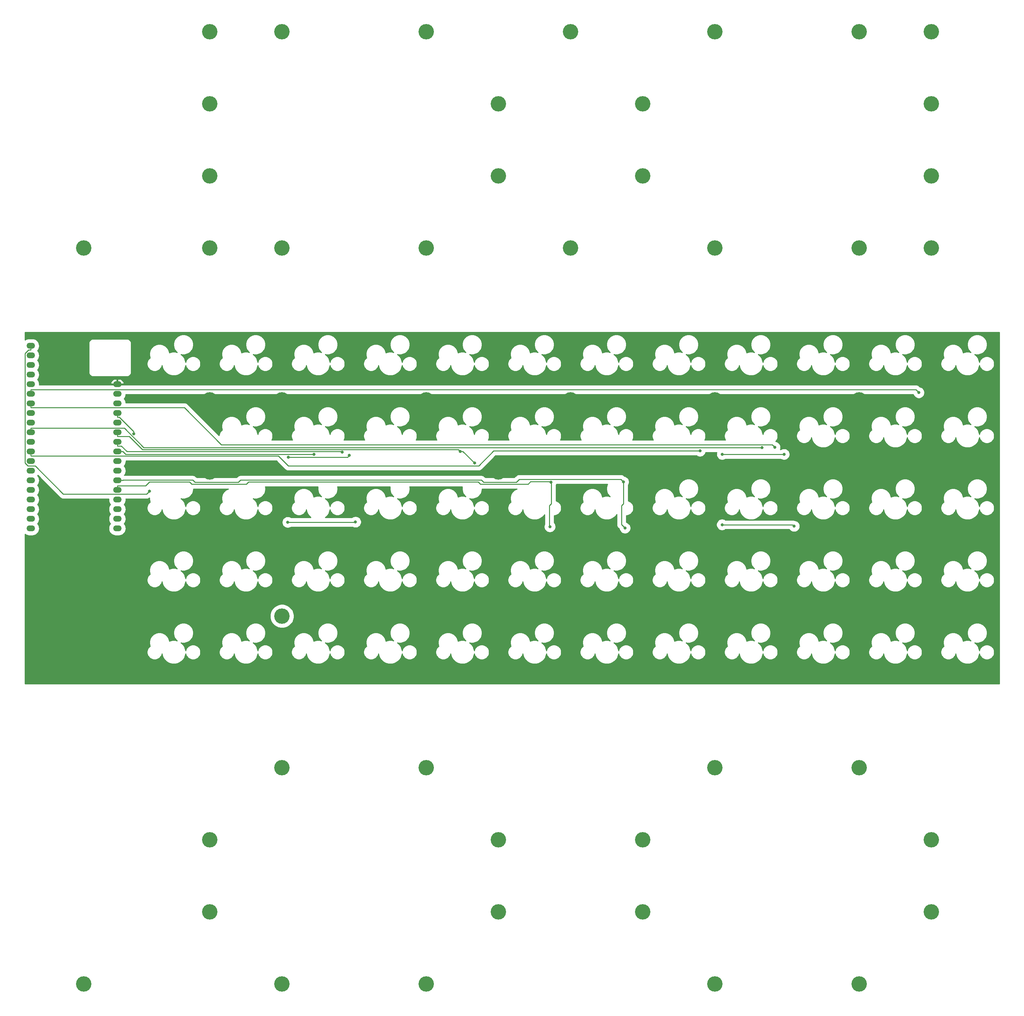
<source format=gtl>
%TF.GenerationSoftware,KiCad,Pcbnew,5.1.10*%
%TF.CreationDate,2021-06-15T19:04:48-05:00*%
%TF.ProjectId,olkbd_ble,6f6c6b62-645f-4626-9c65-2e6b69636164,rev?*%
%TF.SameCoordinates,Original*%
%TF.FileFunction,Copper,L1,Top*%
%TF.FilePolarity,Positive*%
%FSLAX46Y46*%
G04 Gerber Fmt 4.6, Leading zero omitted, Abs format (unit mm)*
G04 Created by KiCad (PCBNEW 5.1.10) date 2021-06-15 19:04:48*
%MOMM*%
%LPD*%
G01*
G04 APERTURE LIST*
%TA.AperFunction,ComponentPad*%
%ADD10O,2.268000X1.524000*%
%TD*%
%TA.AperFunction,ViaPad*%
%ADD11C,4.064000*%
%TD*%
%TA.AperFunction,ViaPad*%
%ADD12C,0.800000*%
%TD*%
%TA.AperFunction,Conductor*%
%ADD13C,0.250000*%
%TD*%
%TA.AperFunction,NonConductor*%
%ADD14C,0.254000*%
%TD*%
%TA.AperFunction,NonConductor*%
%ADD15C,0.100000*%
%TD*%
G04 APERTURE END LIST*
D10*
%TO.P,U1,36*%
%TO.N,N/C*%
X81142500Y-159512500D03*
%TO.P,U1,35*%
X81142500Y-162052500D03*
%TO.P,U1,34*%
X81142500Y-164592500D03*
%TO.P,U1,33*%
X81142500Y-167132500D03*
%TO.P,U1,32*%
X81142500Y-169672500D03*
%TO.P,U1,31*%
X81142500Y-172212500D03*
%TO.P,U1,30*%
X81142500Y-174752500D03*
%TO.P,U1,29*%
X81142500Y-177292500D03*
%TO.P,U1,28*%
X81142500Y-179832500D03*
%TO.P,U1,27*%
X81142500Y-182372500D03*
%TO.P,U1,26*%
X81142500Y-184912500D03*
%TO.P,U1,25*%
X81142500Y-187452500D03*
%TO.P,U1,24*%
X81142500Y-189992500D03*
%TO.P,U1,23*%
X81142500Y-192532500D03*
%TO.P,U1,22*%
X81142500Y-195072500D03*
%TO.P,U1,21*%
X81142500Y-197612500D03*
%TO.P,U1,20*%
X81142500Y-200152500D03*
%TO.P,U1,19*%
X81142500Y-202692500D03*
%TO.P,U1,18*%
X81142500Y-205232500D03*
%TO.P,U1,17*%
X81142500Y-207772500D03*
%TO.P,U1,16*%
X104002500Y-169672500D03*
%TO.P,U1,15*%
X104002500Y-172212500D03*
%TO.P,U1,14*%
X104002500Y-174752500D03*
%TO.P,U1,13*%
X104002500Y-177292500D03*
%TO.P,U1,12*%
X104002500Y-179832500D03*
%TO.P,U1,11*%
X104002500Y-182372500D03*
%TO.P,U1,10*%
X104002500Y-184912500D03*
%TO.P,U1,9*%
X104002500Y-187452500D03*
%TO.P,U1,8*%
X104002500Y-189992500D03*
%TO.P,U1,7*%
X104002500Y-192532500D03*
%TO.P,U1,6*%
X104002500Y-195072500D03*
%TO.P,U1,5*%
X104002500Y-197612500D03*
%TO.P,U1,4*%
X104002500Y-200152500D03*
%TO.P,U1,3*%
X104002500Y-202692500D03*
%TO.P,U1,2*%
X104002500Y-205232500D03*
%TO.P,U1,1*%
X104002500Y-207772500D03*
%TD*%
D11*
%TO.N,*%
X299900000Y-328200000D03*
X261800000Y-328200000D03*
X185600000Y-328200000D03*
X147500000Y-328200000D03*
X204650000Y-290100000D03*
X128450000Y-309150000D03*
X204650000Y-309150000D03*
X261800000Y-271050000D03*
X185600000Y-271050000D03*
X95112500Y-328200000D03*
X299900000Y-271050000D03*
X242750000Y-290100000D03*
X128450000Y-290100000D03*
X147500000Y-271050000D03*
X242750000Y-309150000D03*
X318950000Y-309150000D03*
X318950000Y-290100000D03*
X223700000Y-76550000D03*
D12*
X218492700Y-195574300D03*
D11*
X318950000Y-211900000D03*
D12*
X108388800Y-182768100D03*
X149201500Y-188927500D03*
X282681600Y-207174900D03*
D11*
X242750000Y-95600000D03*
D12*
X277621300Y-186329300D03*
X274229900Y-186405700D03*
X257833300Y-187303800D03*
X163426000Y-187638400D03*
X263690500Y-206789300D03*
X149005600Y-206144400D03*
X263698400Y-188192100D03*
X166887400Y-206074800D03*
X165280700Y-188446300D03*
D11*
X147500000Y-76550000D03*
X185600000Y-133700000D03*
X128450000Y-133700000D03*
X223700000Y-173800000D03*
X299900000Y-133700000D03*
D12*
X238045300Y-207666000D03*
D11*
X242750000Y-211900000D03*
X128450000Y-76550000D03*
X242750000Y-114650000D03*
X318950000Y-173800000D03*
X147500000Y-133700000D03*
X299900000Y-173800000D03*
D12*
X237617400Y-195470300D03*
D11*
X147500000Y-230950000D03*
X204650000Y-95600000D03*
X223700000Y-230950000D03*
D12*
X155929800Y-188202200D03*
X198332300Y-190517200D03*
X194511700Y-187402900D03*
D11*
X261800000Y-230950000D03*
X128450000Y-192850000D03*
X95112500Y-133700000D03*
X204650000Y-114650000D03*
D12*
X112481400Y-197949300D03*
D11*
X185600000Y-76550000D03*
X128450000Y-211900000D03*
X185600000Y-173800000D03*
D12*
X315609300Y-171888800D03*
D11*
X299900000Y-230950000D03*
X223700000Y-133700000D03*
X128450000Y-173800000D03*
X242750000Y-192850000D03*
X318950000Y-133700000D03*
X299900000Y-76550000D03*
X128450000Y-95600000D03*
X128450000Y-114650000D03*
X204650000Y-211900000D03*
X318950000Y-95600000D03*
D12*
X218211400Y-207319300D03*
D11*
X318950000Y-192850000D03*
X318950000Y-76550000D03*
X318950000Y-114650000D03*
X128450000Y-230950000D03*
X318950000Y-230950000D03*
X261800000Y-76550000D03*
X95112500Y-230950000D03*
D12*
X280046100Y-188192100D03*
D11*
X185600000Y-230950000D03*
X204650000Y-192850000D03*
X147500000Y-173800000D03*
X261800000Y-173800000D03*
X261800000Y-133700000D03*
%TD*%
D13*
%TO.N,*%
X81142500Y-182372500D02*
X81142500Y-181285200D01*
X203369000Y-187303800D02*
X257833300Y-187303800D01*
X105090000Y-185999800D02*
X106567100Y-187476900D01*
X81142500Y-171125200D02*
X81174600Y-171093100D01*
X81142500Y-188539800D02*
X81255400Y-188652700D01*
X106211500Y-188202200D02*
X155929800Y-188202200D01*
X274229900Y-186405700D02*
X111000700Y-186405700D01*
X111000700Y-186405700D02*
X105880200Y-181285200D01*
X194511700Y-187402900D02*
X194008200Y-186899400D01*
X209322400Y-195588500D02*
X200702000Y-195588500D01*
X200702000Y-195588500D02*
X200119000Y-195005500D01*
X165280700Y-188446300D02*
X164799500Y-188927500D01*
X282681600Y-207174900D02*
X282296000Y-206789300D01*
X194008200Y-186899400D02*
X110638100Y-186899400D01*
X110638100Y-186899400D02*
X107198500Y-183459800D01*
X314813600Y-171093100D02*
X315609300Y-171888800D01*
X81142500Y-172212500D02*
X81142500Y-171125200D01*
X81142500Y-174752500D02*
X81142500Y-175839800D01*
X105880200Y-181285200D02*
X81142500Y-181285200D01*
X131505300Y-185644700D02*
X276936700Y-185644700D01*
X276936700Y-185644700D02*
X277621300Y-186329300D01*
X81142500Y-160599800D02*
X80598900Y-160599800D01*
X80598900Y-160599800D02*
X79674700Y-161524000D01*
X136560300Y-195005500D02*
X135974200Y-195591600D01*
X112542500Y-195452900D02*
X123092600Y-195452900D01*
X218550600Y-201279500D02*
X218073700Y-201756400D01*
X104002500Y-185999800D02*
X105090000Y-185999800D01*
X236977100Y-194830000D02*
X210080900Y-194830000D01*
X218073700Y-201756400D02*
X218073700Y-207181600D01*
X111730800Y-198699900D02*
X112481400Y-197949300D01*
X149122100Y-191245600D02*
X199427200Y-191245600D01*
X81142500Y-175839800D02*
X121700400Y-175839800D01*
X199427200Y-191245600D02*
X203369000Y-187303800D01*
X280046100Y-188192100D02*
X263698400Y-188192100D01*
X200119000Y-195005500D02*
X136560300Y-195005500D01*
X146529200Y-188652700D02*
X149122100Y-191245600D01*
X123092600Y-195452900D02*
X123681700Y-196042000D01*
X218343500Y-195425100D02*
X218492700Y-195574300D01*
X81142500Y-159512500D02*
X81142500Y-160599800D01*
X138679900Y-195455900D02*
X199295600Y-195455900D01*
X166887400Y-206074800D02*
X166817800Y-206144400D01*
X195218000Y-187402900D02*
X198332300Y-190517200D01*
X104002500Y-195072500D02*
X105461800Y-195072500D01*
X238045300Y-207666000D02*
X237128200Y-206748900D01*
X81255400Y-188652700D02*
X146529200Y-188652700D01*
X282296000Y-206789300D02*
X263690500Y-206789300D01*
X107198500Y-183459800D02*
X104002500Y-183459800D01*
X89761000Y-198699900D02*
X111730800Y-198699900D01*
X80428800Y-191262500D02*
X82323600Y-191262500D01*
X79674700Y-161524000D02*
X79674700Y-190508400D01*
X194511700Y-187402900D02*
X195218000Y-187402900D01*
X237617400Y-201262700D02*
X237617400Y-195470300D01*
X105461800Y-187452500D02*
X106211500Y-188202200D01*
X104546100Y-178379800D02*
X108388800Y-182222500D01*
X104002500Y-196525200D02*
X111470200Y-196525200D01*
X104002500Y-177292500D02*
X104002500Y-178379800D01*
X104002500Y-182372500D02*
X104002500Y-183459800D01*
X123681700Y-196042000D02*
X138093800Y-196042000D01*
X163264500Y-187476900D02*
X163426000Y-187638400D01*
X104002500Y-184912500D02*
X104002500Y-185999800D01*
X237617400Y-195470300D02*
X236977100Y-194830000D01*
X199878500Y-196038800D02*
X212471900Y-196038800D01*
X124505100Y-195591600D02*
X123916000Y-195002500D01*
X106567100Y-187476900D02*
X163264500Y-187476900D01*
X210080900Y-194830000D02*
X209322400Y-195588500D01*
X166817800Y-206144400D02*
X149005600Y-206144400D01*
X135974200Y-195591600D02*
X124505100Y-195591600D01*
X82323600Y-191262500D02*
X89761000Y-198699900D01*
X213085600Y-195425100D02*
X218343500Y-195425100D01*
X81174600Y-171093100D02*
X314813600Y-171093100D01*
X218492700Y-195574300D02*
X218550600Y-195632200D01*
X218550600Y-195632200D02*
X218550600Y-201279500D01*
X81142500Y-187452500D02*
X81142500Y-188539800D01*
X237128200Y-206748900D02*
X237128200Y-201751900D01*
X104002500Y-187452500D02*
X105461800Y-187452500D01*
X79674700Y-190508400D02*
X80428800Y-191262500D01*
X104002500Y-178379800D02*
X104546100Y-178379800D01*
X164799500Y-188927500D02*
X149201500Y-188927500D01*
X199295600Y-195455900D02*
X199878500Y-196038800D01*
X104002500Y-197612500D02*
X104002500Y-196525200D01*
X237128200Y-201751900D02*
X237617400Y-201262700D01*
X105531800Y-195002500D02*
X105461800Y-195072500D01*
X138093800Y-196042000D02*
X138679900Y-195455900D01*
X218073700Y-207181600D02*
X218211400Y-207319300D01*
X123916000Y-195002500D02*
X105531800Y-195002500D01*
X121700400Y-175839800D02*
X131505300Y-185644700D01*
X108388800Y-182222500D02*
X108388800Y-182768100D01*
X212471900Y-196038800D02*
X213085600Y-195425100D01*
X111470200Y-196525200D02*
X112542500Y-195452900D01*
%TD*%
D14*
X336832001Y-248832000D02*
X79611750Y-248832000D01*
X79611750Y-240279118D01*
X111850600Y-240279118D01*
X111850600Y-240671882D01*
X111927224Y-241057099D01*
X112077528Y-241419966D01*
X112295736Y-241746537D01*
X112573463Y-242024264D01*
X112900034Y-242242472D01*
X113262901Y-242392776D01*
X113648118Y-242469400D01*
X114040882Y-242469400D01*
X114426099Y-242392776D01*
X114788966Y-242242472D01*
X115115537Y-242024264D01*
X115393264Y-241746537D01*
X115611472Y-241419966D01*
X115761776Y-241057099D01*
X115801804Y-240855865D01*
X115908149Y-241390500D01*
X116144615Y-241961379D01*
X116487911Y-242475157D01*
X116924843Y-242912089D01*
X117438621Y-243255385D01*
X118009500Y-243491851D01*
X118615542Y-243612400D01*
X119233458Y-243612400D01*
X119839500Y-243491851D01*
X120410379Y-243255385D01*
X120924157Y-242912089D01*
X121361089Y-242475157D01*
X121704385Y-241961379D01*
X121940851Y-241390500D01*
X122047196Y-240855865D01*
X122087224Y-241057099D01*
X122237528Y-241419966D01*
X122455736Y-241746537D01*
X122733463Y-242024264D01*
X123060034Y-242242472D01*
X123422901Y-242392776D01*
X123808118Y-242469400D01*
X124200882Y-242469400D01*
X124586099Y-242392776D01*
X124948966Y-242242472D01*
X125275537Y-242024264D01*
X125553264Y-241746537D01*
X125771472Y-241419966D01*
X125921776Y-241057099D01*
X125998400Y-240671882D01*
X125998400Y-240279118D01*
X130900600Y-240279118D01*
X130900600Y-240671882D01*
X130977224Y-241057099D01*
X131127528Y-241419966D01*
X131345736Y-241746537D01*
X131623463Y-242024264D01*
X131950034Y-242242472D01*
X132312901Y-242392776D01*
X132698118Y-242469400D01*
X133090882Y-242469400D01*
X133476099Y-242392776D01*
X133838966Y-242242472D01*
X134165537Y-242024264D01*
X134443264Y-241746537D01*
X134661472Y-241419966D01*
X134811776Y-241057099D01*
X134851804Y-240855865D01*
X134958149Y-241390500D01*
X135194615Y-241961379D01*
X135537911Y-242475157D01*
X135974843Y-242912089D01*
X136488621Y-243255385D01*
X137059500Y-243491851D01*
X137665542Y-243612400D01*
X138283458Y-243612400D01*
X138889500Y-243491851D01*
X139460379Y-243255385D01*
X139974157Y-242912089D01*
X140411089Y-242475157D01*
X140754385Y-241961379D01*
X140990851Y-241390500D01*
X141097196Y-240855865D01*
X141137224Y-241057099D01*
X141287528Y-241419966D01*
X141505736Y-241746537D01*
X141783463Y-242024264D01*
X142110034Y-242242472D01*
X142472901Y-242392776D01*
X142858118Y-242469400D01*
X143250882Y-242469400D01*
X143636099Y-242392776D01*
X143998966Y-242242472D01*
X144325537Y-242024264D01*
X144603264Y-241746537D01*
X144821472Y-241419966D01*
X144971776Y-241057099D01*
X145048400Y-240671882D01*
X145048400Y-240279118D01*
X149950600Y-240279118D01*
X149950600Y-240671882D01*
X150027224Y-241057099D01*
X150177528Y-241419966D01*
X150395736Y-241746537D01*
X150673463Y-242024264D01*
X151000034Y-242242472D01*
X151362901Y-242392776D01*
X151748118Y-242469400D01*
X152140882Y-242469400D01*
X152526099Y-242392776D01*
X152888966Y-242242472D01*
X153215537Y-242024264D01*
X153493264Y-241746537D01*
X153711472Y-241419966D01*
X153861776Y-241057099D01*
X153901804Y-240855865D01*
X154008149Y-241390500D01*
X154244615Y-241961379D01*
X154587911Y-242475157D01*
X155024843Y-242912089D01*
X155538621Y-243255385D01*
X156109500Y-243491851D01*
X156715542Y-243612400D01*
X157333458Y-243612400D01*
X157939500Y-243491851D01*
X158510379Y-243255385D01*
X159024157Y-242912089D01*
X159461089Y-242475157D01*
X159804385Y-241961379D01*
X160040851Y-241390500D01*
X160147196Y-240855865D01*
X160187224Y-241057099D01*
X160337528Y-241419966D01*
X160555736Y-241746537D01*
X160833463Y-242024264D01*
X161160034Y-242242472D01*
X161522901Y-242392776D01*
X161908118Y-242469400D01*
X162300882Y-242469400D01*
X162686099Y-242392776D01*
X163048966Y-242242472D01*
X163375537Y-242024264D01*
X163653264Y-241746537D01*
X163871472Y-241419966D01*
X164021776Y-241057099D01*
X164098400Y-240671882D01*
X164098400Y-240279118D01*
X169000600Y-240279118D01*
X169000600Y-240671882D01*
X169077224Y-241057099D01*
X169227528Y-241419966D01*
X169445736Y-241746537D01*
X169723463Y-242024264D01*
X170050034Y-242242472D01*
X170412901Y-242392776D01*
X170798118Y-242469400D01*
X171190882Y-242469400D01*
X171576099Y-242392776D01*
X171938966Y-242242472D01*
X172265537Y-242024264D01*
X172543264Y-241746537D01*
X172761472Y-241419966D01*
X172911776Y-241057099D01*
X172951804Y-240855865D01*
X173058149Y-241390500D01*
X173294615Y-241961379D01*
X173637911Y-242475157D01*
X174074843Y-242912089D01*
X174588621Y-243255385D01*
X175159500Y-243491851D01*
X175765542Y-243612400D01*
X176383458Y-243612400D01*
X176989500Y-243491851D01*
X177560379Y-243255385D01*
X178074157Y-242912089D01*
X178511089Y-242475157D01*
X178854385Y-241961379D01*
X179090851Y-241390500D01*
X179197196Y-240855865D01*
X179237224Y-241057099D01*
X179387528Y-241419966D01*
X179605736Y-241746537D01*
X179883463Y-242024264D01*
X180210034Y-242242472D01*
X180572901Y-242392776D01*
X180958118Y-242469400D01*
X181350882Y-242469400D01*
X181736099Y-242392776D01*
X182098966Y-242242472D01*
X182425537Y-242024264D01*
X182703264Y-241746537D01*
X182921472Y-241419966D01*
X183071776Y-241057099D01*
X183148400Y-240671882D01*
X183148400Y-240279118D01*
X188050600Y-240279118D01*
X188050600Y-240671882D01*
X188127224Y-241057099D01*
X188277528Y-241419966D01*
X188495736Y-241746537D01*
X188773463Y-242024264D01*
X189100034Y-242242472D01*
X189462901Y-242392776D01*
X189848118Y-242469400D01*
X190240882Y-242469400D01*
X190626099Y-242392776D01*
X190988966Y-242242472D01*
X191315537Y-242024264D01*
X191593264Y-241746537D01*
X191811472Y-241419966D01*
X191961776Y-241057099D01*
X192001804Y-240855865D01*
X192108149Y-241390500D01*
X192344615Y-241961379D01*
X192687911Y-242475157D01*
X193124843Y-242912089D01*
X193638621Y-243255385D01*
X194209500Y-243491851D01*
X194815542Y-243612400D01*
X195433458Y-243612400D01*
X196039500Y-243491851D01*
X196610379Y-243255385D01*
X197124157Y-242912089D01*
X197561089Y-242475157D01*
X197904385Y-241961379D01*
X198140851Y-241390500D01*
X198247196Y-240855865D01*
X198287224Y-241057099D01*
X198437528Y-241419966D01*
X198655736Y-241746537D01*
X198933463Y-242024264D01*
X199260034Y-242242472D01*
X199622901Y-242392776D01*
X200008118Y-242469400D01*
X200400882Y-242469400D01*
X200786099Y-242392776D01*
X201148966Y-242242472D01*
X201475537Y-242024264D01*
X201753264Y-241746537D01*
X201971472Y-241419966D01*
X202121776Y-241057099D01*
X202198400Y-240671882D01*
X202198400Y-240279118D01*
X207100600Y-240279118D01*
X207100600Y-240671882D01*
X207177224Y-241057099D01*
X207327528Y-241419966D01*
X207545736Y-241746537D01*
X207823463Y-242024264D01*
X208150034Y-242242472D01*
X208512901Y-242392776D01*
X208898118Y-242469400D01*
X209290882Y-242469400D01*
X209676099Y-242392776D01*
X210038966Y-242242472D01*
X210365537Y-242024264D01*
X210643264Y-241746537D01*
X210861472Y-241419966D01*
X211011776Y-241057099D01*
X211051804Y-240855865D01*
X211158149Y-241390500D01*
X211394615Y-241961379D01*
X211737911Y-242475157D01*
X212174843Y-242912089D01*
X212688621Y-243255385D01*
X213259500Y-243491851D01*
X213865542Y-243612400D01*
X214483458Y-243612400D01*
X215089500Y-243491851D01*
X215660379Y-243255385D01*
X216174157Y-242912089D01*
X216611089Y-242475157D01*
X216954385Y-241961379D01*
X217190851Y-241390500D01*
X217297196Y-240855865D01*
X217337224Y-241057099D01*
X217487528Y-241419966D01*
X217705736Y-241746537D01*
X217983463Y-242024264D01*
X218310034Y-242242472D01*
X218672901Y-242392776D01*
X219058118Y-242469400D01*
X219450882Y-242469400D01*
X219836099Y-242392776D01*
X220198966Y-242242472D01*
X220525537Y-242024264D01*
X220803264Y-241746537D01*
X221021472Y-241419966D01*
X221171776Y-241057099D01*
X221248400Y-240671882D01*
X221248400Y-240279118D01*
X226150600Y-240279118D01*
X226150600Y-240671882D01*
X226227224Y-241057099D01*
X226377528Y-241419966D01*
X226595736Y-241746537D01*
X226873463Y-242024264D01*
X227200034Y-242242472D01*
X227562901Y-242392776D01*
X227948118Y-242469400D01*
X228340882Y-242469400D01*
X228726099Y-242392776D01*
X229088966Y-242242472D01*
X229415537Y-242024264D01*
X229693264Y-241746537D01*
X229911472Y-241419966D01*
X230061776Y-241057099D01*
X230101804Y-240855865D01*
X230208149Y-241390500D01*
X230444615Y-241961379D01*
X230787911Y-242475157D01*
X231224843Y-242912089D01*
X231738621Y-243255385D01*
X232309500Y-243491851D01*
X232915542Y-243612400D01*
X233533458Y-243612400D01*
X234139500Y-243491851D01*
X234710379Y-243255385D01*
X235224157Y-242912089D01*
X235661089Y-242475157D01*
X236004385Y-241961379D01*
X236240851Y-241390500D01*
X236347196Y-240855865D01*
X236387224Y-241057099D01*
X236537528Y-241419966D01*
X236755736Y-241746537D01*
X237033463Y-242024264D01*
X237360034Y-242242472D01*
X237722901Y-242392776D01*
X238108118Y-242469400D01*
X238500882Y-242469400D01*
X238886099Y-242392776D01*
X239248966Y-242242472D01*
X239575537Y-242024264D01*
X239853264Y-241746537D01*
X240071472Y-241419966D01*
X240221776Y-241057099D01*
X240298400Y-240671882D01*
X240298400Y-240279118D01*
X245200600Y-240279118D01*
X245200600Y-240671882D01*
X245277224Y-241057099D01*
X245427528Y-241419966D01*
X245645736Y-241746537D01*
X245923463Y-242024264D01*
X246250034Y-242242472D01*
X246612901Y-242392776D01*
X246998118Y-242469400D01*
X247390882Y-242469400D01*
X247776099Y-242392776D01*
X248138966Y-242242472D01*
X248465537Y-242024264D01*
X248743264Y-241746537D01*
X248961472Y-241419966D01*
X249111776Y-241057099D01*
X249151804Y-240855865D01*
X249258149Y-241390500D01*
X249494615Y-241961379D01*
X249837911Y-242475157D01*
X250274843Y-242912089D01*
X250788621Y-243255385D01*
X251359500Y-243491851D01*
X251965542Y-243612400D01*
X252583458Y-243612400D01*
X253189500Y-243491851D01*
X253760379Y-243255385D01*
X254274157Y-242912089D01*
X254711089Y-242475157D01*
X255054385Y-241961379D01*
X255290851Y-241390500D01*
X255397196Y-240855865D01*
X255437224Y-241057099D01*
X255587528Y-241419966D01*
X255805736Y-241746537D01*
X256083463Y-242024264D01*
X256410034Y-242242472D01*
X256772901Y-242392776D01*
X257158118Y-242469400D01*
X257550882Y-242469400D01*
X257936099Y-242392776D01*
X258298966Y-242242472D01*
X258625537Y-242024264D01*
X258903264Y-241746537D01*
X259121472Y-241419966D01*
X259271776Y-241057099D01*
X259348400Y-240671882D01*
X259348400Y-240279118D01*
X264250600Y-240279118D01*
X264250600Y-240671882D01*
X264327224Y-241057099D01*
X264477528Y-241419966D01*
X264695736Y-241746537D01*
X264973463Y-242024264D01*
X265300034Y-242242472D01*
X265662901Y-242392776D01*
X266048118Y-242469400D01*
X266440882Y-242469400D01*
X266826099Y-242392776D01*
X267188966Y-242242472D01*
X267515537Y-242024264D01*
X267793264Y-241746537D01*
X268011472Y-241419966D01*
X268161776Y-241057099D01*
X268201804Y-240855865D01*
X268308149Y-241390500D01*
X268544615Y-241961379D01*
X268887911Y-242475157D01*
X269324843Y-242912089D01*
X269838621Y-243255385D01*
X270409500Y-243491851D01*
X271015542Y-243612400D01*
X271633458Y-243612400D01*
X272239500Y-243491851D01*
X272810379Y-243255385D01*
X273324157Y-242912089D01*
X273761089Y-242475157D01*
X274104385Y-241961379D01*
X274340851Y-241390500D01*
X274447196Y-240855865D01*
X274487224Y-241057099D01*
X274637528Y-241419966D01*
X274855736Y-241746537D01*
X275133463Y-242024264D01*
X275460034Y-242242472D01*
X275822901Y-242392776D01*
X276208118Y-242469400D01*
X276600882Y-242469400D01*
X276986099Y-242392776D01*
X277348966Y-242242472D01*
X277675537Y-242024264D01*
X277953264Y-241746537D01*
X278171472Y-241419966D01*
X278321776Y-241057099D01*
X278398400Y-240671882D01*
X278398400Y-240279118D01*
X283300600Y-240279118D01*
X283300600Y-240671882D01*
X283377224Y-241057099D01*
X283527528Y-241419966D01*
X283745736Y-241746537D01*
X284023463Y-242024264D01*
X284350034Y-242242472D01*
X284712901Y-242392776D01*
X285098118Y-242469400D01*
X285490882Y-242469400D01*
X285876099Y-242392776D01*
X286238966Y-242242472D01*
X286565537Y-242024264D01*
X286843264Y-241746537D01*
X287061472Y-241419966D01*
X287211776Y-241057099D01*
X287251804Y-240855865D01*
X287358149Y-241390500D01*
X287594615Y-241961379D01*
X287937911Y-242475157D01*
X288374843Y-242912089D01*
X288888621Y-243255385D01*
X289459500Y-243491851D01*
X290065542Y-243612400D01*
X290683458Y-243612400D01*
X291289500Y-243491851D01*
X291860379Y-243255385D01*
X292374157Y-242912089D01*
X292811089Y-242475157D01*
X293154385Y-241961379D01*
X293390851Y-241390500D01*
X293497196Y-240855865D01*
X293537224Y-241057099D01*
X293687528Y-241419966D01*
X293905736Y-241746537D01*
X294183463Y-242024264D01*
X294510034Y-242242472D01*
X294872901Y-242392776D01*
X295258118Y-242469400D01*
X295650882Y-242469400D01*
X296036099Y-242392776D01*
X296398966Y-242242472D01*
X296725537Y-242024264D01*
X297003264Y-241746537D01*
X297221472Y-241419966D01*
X297371776Y-241057099D01*
X297448400Y-240671882D01*
X297448400Y-240279118D01*
X302350600Y-240279118D01*
X302350600Y-240671882D01*
X302427224Y-241057099D01*
X302577528Y-241419966D01*
X302795736Y-241746537D01*
X303073463Y-242024264D01*
X303400034Y-242242472D01*
X303762901Y-242392776D01*
X304148118Y-242469400D01*
X304540882Y-242469400D01*
X304926099Y-242392776D01*
X305288966Y-242242472D01*
X305615537Y-242024264D01*
X305893264Y-241746537D01*
X306111472Y-241419966D01*
X306261776Y-241057099D01*
X306301804Y-240855865D01*
X306408149Y-241390500D01*
X306644615Y-241961379D01*
X306987911Y-242475157D01*
X307424843Y-242912089D01*
X307938621Y-243255385D01*
X308509500Y-243491851D01*
X309115542Y-243612400D01*
X309733458Y-243612400D01*
X310339500Y-243491851D01*
X310910379Y-243255385D01*
X311424157Y-242912089D01*
X311861089Y-242475157D01*
X312204385Y-241961379D01*
X312440851Y-241390500D01*
X312547196Y-240855865D01*
X312587224Y-241057099D01*
X312737528Y-241419966D01*
X312955736Y-241746537D01*
X313233463Y-242024264D01*
X313560034Y-242242472D01*
X313922901Y-242392776D01*
X314308118Y-242469400D01*
X314700882Y-242469400D01*
X315086099Y-242392776D01*
X315448966Y-242242472D01*
X315775537Y-242024264D01*
X316053264Y-241746537D01*
X316271472Y-241419966D01*
X316421776Y-241057099D01*
X316498400Y-240671882D01*
X316498400Y-240279118D01*
X321400600Y-240279118D01*
X321400600Y-240671882D01*
X321477224Y-241057099D01*
X321627528Y-241419966D01*
X321845736Y-241746537D01*
X322123463Y-242024264D01*
X322450034Y-242242472D01*
X322812901Y-242392776D01*
X323198118Y-242469400D01*
X323590882Y-242469400D01*
X323976099Y-242392776D01*
X324338966Y-242242472D01*
X324665537Y-242024264D01*
X324943264Y-241746537D01*
X325161472Y-241419966D01*
X325311776Y-241057099D01*
X325351804Y-240855865D01*
X325458149Y-241390500D01*
X325694615Y-241961379D01*
X326037911Y-242475157D01*
X326474843Y-242912089D01*
X326988621Y-243255385D01*
X327559500Y-243491851D01*
X328165542Y-243612400D01*
X328783458Y-243612400D01*
X329389500Y-243491851D01*
X329960379Y-243255385D01*
X330474157Y-242912089D01*
X330911089Y-242475157D01*
X331254385Y-241961379D01*
X331490851Y-241390500D01*
X331597196Y-240855865D01*
X331637224Y-241057099D01*
X331787528Y-241419966D01*
X332005736Y-241746537D01*
X332283463Y-242024264D01*
X332610034Y-242242472D01*
X332972901Y-242392776D01*
X333358118Y-242469400D01*
X333750882Y-242469400D01*
X334136099Y-242392776D01*
X334498966Y-242242472D01*
X334825537Y-242024264D01*
X335103264Y-241746537D01*
X335321472Y-241419966D01*
X335471776Y-241057099D01*
X335548400Y-240671882D01*
X335548400Y-240279118D01*
X335471776Y-239893901D01*
X335321472Y-239531034D01*
X335103264Y-239204463D01*
X334825537Y-238926736D01*
X334498966Y-238708528D01*
X334136099Y-238558224D01*
X333750882Y-238481600D01*
X333358118Y-238481600D01*
X332972901Y-238558224D01*
X332610034Y-238708528D01*
X332283463Y-238926736D01*
X332005736Y-239204463D01*
X331787528Y-239531034D01*
X331637224Y-239893901D01*
X331597196Y-240095135D01*
X331490851Y-239560500D01*
X331254385Y-238989621D01*
X330911089Y-238475843D01*
X330474157Y-238038911D01*
X330354582Y-237959014D01*
X330754187Y-238038500D01*
X331274813Y-238038500D01*
X331785435Y-237936931D01*
X332266430Y-237737696D01*
X332699314Y-237448452D01*
X333067452Y-237080314D01*
X333356696Y-236647430D01*
X333555931Y-236166435D01*
X333657500Y-235655813D01*
X333657500Y-235135187D01*
X333555931Y-234624565D01*
X333356696Y-234143570D01*
X333067452Y-233710686D01*
X332699314Y-233342548D01*
X332266430Y-233053304D01*
X331785435Y-232854069D01*
X331274813Y-232752500D01*
X330754187Y-232752500D01*
X330243565Y-232854069D01*
X329762570Y-233053304D01*
X329329686Y-233342548D01*
X328961548Y-233710686D01*
X328672304Y-234143570D01*
X328473069Y-234624565D01*
X328371500Y-235135187D01*
X328371500Y-235655813D01*
X328473069Y-236166435D01*
X328672304Y-236647430D01*
X328961548Y-237080314D01*
X329328187Y-237446953D01*
X328783458Y-237338600D01*
X328165542Y-237338600D01*
X327559500Y-237459149D01*
X327286981Y-237572030D01*
X327205931Y-237164565D01*
X327006696Y-236683570D01*
X326717452Y-236250686D01*
X326349314Y-235882548D01*
X325916430Y-235593304D01*
X325435435Y-235394069D01*
X324924813Y-235292500D01*
X324404187Y-235292500D01*
X323893565Y-235394069D01*
X323412570Y-235593304D01*
X322979686Y-235882548D01*
X322611548Y-236250686D01*
X322322304Y-236683570D01*
X322123069Y-237164565D01*
X322021500Y-237675187D01*
X322021500Y-238195813D01*
X322123069Y-238706435D01*
X322194625Y-238879187D01*
X322123463Y-238926736D01*
X321845736Y-239204463D01*
X321627528Y-239531034D01*
X321477224Y-239893901D01*
X321400600Y-240279118D01*
X316498400Y-240279118D01*
X316421776Y-239893901D01*
X316271472Y-239531034D01*
X316053264Y-239204463D01*
X315775537Y-238926736D01*
X315448966Y-238708528D01*
X315086099Y-238558224D01*
X314700882Y-238481600D01*
X314308118Y-238481600D01*
X313922901Y-238558224D01*
X313560034Y-238708528D01*
X313233463Y-238926736D01*
X312955736Y-239204463D01*
X312737528Y-239531034D01*
X312587224Y-239893901D01*
X312547196Y-240095135D01*
X312440851Y-239560500D01*
X312204385Y-238989621D01*
X311861089Y-238475843D01*
X311424157Y-238038911D01*
X311304582Y-237959014D01*
X311704187Y-238038500D01*
X312224813Y-238038500D01*
X312735435Y-237936931D01*
X313216430Y-237737696D01*
X313649314Y-237448452D01*
X314017452Y-237080314D01*
X314306696Y-236647430D01*
X314505931Y-236166435D01*
X314607500Y-235655813D01*
X314607500Y-235135187D01*
X314505931Y-234624565D01*
X314306696Y-234143570D01*
X314017452Y-233710686D01*
X313649314Y-233342548D01*
X313216430Y-233053304D01*
X312735435Y-232854069D01*
X312224813Y-232752500D01*
X311704187Y-232752500D01*
X311193565Y-232854069D01*
X310712570Y-233053304D01*
X310279686Y-233342548D01*
X309911548Y-233710686D01*
X309622304Y-234143570D01*
X309423069Y-234624565D01*
X309321500Y-235135187D01*
X309321500Y-235655813D01*
X309423069Y-236166435D01*
X309622304Y-236647430D01*
X309911548Y-237080314D01*
X310278187Y-237446953D01*
X309733458Y-237338600D01*
X309115542Y-237338600D01*
X308509500Y-237459149D01*
X308236981Y-237572030D01*
X308155931Y-237164565D01*
X307956696Y-236683570D01*
X307667452Y-236250686D01*
X307299314Y-235882548D01*
X306866430Y-235593304D01*
X306385435Y-235394069D01*
X305874813Y-235292500D01*
X305354187Y-235292500D01*
X304843565Y-235394069D01*
X304362570Y-235593304D01*
X303929686Y-235882548D01*
X303561548Y-236250686D01*
X303272304Y-236683570D01*
X303073069Y-237164565D01*
X302971500Y-237675187D01*
X302971500Y-238195813D01*
X303073069Y-238706435D01*
X303144625Y-238879187D01*
X303073463Y-238926736D01*
X302795736Y-239204463D01*
X302577528Y-239531034D01*
X302427224Y-239893901D01*
X302350600Y-240279118D01*
X297448400Y-240279118D01*
X297371776Y-239893901D01*
X297221472Y-239531034D01*
X297003264Y-239204463D01*
X296725537Y-238926736D01*
X296398966Y-238708528D01*
X296036099Y-238558224D01*
X295650882Y-238481600D01*
X295258118Y-238481600D01*
X294872901Y-238558224D01*
X294510034Y-238708528D01*
X294183463Y-238926736D01*
X293905736Y-239204463D01*
X293687528Y-239531034D01*
X293537224Y-239893901D01*
X293497196Y-240095135D01*
X293390851Y-239560500D01*
X293154385Y-238989621D01*
X292811089Y-238475843D01*
X292374157Y-238038911D01*
X292254582Y-237959014D01*
X292654187Y-238038500D01*
X293174813Y-238038500D01*
X293685435Y-237936931D01*
X294166430Y-237737696D01*
X294599314Y-237448452D01*
X294967452Y-237080314D01*
X295256696Y-236647430D01*
X295455931Y-236166435D01*
X295557500Y-235655813D01*
X295557500Y-235135187D01*
X295455931Y-234624565D01*
X295256696Y-234143570D01*
X294967452Y-233710686D01*
X294599314Y-233342548D01*
X294166430Y-233053304D01*
X293685435Y-232854069D01*
X293174813Y-232752500D01*
X292654187Y-232752500D01*
X292143565Y-232854069D01*
X291662570Y-233053304D01*
X291229686Y-233342548D01*
X290861548Y-233710686D01*
X290572304Y-234143570D01*
X290373069Y-234624565D01*
X290271500Y-235135187D01*
X290271500Y-235655813D01*
X290373069Y-236166435D01*
X290572304Y-236647430D01*
X290861548Y-237080314D01*
X291228187Y-237446953D01*
X290683458Y-237338600D01*
X290065542Y-237338600D01*
X289459500Y-237459149D01*
X289186981Y-237572030D01*
X289105931Y-237164565D01*
X288906696Y-236683570D01*
X288617452Y-236250686D01*
X288249314Y-235882548D01*
X287816430Y-235593304D01*
X287335435Y-235394069D01*
X286824813Y-235292500D01*
X286304187Y-235292500D01*
X285793565Y-235394069D01*
X285312570Y-235593304D01*
X284879686Y-235882548D01*
X284511548Y-236250686D01*
X284222304Y-236683570D01*
X284023069Y-237164565D01*
X283921500Y-237675187D01*
X283921500Y-238195813D01*
X284023069Y-238706435D01*
X284094625Y-238879187D01*
X284023463Y-238926736D01*
X283745736Y-239204463D01*
X283527528Y-239531034D01*
X283377224Y-239893901D01*
X283300600Y-240279118D01*
X278398400Y-240279118D01*
X278321776Y-239893901D01*
X278171472Y-239531034D01*
X277953264Y-239204463D01*
X277675537Y-238926736D01*
X277348966Y-238708528D01*
X276986099Y-238558224D01*
X276600882Y-238481600D01*
X276208118Y-238481600D01*
X275822901Y-238558224D01*
X275460034Y-238708528D01*
X275133463Y-238926736D01*
X274855736Y-239204463D01*
X274637528Y-239531034D01*
X274487224Y-239893901D01*
X274447196Y-240095135D01*
X274340851Y-239560500D01*
X274104385Y-238989621D01*
X273761089Y-238475843D01*
X273324157Y-238038911D01*
X273204582Y-237959014D01*
X273604187Y-238038500D01*
X274124813Y-238038500D01*
X274635435Y-237936931D01*
X275116430Y-237737696D01*
X275549314Y-237448452D01*
X275917452Y-237080314D01*
X276206696Y-236647430D01*
X276405931Y-236166435D01*
X276507500Y-235655813D01*
X276507500Y-235135187D01*
X276405931Y-234624565D01*
X276206696Y-234143570D01*
X275917452Y-233710686D01*
X275549314Y-233342548D01*
X275116430Y-233053304D01*
X274635435Y-232854069D01*
X274124813Y-232752500D01*
X273604187Y-232752500D01*
X273093565Y-232854069D01*
X272612570Y-233053304D01*
X272179686Y-233342548D01*
X271811548Y-233710686D01*
X271522304Y-234143570D01*
X271323069Y-234624565D01*
X271221500Y-235135187D01*
X271221500Y-235655813D01*
X271323069Y-236166435D01*
X271522304Y-236647430D01*
X271811548Y-237080314D01*
X272178187Y-237446953D01*
X271633458Y-237338600D01*
X271015542Y-237338600D01*
X270409500Y-237459149D01*
X270136981Y-237572030D01*
X270055931Y-237164565D01*
X269856696Y-236683570D01*
X269567452Y-236250686D01*
X269199314Y-235882548D01*
X268766430Y-235593304D01*
X268285435Y-235394069D01*
X267774813Y-235292500D01*
X267254187Y-235292500D01*
X266743565Y-235394069D01*
X266262570Y-235593304D01*
X265829686Y-235882548D01*
X265461548Y-236250686D01*
X265172304Y-236683570D01*
X264973069Y-237164565D01*
X264871500Y-237675187D01*
X264871500Y-238195813D01*
X264973069Y-238706435D01*
X265044625Y-238879187D01*
X264973463Y-238926736D01*
X264695736Y-239204463D01*
X264477528Y-239531034D01*
X264327224Y-239893901D01*
X264250600Y-240279118D01*
X259348400Y-240279118D01*
X259271776Y-239893901D01*
X259121472Y-239531034D01*
X258903264Y-239204463D01*
X258625537Y-238926736D01*
X258298966Y-238708528D01*
X257936099Y-238558224D01*
X257550882Y-238481600D01*
X257158118Y-238481600D01*
X256772901Y-238558224D01*
X256410034Y-238708528D01*
X256083463Y-238926736D01*
X255805736Y-239204463D01*
X255587528Y-239531034D01*
X255437224Y-239893901D01*
X255397196Y-240095135D01*
X255290851Y-239560500D01*
X255054385Y-238989621D01*
X254711089Y-238475843D01*
X254274157Y-238038911D01*
X254154582Y-237959014D01*
X254554187Y-238038500D01*
X255074813Y-238038500D01*
X255585435Y-237936931D01*
X256066430Y-237737696D01*
X256499314Y-237448452D01*
X256867452Y-237080314D01*
X257156696Y-236647430D01*
X257355931Y-236166435D01*
X257457500Y-235655813D01*
X257457500Y-235135187D01*
X257355931Y-234624565D01*
X257156696Y-234143570D01*
X256867452Y-233710686D01*
X256499314Y-233342548D01*
X256066430Y-233053304D01*
X255585435Y-232854069D01*
X255074813Y-232752500D01*
X254554187Y-232752500D01*
X254043565Y-232854069D01*
X253562570Y-233053304D01*
X253129686Y-233342548D01*
X252761548Y-233710686D01*
X252472304Y-234143570D01*
X252273069Y-234624565D01*
X252171500Y-235135187D01*
X252171500Y-235655813D01*
X252273069Y-236166435D01*
X252472304Y-236647430D01*
X252761548Y-237080314D01*
X253128187Y-237446953D01*
X252583458Y-237338600D01*
X251965542Y-237338600D01*
X251359500Y-237459149D01*
X251086981Y-237572030D01*
X251005931Y-237164565D01*
X250806696Y-236683570D01*
X250517452Y-236250686D01*
X250149314Y-235882548D01*
X249716430Y-235593304D01*
X249235435Y-235394069D01*
X248724813Y-235292500D01*
X248204187Y-235292500D01*
X247693565Y-235394069D01*
X247212570Y-235593304D01*
X246779686Y-235882548D01*
X246411548Y-236250686D01*
X246122304Y-236683570D01*
X245923069Y-237164565D01*
X245821500Y-237675187D01*
X245821500Y-238195813D01*
X245923069Y-238706435D01*
X245994625Y-238879187D01*
X245923463Y-238926736D01*
X245645736Y-239204463D01*
X245427528Y-239531034D01*
X245277224Y-239893901D01*
X245200600Y-240279118D01*
X240298400Y-240279118D01*
X240221776Y-239893901D01*
X240071472Y-239531034D01*
X239853264Y-239204463D01*
X239575537Y-238926736D01*
X239248966Y-238708528D01*
X238886099Y-238558224D01*
X238500882Y-238481600D01*
X238108118Y-238481600D01*
X237722901Y-238558224D01*
X237360034Y-238708528D01*
X237033463Y-238926736D01*
X236755736Y-239204463D01*
X236537528Y-239531034D01*
X236387224Y-239893901D01*
X236347196Y-240095135D01*
X236240851Y-239560500D01*
X236004385Y-238989621D01*
X235661089Y-238475843D01*
X235224157Y-238038911D01*
X235104582Y-237959014D01*
X235504187Y-238038500D01*
X236024813Y-238038500D01*
X236535435Y-237936931D01*
X237016430Y-237737696D01*
X237449314Y-237448452D01*
X237817452Y-237080314D01*
X238106696Y-236647430D01*
X238305931Y-236166435D01*
X238407500Y-235655813D01*
X238407500Y-235135187D01*
X238305931Y-234624565D01*
X238106696Y-234143570D01*
X237817452Y-233710686D01*
X237449314Y-233342548D01*
X237016430Y-233053304D01*
X236535435Y-232854069D01*
X236024813Y-232752500D01*
X235504187Y-232752500D01*
X234993565Y-232854069D01*
X234512570Y-233053304D01*
X234079686Y-233342548D01*
X233711548Y-233710686D01*
X233422304Y-234143570D01*
X233223069Y-234624565D01*
X233121500Y-235135187D01*
X233121500Y-235655813D01*
X233223069Y-236166435D01*
X233422304Y-236647430D01*
X233711548Y-237080314D01*
X234078187Y-237446953D01*
X233533458Y-237338600D01*
X232915542Y-237338600D01*
X232309500Y-237459149D01*
X232036981Y-237572030D01*
X231955931Y-237164565D01*
X231756696Y-236683570D01*
X231467452Y-236250686D01*
X231099314Y-235882548D01*
X230666430Y-235593304D01*
X230185435Y-235394069D01*
X229674813Y-235292500D01*
X229154187Y-235292500D01*
X228643565Y-235394069D01*
X228162570Y-235593304D01*
X227729686Y-235882548D01*
X227361548Y-236250686D01*
X227072304Y-236683570D01*
X226873069Y-237164565D01*
X226771500Y-237675187D01*
X226771500Y-238195813D01*
X226873069Y-238706435D01*
X226944625Y-238879187D01*
X226873463Y-238926736D01*
X226595736Y-239204463D01*
X226377528Y-239531034D01*
X226227224Y-239893901D01*
X226150600Y-240279118D01*
X221248400Y-240279118D01*
X221171776Y-239893901D01*
X221021472Y-239531034D01*
X220803264Y-239204463D01*
X220525537Y-238926736D01*
X220198966Y-238708528D01*
X219836099Y-238558224D01*
X219450882Y-238481600D01*
X219058118Y-238481600D01*
X218672901Y-238558224D01*
X218310034Y-238708528D01*
X217983463Y-238926736D01*
X217705736Y-239204463D01*
X217487528Y-239531034D01*
X217337224Y-239893901D01*
X217297196Y-240095135D01*
X217190851Y-239560500D01*
X216954385Y-238989621D01*
X216611089Y-238475843D01*
X216174157Y-238038911D01*
X216054582Y-237959014D01*
X216454187Y-238038500D01*
X216974813Y-238038500D01*
X217485435Y-237936931D01*
X217966430Y-237737696D01*
X218399314Y-237448452D01*
X218767452Y-237080314D01*
X219056696Y-236647430D01*
X219255931Y-236166435D01*
X219357500Y-235655813D01*
X219357500Y-235135187D01*
X219255931Y-234624565D01*
X219056696Y-234143570D01*
X218767452Y-233710686D01*
X218399314Y-233342548D01*
X217966430Y-233053304D01*
X217485435Y-232854069D01*
X216974813Y-232752500D01*
X216454187Y-232752500D01*
X215943565Y-232854069D01*
X215462570Y-233053304D01*
X215029686Y-233342548D01*
X214661548Y-233710686D01*
X214372304Y-234143570D01*
X214173069Y-234624565D01*
X214071500Y-235135187D01*
X214071500Y-235655813D01*
X214173069Y-236166435D01*
X214372304Y-236647430D01*
X214661548Y-237080314D01*
X215028187Y-237446953D01*
X214483458Y-237338600D01*
X213865542Y-237338600D01*
X213259500Y-237459149D01*
X212986981Y-237572030D01*
X212905931Y-237164565D01*
X212706696Y-236683570D01*
X212417452Y-236250686D01*
X212049314Y-235882548D01*
X211616430Y-235593304D01*
X211135435Y-235394069D01*
X210624813Y-235292500D01*
X210104187Y-235292500D01*
X209593565Y-235394069D01*
X209112570Y-235593304D01*
X208679686Y-235882548D01*
X208311548Y-236250686D01*
X208022304Y-236683570D01*
X207823069Y-237164565D01*
X207721500Y-237675187D01*
X207721500Y-238195813D01*
X207823069Y-238706435D01*
X207894625Y-238879187D01*
X207823463Y-238926736D01*
X207545736Y-239204463D01*
X207327528Y-239531034D01*
X207177224Y-239893901D01*
X207100600Y-240279118D01*
X202198400Y-240279118D01*
X202121776Y-239893901D01*
X201971472Y-239531034D01*
X201753264Y-239204463D01*
X201475537Y-238926736D01*
X201148966Y-238708528D01*
X200786099Y-238558224D01*
X200400882Y-238481600D01*
X200008118Y-238481600D01*
X199622901Y-238558224D01*
X199260034Y-238708528D01*
X198933463Y-238926736D01*
X198655736Y-239204463D01*
X198437528Y-239531034D01*
X198287224Y-239893901D01*
X198247196Y-240095135D01*
X198140851Y-239560500D01*
X197904385Y-238989621D01*
X197561089Y-238475843D01*
X197124157Y-238038911D01*
X197004582Y-237959014D01*
X197404187Y-238038500D01*
X197924813Y-238038500D01*
X198435435Y-237936931D01*
X198916430Y-237737696D01*
X199349314Y-237448452D01*
X199717452Y-237080314D01*
X200006696Y-236647430D01*
X200205931Y-236166435D01*
X200307500Y-235655813D01*
X200307500Y-235135187D01*
X200205931Y-234624565D01*
X200006696Y-234143570D01*
X199717452Y-233710686D01*
X199349314Y-233342548D01*
X198916430Y-233053304D01*
X198435435Y-232854069D01*
X197924813Y-232752500D01*
X197404187Y-232752500D01*
X196893565Y-232854069D01*
X196412570Y-233053304D01*
X195979686Y-233342548D01*
X195611548Y-233710686D01*
X195322304Y-234143570D01*
X195123069Y-234624565D01*
X195021500Y-235135187D01*
X195021500Y-235655813D01*
X195123069Y-236166435D01*
X195322304Y-236647430D01*
X195611548Y-237080314D01*
X195978187Y-237446953D01*
X195433458Y-237338600D01*
X194815542Y-237338600D01*
X194209500Y-237459149D01*
X193936981Y-237572030D01*
X193855931Y-237164565D01*
X193656696Y-236683570D01*
X193367452Y-236250686D01*
X192999314Y-235882548D01*
X192566430Y-235593304D01*
X192085435Y-235394069D01*
X191574813Y-235292500D01*
X191054187Y-235292500D01*
X190543565Y-235394069D01*
X190062570Y-235593304D01*
X189629686Y-235882548D01*
X189261548Y-236250686D01*
X188972304Y-236683570D01*
X188773069Y-237164565D01*
X188671500Y-237675187D01*
X188671500Y-238195813D01*
X188773069Y-238706435D01*
X188844625Y-238879187D01*
X188773463Y-238926736D01*
X188495736Y-239204463D01*
X188277528Y-239531034D01*
X188127224Y-239893901D01*
X188050600Y-240279118D01*
X183148400Y-240279118D01*
X183071776Y-239893901D01*
X182921472Y-239531034D01*
X182703264Y-239204463D01*
X182425537Y-238926736D01*
X182098966Y-238708528D01*
X181736099Y-238558224D01*
X181350882Y-238481600D01*
X180958118Y-238481600D01*
X180572901Y-238558224D01*
X180210034Y-238708528D01*
X179883463Y-238926736D01*
X179605736Y-239204463D01*
X179387528Y-239531034D01*
X179237224Y-239893901D01*
X179197196Y-240095135D01*
X179090851Y-239560500D01*
X178854385Y-238989621D01*
X178511089Y-238475843D01*
X178074157Y-238038911D01*
X177954582Y-237959014D01*
X178354187Y-238038500D01*
X178874813Y-238038500D01*
X179385435Y-237936931D01*
X179866430Y-237737696D01*
X180299314Y-237448452D01*
X180667452Y-237080314D01*
X180956696Y-236647430D01*
X181155931Y-236166435D01*
X181257500Y-235655813D01*
X181257500Y-235135187D01*
X181155931Y-234624565D01*
X180956696Y-234143570D01*
X180667452Y-233710686D01*
X180299314Y-233342548D01*
X179866430Y-233053304D01*
X179385435Y-232854069D01*
X178874813Y-232752500D01*
X178354187Y-232752500D01*
X177843565Y-232854069D01*
X177362570Y-233053304D01*
X176929686Y-233342548D01*
X176561548Y-233710686D01*
X176272304Y-234143570D01*
X176073069Y-234624565D01*
X175971500Y-235135187D01*
X175971500Y-235655813D01*
X176073069Y-236166435D01*
X176272304Y-236647430D01*
X176561548Y-237080314D01*
X176928187Y-237446953D01*
X176383458Y-237338600D01*
X175765542Y-237338600D01*
X175159500Y-237459149D01*
X174886981Y-237572030D01*
X174805931Y-237164565D01*
X174606696Y-236683570D01*
X174317452Y-236250686D01*
X173949314Y-235882548D01*
X173516430Y-235593304D01*
X173035435Y-235394069D01*
X172524813Y-235292500D01*
X172004187Y-235292500D01*
X171493565Y-235394069D01*
X171012570Y-235593304D01*
X170579686Y-235882548D01*
X170211548Y-236250686D01*
X169922304Y-236683570D01*
X169723069Y-237164565D01*
X169621500Y-237675187D01*
X169621500Y-238195813D01*
X169723069Y-238706435D01*
X169794625Y-238879187D01*
X169723463Y-238926736D01*
X169445736Y-239204463D01*
X169227528Y-239531034D01*
X169077224Y-239893901D01*
X169000600Y-240279118D01*
X164098400Y-240279118D01*
X164021776Y-239893901D01*
X163871472Y-239531034D01*
X163653264Y-239204463D01*
X163375537Y-238926736D01*
X163048966Y-238708528D01*
X162686099Y-238558224D01*
X162300882Y-238481600D01*
X161908118Y-238481600D01*
X161522901Y-238558224D01*
X161160034Y-238708528D01*
X160833463Y-238926736D01*
X160555736Y-239204463D01*
X160337528Y-239531034D01*
X160187224Y-239893901D01*
X160147196Y-240095135D01*
X160040851Y-239560500D01*
X159804385Y-238989621D01*
X159461089Y-238475843D01*
X159024157Y-238038911D01*
X158904582Y-237959014D01*
X159304187Y-238038500D01*
X159824813Y-238038500D01*
X160335435Y-237936931D01*
X160816430Y-237737696D01*
X161249314Y-237448452D01*
X161617452Y-237080314D01*
X161906696Y-236647430D01*
X162105931Y-236166435D01*
X162207500Y-235655813D01*
X162207500Y-235135187D01*
X162105931Y-234624565D01*
X161906696Y-234143570D01*
X161617452Y-233710686D01*
X161249314Y-233342548D01*
X160816430Y-233053304D01*
X160335435Y-232854069D01*
X159824813Y-232752500D01*
X159304187Y-232752500D01*
X158793565Y-232854069D01*
X158312570Y-233053304D01*
X157879686Y-233342548D01*
X157511548Y-233710686D01*
X157222304Y-234143570D01*
X157023069Y-234624565D01*
X156921500Y-235135187D01*
X156921500Y-235655813D01*
X157023069Y-236166435D01*
X157222304Y-236647430D01*
X157511548Y-237080314D01*
X157878187Y-237446953D01*
X157333458Y-237338600D01*
X156715542Y-237338600D01*
X156109500Y-237459149D01*
X155836981Y-237572030D01*
X155755931Y-237164565D01*
X155556696Y-236683570D01*
X155267452Y-236250686D01*
X154899314Y-235882548D01*
X154466430Y-235593304D01*
X153985435Y-235394069D01*
X153474813Y-235292500D01*
X152954187Y-235292500D01*
X152443565Y-235394069D01*
X151962570Y-235593304D01*
X151529686Y-235882548D01*
X151161548Y-236250686D01*
X150872304Y-236683570D01*
X150673069Y-237164565D01*
X150571500Y-237675187D01*
X150571500Y-238195813D01*
X150673069Y-238706435D01*
X150744625Y-238879187D01*
X150673463Y-238926736D01*
X150395736Y-239204463D01*
X150177528Y-239531034D01*
X150027224Y-239893901D01*
X149950600Y-240279118D01*
X145048400Y-240279118D01*
X144971776Y-239893901D01*
X144821472Y-239531034D01*
X144603264Y-239204463D01*
X144325537Y-238926736D01*
X143998966Y-238708528D01*
X143636099Y-238558224D01*
X143250882Y-238481600D01*
X142858118Y-238481600D01*
X142472901Y-238558224D01*
X142110034Y-238708528D01*
X141783463Y-238926736D01*
X141505736Y-239204463D01*
X141287528Y-239531034D01*
X141137224Y-239893901D01*
X141097196Y-240095135D01*
X140990851Y-239560500D01*
X140754385Y-238989621D01*
X140411089Y-238475843D01*
X139974157Y-238038911D01*
X139854582Y-237959014D01*
X140254187Y-238038500D01*
X140774813Y-238038500D01*
X141285435Y-237936931D01*
X141766430Y-237737696D01*
X142199314Y-237448452D01*
X142567452Y-237080314D01*
X142856696Y-236647430D01*
X143055931Y-236166435D01*
X143157500Y-235655813D01*
X143157500Y-235135187D01*
X143055931Y-234624565D01*
X142856696Y-234143570D01*
X142567452Y-233710686D01*
X142199314Y-233342548D01*
X141766430Y-233053304D01*
X141285435Y-232854069D01*
X140774813Y-232752500D01*
X140254187Y-232752500D01*
X139743565Y-232854069D01*
X139262570Y-233053304D01*
X138829686Y-233342548D01*
X138461548Y-233710686D01*
X138172304Y-234143570D01*
X137973069Y-234624565D01*
X137871500Y-235135187D01*
X137871500Y-235655813D01*
X137973069Y-236166435D01*
X138172304Y-236647430D01*
X138461548Y-237080314D01*
X138828187Y-237446953D01*
X138283458Y-237338600D01*
X137665542Y-237338600D01*
X137059500Y-237459149D01*
X136786981Y-237572030D01*
X136705931Y-237164565D01*
X136506696Y-236683570D01*
X136217452Y-236250686D01*
X135849314Y-235882548D01*
X135416430Y-235593304D01*
X134935435Y-235394069D01*
X134424813Y-235292500D01*
X133904187Y-235292500D01*
X133393565Y-235394069D01*
X132912570Y-235593304D01*
X132479686Y-235882548D01*
X132111548Y-236250686D01*
X131822304Y-236683570D01*
X131623069Y-237164565D01*
X131521500Y-237675187D01*
X131521500Y-238195813D01*
X131623069Y-238706435D01*
X131694625Y-238879187D01*
X131623463Y-238926736D01*
X131345736Y-239204463D01*
X131127528Y-239531034D01*
X130977224Y-239893901D01*
X130900600Y-240279118D01*
X125998400Y-240279118D01*
X125921776Y-239893901D01*
X125771472Y-239531034D01*
X125553264Y-239204463D01*
X125275537Y-238926736D01*
X124948966Y-238708528D01*
X124586099Y-238558224D01*
X124200882Y-238481600D01*
X123808118Y-238481600D01*
X123422901Y-238558224D01*
X123060034Y-238708528D01*
X122733463Y-238926736D01*
X122455736Y-239204463D01*
X122237528Y-239531034D01*
X122087224Y-239893901D01*
X122047196Y-240095135D01*
X121940851Y-239560500D01*
X121704385Y-238989621D01*
X121361089Y-238475843D01*
X120924157Y-238038911D01*
X120804582Y-237959014D01*
X121204187Y-238038500D01*
X121724813Y-238038500D01*
X122235435Y-237936931D01*
X122716430Y-237737696D01*
X123149314Y-237448452D01*
X123517452Y-237080314D01*
X123806696Y-236647430D01*
X124005931Y-236166435D01*
X124107500Y-235655813D01*
X124107500Y-235135187D01*
X124005931Y-234624565D01*
X123806696Y-234143570D01*
X123517452Y-233710686D01*
X123149314Y-233342548D01*
X122716430Y-233053304D01*
X122235435Y-232854069D01*
X121724813Y-232752500D01*
X121204187Y-232752500D01*
X120693565Y-232854069D01*
X120212570Y-233053304D01*
X119779686Y-233342548D01*
X119411548Y-233710686D01*
X119122304Y-234143570D01*
X118923069Y-234624565D01*
X118821500Y-235135187D01*
X118821500Y-235655813D01*
X118923069Y-236166435D01*
X119122304Y-236647430D01*
X119411548Y-237080314D01*
X119778187Y-237446953D01*
X119233458Y-237338600D01*
X118615542Y-237338600D01*
X118009500Y-237459149D01*
X117736981Y-237572030D01*
X117655931Y-237164565D01*
X117456696Y-236683570D01*
X117167452Y-236250686D01*
X116799314Y-235882548D01*
X116366430Y-235593304D01*
X115885435Y-235394069D01*
X115374813Y-235292500D01*
X114854187Y-235292500D01*
X114343565Y-235394069D01*
X113862570Y-235593304D01*
X113429686Y-235882548D01*
X113061548Y-236250686D01*
X112772304Y-236683570D01*
X112573069Y-237164565D01*
X112471500Y-237675187D01*
X112471500Y-238195813D01*
X112573069Y-238706435D01*
X112644625Y-238879187D01*
X112573463Y-238926736D01*
X112295736Y-239204463D01*
X112077528Y-239531034D01*
X111927224Y-239893901D01*
X111850600Y-240279118D01*
X79611750Y-240279118D01*
X79611750Y-230637290D01*
X144325000Y-230637290D01*
X144325000Y-231262710D01*
X144447014Y-231876113D01*
X144686352Y-232453926D01*
X145033817Y-232973944D01*
X145476056Y-233416183D01*
X145996074Y-233763648D01*
X146573887Y-234002986D01*
X147187290Y-234125000D01*
X147812710Y-234125000D01*
X148426113Y-234002986D01*
X149003926Y-233763648D01*
X149523944Y-233416183D01*
X149966183Y-232973944D01*
X150313648Y-232453926D01*
X150552986Y-231876113D01*
X150675000Y-231262710D01*
X150675000Y-230637290D01*
X150552986Y-230023887D01*
X150313648Y-229446074D01*
X149966183Y-228926056D01*
X149523944Y-228483817D01*
X149003926Y-228136352D01*
X148426113Y-227897014D01*
X147812710Y-227775000D01*
X147187290Y-227775000D01*
X146573887Y-227897014D01*
X145996074Y-228136352D01*
X145476056Y-228483817D01*
X145033817Y-228926056D01*
X144686352Y-229446074D01*
X144447014Y-230023887D01*
X144325000Y-230637290D01*
X79611750Y-230637290D01*
X79611750Y-221229118D01*
X111850600Y-221229118D01*
X111850600Y-221621882D01*
X111927224Y-222007099D01*
X112077528Y-222369966D01*
X112295736Y-222696537D01*
X112573463Y-222974264D01*
X112900034Y-223192472D01*
X113262901Y-223342776D01*
X113648118Y-223419400D01*
X114040882Y-223419400D01*
X114426099Y-223342776D01*
X114788966Y-223192472D01*
X115115537Y-222974264D01*
X115393264Y-222696537D01*
X115611472Y-222369966D01*
X115761776Y-222007099D01*
X115801804Y-221805865D01*
X115908149Y-222340500D01*
X116144615Y-222911379D01*
X116487911Y-223425157D01*
X116924843Y-223862089D01*
X117438621Y-224205385D01*
X118009500Y-224441851D01*
X118615542Y-224562400D01*
X119233458Y-224562400D01*
X119839500Y-224441851D01*
X120410379Y-224205385D01*
X120924157Y-223862089D01*
X121361089Y-223425157D01*
X121704385Y-222911379D01*
X121940851Y-222340500D01*
X122047196Y-221805865D01*
X122087224Y-222007099D01*
X122237528Y-222369966D01*
X122455736Y-222696537D01*
X122733463Y-222974264D01*
X123060034Y-223192472D01*
X123422901Y-223342776D01*
X123808118Y-223419400D01*
X124200882Y-223419400D01*
X124586099Y-223342776D01*
X124948966Y-223192472D01*
X125275537Y-222974264D01*
X125553264Y-222696537D01*
X125771472Y-222369966D01*
X125921776Y-222007099D01*
X125998400Y-221621882D01*
X125998400Y-221229118D01*
X130900600Y-221229118D01*
X130900600Y-221621882D01*
X130977224Y-222007099D01*
X131127528Y-222369966D01*
X131345736Y-222696537D01*
X131623463Y-222974264D01*
X131950034Y-223192472D01*
X132312901Y-223342776D01*
X132698118Y-223419400D01*
X133090882Y-223419400D01*
X133476099Y-223342776D01*
X133838966Y-223192472D01*
X134165537Y-222974264D01*
X134443264Y-222696537D01*
X134661472Y-222369966D01*
X134811776Y-222007099D01*
X134851804Y-221805865D01*
X134958149Y-222340500D01*
X135194615Y-222911379D01*
X135537911Y-223425157D01*
X135974843Y-223862089D01*
X136488621Y-224205385D01*
X137059500Y-224441851D01*
X137665542Y-224562400D01*
X138283458Y-224562400D01*
X138889500Y-224441851D01*
X139460379Y-224205385D01*
X139974157Y-223862089D01*
X140411089Y-223425157D01*
X140754385Y-222911379D01*
X140990851Y-222340500D01*
X141097196Y-221805865D01*
X141137224Y-222007099D01*
X141287528Y-222369966D01*
X141505736Y-222696537D01*
X141783463Y-222974264D01*
X142110034Y-223192472D01*
X142472901Y-223342776D01*
X142858118Y-223419400D01*
X143250882Y-223419400D01*
X143636099Y-223342776D01*
X143998966Y-223192472D01*
X144325537Y-222974264D01*
X144603264Y-222696537D01*
X144821472Y-222369966D01*
X144971776Y-222007099D01*
X145048400Y-221621882D01*
X145048400Y-221229118D01*
X149950600Y-221229118D01*
X149950600Y-221621882D01*
X150027224Y-222007099D01*
X150177528Y-222369966D01*
X150395736Y-222696537D01*
X150673463Y-222974264D01*
X151000034Y-223192472D01*
X151362901Y-223342776D01*
X151748118Y-223419400D01*
X152140882Y-223419400D01*
X152526099Y-223342776D01*
X152888966Y-223192472D01*
X153215537Y-222974264D01*
X153493264Y-222696537D01*
X153711472Y-222369966D01*
X153861776Y-222007099D01*
X153901804Y-221805865D01*
X154008149Y-222340500D01*
X154244615Y-222911379D01*
X154587911Y-223425157D01*
X155024843Y-223862089D01*
X155538621Y-224205385D01*
X156109500Y-224441851D01*
X156715542Y-224562400D01*
X157333458Y-224562400D01*
X157939500Y-224441851D01*
X158510379Y-224205385D01*
X159024157Y-223862089D01*
X159461089Y-223425157D01*
X159804385Y-222911379D01*
X160040851Y-222340500D01*
X160147196Y-221805865D01*
X160187224Y-222007099D01*
X160337528Y-222369966D01*
X160555736Y-222696537D01*
X160833463Y-222974264D01*
X161160034Y-223192472D01*
X161522901Y-223342776D01*
X161908118Y-223419400D01*
X162300882Y-223419400D01*
X162686099Y-223342776D01*
X163048966Y-223192472D01*
X163375537Y-222974264D01*
X163653264Y-222696537D01*
X163871472Y-222369966D01*
X164021776Y-222007099D01*
X164098400Y-221621882D01*
X164098400Y-221229118D01*
X169000600Y-221229118D01*
X169000600Y-221621882D01*
X169077224Y-222007099D01*
X169227528Y-222369966D01*
X169445736Y-222696537D01*
X169723463Y-222974264D01*
X170050034Y-223192472D01*
X170412901Y-223342776D01*
X170798118Y-223419400D01*
X171190882Y-223419400D01*
X171576099Y-223342776D01*
X171938966Y-223192472D01*
X172265537Y-222974264D01*
X172543264Y-222696537D01*
X172761472Y-222369966D01*
X172911776Y-222007099D01*
X172951804Y-221805865D01*
X173058149Y-222340500D01*
X173294615Y-222911379D01*
X173637911Y-223425157D01*
X174074843Y-223862089D01*
X174588621Y-224205385D01*
X175159500Y-224441851D01*
X175765542Y-224562400D01*
X176383458Y-224562400D01*
X176989500Y-224441851D01*
X177560379Y-224205385D01*
X178074157Y-223862089D01*
X178511089Y-223425157D01*
X178854385Y-222911379D01*
X179090851Y-222340500D01*
X179197196Y-221805865D01*
X179237224Y-222007099D01*
X179387528Y-222369966D01*
X179605736Y-222696537D01*
X179883463Y-222974264D01*
X180210034Y-223192472D01*
X180572901Y-223342776D01*
X180958118Y-223419400D01*
X181350882Y-223419400D01*
X181736099Y-223342776D01*
X182098966Y-223192472D01*
X182425537Y-222974264D01*
X182703264Y-222696537D01*
X182921472Y-222369966D01*
X183071776Y-222007099D01*
X183148400Y-221621882D01*
X183148400Y-221229118D01*
X188050600Y-221229118D01*
X188050600Y-221621882D01*
X188127224Y-222007099D01*
X188277528Y-222369966D01*
X188495736Y-222696537D01*
X188773463Y-222974264D01*
X189100034Y-223192472D01*
X189462901Y-223342776D01*
X189848118Y-223419400D01*
X190240882Y-223419400D01*
X190626099Y-223342776D01*
X190988966Y-223192472D01*
X191315537Y-222974264D01*
X191593264Y-222696537D01*
X191811472Y-222369966D01*
X191961776Y-222007099D01*
X192001804Y-221805865D01*
X192108149Y-222340500D01*
X192344615Y-222911379D01*
X192687911Y-223425157D01*
X193124843Y-223862089D01*
X193638621Y-224205385D01*
X194209500Y-224441851D01*
X194815542Y-224562400D01*
X195433458Y-224562400D01*
X196039500Y-224441851D01*
X196610379Y-224205385D01*
X197124157Y-223862089D01*
X197561089Y-223425157D01*
X197904385Y-222911379D01*
X198140851Y-222340500D01*
X198247196Y-221805865D01*
X198287224Y-222007099D01*
X198437528Y-222369966D01*
X198655736Y-222696537D01*
X198933463Y-222974264D01*
X199260034Y-223192472D01*
X199622901Y-223342776D01*
X200008118Y-223419400D01*
X200400882Y-223419400D01*
X200786099Y-223342776D01*
X201148966Y-223192472D01*
X201475537Y-222974264D01*
X201753264Y-222696537D01*
X201971472Y-222369966D01*
X202121776Y-222007099D01*
X202198400Y-221621882D01*
X202198400Y-221229118D01*
X207100600Y-221229118D01*
X207100600Y-221621882D01*
X207177224Y-222007099D01*
X207327528Y-222369966D01*
X207545736Y-222696537D01*
X207823463Y-222974264D01*
X208150034Y-223192472D01*
X208512901Y-223342776D01*
X208898118Y-223419400D01*
X209290882Y-223419400D01*
X209676099Y-223342776D01*
X210038966Y-223192472D01*
X210365537Y-222974264D01*
X210643264Y-222696537D01*
X210861472Y-222369966D01*
X211011776Y-222007099D01*
X211051804Y-221805865D01*
X211158149Y-222340500D01*
X211394615Y-222911379D01*
X211737911Y-223425157D01*
X212174843Y-223862089D01*
X212688621Y-224205385D01*
X213259500Y-224441851D01*
X213865542Y-224562400D01*
X214483458Y-224562400D01*
X215089500Y-224441851D01*
X215660379Y-224205385D01*
X216174157Y-223862089D01*
X216611089Y-223425157D01*
X216954385Y-222911379D01*
X217190851Y-222340500D01*
X217297196Y-221805865D01*
X217337224Y-222007099D01*
X217487528Y-222369966D01*
X217705736Y-222696537D01*
X217983463Y-222974264D01*
X218310034Y-223192472D01*
X218672901Y-223342776D01*
X219058118Y-223419400D01*
X219450882Y-223419400D01*
X219836099Y-223342776D01*
X220198966Y-223192472D01*
X220525537Y-222974264D01*
X220803264Y-222696537D01*
X221021472Y-222369966D01*
X221171776Y-222007099D01*
X221248400Y-221621882D01*
X221248400Y-221229118D01*
X226150600Y-221229118D01*
X226150600Y-221621882D01*
X226227224Y-222007099D01*
X226377528Y-222369966D01*
X226595736Y-222696537D01*
X226873463Y-222974264D01*
X227200034Y-223192472D01*
X227562901Y-223342776D01*
X227948118Y-223419400D01*
X228340882Y-223419400D01*
X228726099Y-223342776D01*
X229088966Y-223192472D01*
X229415537Y-222974264D01*
X229693264Y-222696537D01*
X229911472Y-222369966D01*
X230061776Y-222007099D01*
X230101804Y-221805865D01*
X230208149Y-222340500D01*
X230444615Y-222911379D01*
X230787911Y-223425157D01*
X231224843Y-223862089D01*
X231738621Y-224205385D01*
X232309500Y-224441851D01*
X232915542Y-224562400D01*
X233533458Y-224562400D01*
X234139500Y-224441851D01*
X234710379Y-224205385D01*
X235224157Y-223862089D01*
X235661089Y-223425157D01*
X236004385Y-222911379D01*
X236240851Y-222340500D01*
X236347196Y-221805865D01*
X236387224Y-222007099D01*
X236537528Y-222369966D01*
X236755736Y-222696537D01*
X237033463Y-222974264D01*
X237360034Y-223192472D01*
X237722901Y-223342776D01*
X238108118Y-223419400D01*
X238500882Y-223419400D01*
X238886099Y-223342776D01*
X239248966Y-223192472D01*
X239575537Y-222974264D01*
X239853264Y-222696537D01*
X240071472Y-222369966D01*
X240221776Y-222007099D01*
X240298400Y-221621882D01*
X240298400Y-221229118D01*
X245200600Y-221229118D01*
X245200600Y-221621882D01*
X245277224Y-222007099D01*
X245427528Y-222369966D01*
X245645736Y-222696537D01*
X245923463Y-222974264D01*
X246250034Y-223192472D01*
X246612901Y-223342776D01*
X246998118Y-223419400D01*
X247390882Y-223419400D01*
X247776099Y-223342776D01*
X248138966Y-223192472D01*
X248465537Y-222974264D01*
X248743264Y-222696537D01*
X248961472Y-222369966D01*
X249111776Y-222007099D01*
X249151804Y-221805865D01*
X249258149Y-222340500D01*
X249494615Y-222911379D01*
X249837911Y-223425157D01*
X250274843Y-223862089D01*
X250788621Y-224205385D01*
X251359500Y-224441851D01*
X251965542Y-224562400D01*
X252583458Y-224562400D01*
X253189500Y-224441851D01*
X253760379Y-224205385D01*
X254274157Y-223862089D01*
X254711089Y-223425157D01*
X255054385Y-222911379D01*
X255290851Y-222340500D01*
X255397196Y-221805865D01*
X255437224Y-222007099D01*
X255587528Y-222369966D01*
X255805736Y-222696537D01*
X256083463Y-222974264D01*
X256410034Y-223192472D01*
X256772901Y-223342776D01*
X257158118Y-223419400D01*
X257550882Y-223419400D01*
X257936099Y-223342776D01*
X258298966Y-223192472D01*
X258625537Y-222974264D01*
X258903264Y-222696537D01*
X259121472Y-222369966D01*
X259271776Y-222007099D01*
X259348400Y-221621882D01*
X259348400Y-221229118D01*
X264250600Y-221229118D01*
X264250600Y-221621882D01*
X264327224Y-222007099D01*
X264477528Y-222369966D01*
X264695736Y-222696537D01*
X264973463Y-222974264D01*
X265300034Y-223192472D01*
X265662901Y-223342776D01*
X266048118Y-223419400D01*
X266440882Y-223419400D01*
X266826099Y-223342776D01*
X267188966Y-223192472D01*
X267515537Y-222974264D01*
X267793264Y-222696537D01*
X268011472Y-222369966D01*
X268161776Y-222007099D01*
X268201804Y-221805865D01*
X268308149Y-222340500D01*
X268544615Y-222911379D01*
X268887911Y-223425157D01*
X269324843Y-223862089D01*
X269838621Y-224205385D01*
X270409500Y-224441851D01*
X271015542Y-224562400D01*
X271633458Y-224562400D01*
X272239500Y-224441851D01*
X272810379Y-224205385D01*
X273324157Y-223862089D01*
X273761089Y-223425157D01*
X274104385Y-222911379D01*
X274340851Y-222340500D01*
X274447196Y-221805865D01*
X274487224Y-222007099D01*
X274637528Y-222369966D01*
X274855736Y-222696537D01*
X275133463Y-222974264D01*
X275460034Y-223192472D01*
X275822901Y-223342776D01*
X276208118Y-223419400D01*
X276600882Y-223419400D01*
X276986099Y-223342776D01*
X277348966Y-223192472D01*
X277675537Y-222974264D01*
X277953264Y-222696537D01*
X278171472Y-222369966D01*
X278321776Y-222007099D01*
X278398400Y-221621882D01*
X278398400Y-221229118D01*
X283300600Y-221229118D01*
X283300600Y-221621882D01*
X283377224Y-222007099D01*
X283527528Y-222369966D01*
X283745736Y-222696537D01*
X284023463Y-222974264D01*
X284350034Y-223192472D01*
X284712901Y-223342776D01*
X285098118Y-223419400D01*
X285490882Y-223419400D01*
X285876099Y-223342776D01*
X286238966Y-223192472D01*
X286565537Y-222974264D01*
X286843264Y-222696537D01*
X287061472Y-222369966D01*
X287211776Y-222007099D01*
X287251804Y-221805865D01*
X287358149Y-222340500D01*
X287594615Y-222911379D01*
X287937911Y-223425157D01*
X288374843Y-223862089D01*
X288888621Y-224205385D01*
X289459500Y-224441851D01*
X290065542Y-224562400D01*
X290683458Y-224562400D01*
X291289500Y-224441851D01*
X291860379Y-224205385D01*
X292374157Y-223862089D01*
X292811089Y-223425157D01*
X293154385Y-222911379D01*
X293390851Y-222340500D01*
X293497196Y-221805865D01*
X293537224Y-222007099D01*
X293687528Y-222369966D01*
X293905736Y-222696537D01*
X294183463Y-222974264D01*
X294510034Y-223192472D01*
X294872901Y-223342776D01*
X295258118Y-223419400D01*
X295650882Y-223419400D01*
X296036099Y-223342776D01*
X296398966Y-223192472D01*
X296725537Y-222974264D01*
X297003264Y-222696537D01*
X297221472Y-222369966D01*
X297371776Y-222007099D01*
X297448400Y-221621882D01*
X297448400Y-221229118D01*
X302350600Y-221229118D01*
X302350600Y-221621882D01*
X302427224Y-222007099D01*
X302577528Y-222369966D01*
X302795736Y-222696537D01*
X303073463Y-222974264D01*
X303400034Y-223192472D01*
X303762901Y-223342776D01*
X304148118Y-223419400D01*
X304540882Y-223419400D01*
X304926099Y-223342776D01*
X305288966Y-223192472D01*
X305615537Y-222974264D01*
X305893264Y-222696537D01*
X306111472Y-222369966D01*
X306261776Y-222007099D01*
X306301804Y-221805865D01*
X306408149Y-222340500D01*
X306644615Y-222911379D01*
X306987911Y-223425157D01*
X307424843Y-223862089D01*
X307938621Y-224205385D01*
X308509500Y-224441851D01*
X309115542Y-224562400D01*
X309733458Y-224562400D01*
X310339500Y-224441851D01*
X310910379Y-224205385D01*
X311424157Y-223862089D01*
X311861089Y-223425157D01*
X312204385Y-222911379D01*
X312440851Y-222340500D01*
X312547196Y-221805865D01*
X312587224Y-222007099D01*
X312737528Y-222369966D01*
X312955736Y-222696537D01*
X313233463Y-222974264D01*
X313560034Y-223192472D01*
X313922901Y-223342776D01*
X314308118Y-223419400D01*
X314700882Y-223419400D01*
X315086099Y-223342776D01*
X315448966Y-223192472D01*
X315775537Y-222974264D01*
X316053264Y-222696537D01*
X316271472Y-222369966D01*
X316421776Y-222007099D01*
X316498400Y-221621882D01*
X316498400Y-221229118D01*
X321400600Y-221229118D01*
X321400600Y-221621882D01*
X321477224Y-222007099D01*
X321627528Y-222369966D01*
X321845736Y-222696537D01*
X322123463Y-222974264D01*
X322450034Y-223192472D01*
X322812901Y-223342776D01*
X323198118Y-223419400D01*
X323590882Y-223419400D01*
X323976099Y-223342776D01*
X324338966Y-223192472D01*
X324665537Y-222974264D01*
X324943264Y-222696537D01*
X325161472Y-222369966D01*
X325311776Y-222007099D01*
X325351804Y-221805865D01*
X325458149Y-222340500D01*
X325694615Y-222911379D01*
X326037911Y-223425157D01*
X326474843Y-223862089D01*
X326988621Y-224205385D01*
X327559500Y-224441851D01*
X328165542Y-224562400D01*
X328783458Y-224562400D01*
X329389500Y-224441851D01*
X329960379Y-224205385D01*
X330474157Y-223862089D01*
X330911089Y-223425157D01*
X331254385Y-222911379D01*
X331490851Y-222340500D01*
X331597196Y-221805865D01*
X331637224Y-222007099D01*
X331787528Y-222369966D01*
X332005736Y-222696537D01*
X332283463Y-222974264D01*
X332610034Y-223192472D01*
X332972901Y-223342776D01*
X333358118Y-223419400D01*
X333750882Y-223419400D01*
X334136099Y-223342776D01*
X334498966Y-223192472D01*
X334825537Y-222974264D01*
X335103264Y-222696537D01*
X335321472Y-222369966D01*
X335471776Y-222007099D01*
X335548400Y-221621882D01*
X335548400Y-221229118D01*
X335471776Y-220843901D01*
X335321472Y-220481034D01*
X335103264Y-220154463D01*
X334825537Y-219876736D01*
X334498966Y-219658528D01*
X334136099Y-219508224D01*
X333750882Y-219431600D01*
X333358118Y-219431600D01*
X332972901Y-219508224D01*
X332610034Y-219658528D01*
X332283463Y-219876736D01*
X332005736Y-220154463D01*
X331787528Y-220481034D01*
X331637224Y-220843901D01*
X331597196Y-221045135D01*
X331490851Y-220510500D01*
X331254385Y-219939621D01*
X330911089Y-219425843D01*
X330474157Y-218988911D01*
X330354582Y-218909014D01*
X330754187Y-218988500D01*
X331274813Y-218988500D01*
X331785435Y-218886931D01*
X332266430Y-218687696D01*
X332699314Y-218398452D01*
X333067452Y-218030314D01*
X333356696Y-217597430D01*
X333555931Y-217116435D01*
X333657500Y-216605813D01*
X333657500Y-216085187D01*
X333555931Y-215574565D01*
X333356696Y-215093570D01*
X333067452Y-214660686D01*
X332699314Y-214292548D01*
X332266430Y-214003304D01*
X331785435Y-213804069D01*
X331274813Y-213702500D01*
X330754187Y-213702500D01*
X330243565Y-213804069D01*
X329762570Y-214003304D01*
X329329686Y-214292548D01*
X328961548Y-214660686D01*
X328672304Y-215093570D01*
X328473069Y-215574565D01*
X328371500Y-216085187D01*
X328371500Y-216605813D01*
X328473069Y-217116435D01*
X328672304Y-217597430D01*
X328961548Y-218030314D01*
X329328187Y-218396953D01*
X328783458Y-218288600D01*
X328165542Y-218288600D01*
X327559500Y-218409149D01*
X327286981Y-218522030D01*
X327205931Y-218114565D01*
X327006696Y-217633570D01*
X326717452Y-217200686D01*
X326349314Y-216832548D01*
X325916430Y-216543304D01*
X325435435Y-216344069D01*
X324924813Y-216242500D01*
X324404187Y-216242500D01*
X323893565Y-216344069D01*
X323412570Y-216543304D01*
X322979686Y-216832548D01*
X322611548Y-217200686D01*
X322322304Y-217633570D01*
X322123069Y-218114565D01*
X322021500Y-218625187D01*
X322021500Y-219145813D01*
X322123069Y-219656435D01*
X322194625Y-219829187D01*
X322123463Y-219876736D01*
X321845736Y-220154463D01*
X321627528Y-220481034D01*
X321477224Y-220843901D01*
X321400600Y-221229118D01*
X316498400Y-221229118D01*
X316421776Y-220843901D01*
X316271472Y-220481034D01*
X316053264Y-220154463D01*
X315775537Y-219876736D01*
X315448966Y-219658528D01*
X315086099Y-219508224D01*
X314700882Y-219431600D01*
X314308118Y-219431600D01*
X313922901Y-219508224D01*
X313560034Y-219658528D01*
X313233463Y-219876736D01*
X312955736Y-220154463D01*
X312737528Y-220481034D01*
X312587224Y-220843901D01*
X312547196Y-221045135D01*
X312440851Y-220510500D01*
X312204385Y-219939621D01*
X311861089Y-219425843D01*
X311424157Y-218988911D01*
X311304582Y-218909014D01*
X311704187Y-218988500D01*
X312224813Y-218988500D01*
X312735435Y-218886931D01*
X313216430Y-218687696D01*
X313649314Y-218398452D01*
X314017452Y-218030314D01*
X314306696Y-217597430D01*
X314505931Y-217116435D01*
X314607500Y-216605813D01*
X314607500Y-216085187D01*
X314505931Y-215574565D01*
X314306696Y-215093570D01*
X314017452Y-214660686D01*
X313649314Y-214292548D01*
X313216430Y-214003304D01*
X312735435Y-213804069D01*
X312224813Y-213702500D01*
X311704187Y-213702500D01*
X311193565Y-213804069D01*
X310712570Y-214003304D01*
X310279686Y-214292548D01*
X309911548Y-214660686D01*
X309622304Y-215093570D01*
X309423069Y-215574565D01*
X309321500Y-216085187D01*
X309321500Y-216605813D01*
X309423069Y-217116435D01*
X309622304Y-217597430D01*
X309911548Y-218030314D01*
X310278187Y-218396953D01*
X309733458Y-218288600D01*
X309115542Y-218288600D01*
X308509500Y-218409149D01*
X308236981Y-218522030D01*
X308155931Y-218114565D01*
X307956696Y-217633570D01*
X307667452Y-217200686D01*
X307299314Y-216832548D01*
X306866430Y-216543304D01*
X306385435Y-216344069D01*
X305874813Y-216242500D01*
X305354187Y-216242500D01*
X304843565Y-216344069D01*
X304362570Y-216543304D01*
X303929686Y-216832548D01*
X303561548Y-217200686D01*
X303272304Y-217633570D01*
X303073069Y-218114565D01*
X302971500Y-218625187D01*
X302971500Y-219145813D01*
X303073069Y-219656435D01*
X303144625Y-219829187D01*
X303073463Y-219876736D01*
X302795736Y-220154463D01*
X302577528Y-220481034D01*
X302427224Y-220843901D01*
X302350600Y-221229118D01*
X297448400Y-221229118D01*
X297371776Y-220843901D01*
X297221472Y-220481034D01*
X297003264Y-220154463D01*
X296725537Y-219876736D01*
X296398966Y-219658528D01*
X296036099Y-219508224D01*
X295650882Y-219431600D01*
X295258118Y-219431600D01*
X294872901Y-219508224D01*
X294510034Y-219658528D01*
X294183463Y-219876736D01*
X293905736Y-220154463D01*
X293687528Y-220481034D01*
X293537224Y-220843901D01*
X293497196Y-221045135D01*
X293390851Y-220510500D01*
X293154385Y-219939621D01*
X292811089Y-219425843D01*
X292374157Y-218988911D01*
X292254582Y-218909014D01*
X292654187Y-218988500D01*
X293174813Y-218988500D01*
X293685435Y-218886931D01*
X294166430Y-218687696D01*
X294599314Y-218398452D01*
X294967452Y-218030314D01*
X295256696Y-217597430D01*
X295455931Y-217116435D01*
X295557500Y-216605813D01*
X295557500Y-216085187D01*
X295455931Y-215574565D01*
X295256696Y-215093570D01*
X294967452Y-214660686D01*
X294599314Y-214292548D01*
X294166430Y-214003304D01*
X293685435Y-213804069D01*
X293174813Y-213702500D01*
X292654187Y-213702500D01*
X292143565Y-213804069D01*
X291662570Y-214003304D01*
X291229686Y-214292548D01*
X290861548Y-214660686D01*
X290572304Y-215093570D01*
X290373069Y-215574565D01*
X290271500Y-216085187D01*
X290271500Y-216605813D01*
X290373069Y-217116435D01*
X290572304Y-217597430D01*
X290861548Y-218030314D01*
X291228187Y-218396953D01*
X290683458Y-218288600D01*
X290065542Y-218288600D01*
X289459500Y-218409149D01*
X289186981Y-218522030D01*
X289105931Y-218114565D01*
X288906696Y-217633570D01*
X288617452Y-217200686D01*
X288249314Y-216832548D01*
X287816430Y-216543304D01*
X287335435Y-216344069D01*
X286824813Y-216242500D01*
X286304187Y-216242500D01*
X285793565Y-216344069D01*
X285312570Y-216543304D01*
X284879686Y-216832548D01*
X284511548Y-217200686D01*
X284222304Y-217633570D01*
X284023069Y-218114565D01*
X283921500Y-218625187D01*
X283921500Y-219145813D01*
X284023069Y-219656435D01*
X284094625Y-219829187D01*
X284023463Y-219876736D01*
X283745736Y-220154463D01*
X283527528Y-220481034D01*
X283377224Y-220843901D01*
X283300600Y-221229118D01*
X278398400Y-221229118D01*
X278321776Y-220843901D01*
X278171472Y-220481034D01*
X277953264Y-220154463D01*
X277675537Y-219876736D01*
X277348966Y-219658528D01*
X276986099Y-219508224D01*
X276600882Y-219431600D01*
X276208118Y-219431600D01*
X275822901Y-219508224D01*
X275460034Y-219658528D01*
X275133463Y-219876736D01*
X274855736Y-220154463D01*
X274637528Y-220481034D01*
X274487224Y-220843901D01*
X274447196Y-221045135D01*
X274340851Y-220510500D01*
X274104385Y-219939621D01*
X273761089Y-219425843D01*
X273324157Y-218988911D01*
X273204582Y-218909014D01*
X273604187Y-218988500D01*
X274124813Y-218988500D01*
X274635435Y-218886931D01*
X275116430Y-218687696D01*
X275549314Y-218398452D01*
X275917452Y-218030314D01*
X276206696Y-217597430D01*
X276405931Y-217116435D01*
X276507500Y-216605813D01*
X276507500Y-216085187D01*
X276405931Y-215574565D01*
X276206696Y-215093570D01*
X275917452Y-214660686D01*
X275549314Y-214292548D01*
X275116430Y-214003304D01*
X274635435Y-213804069D01*
X274124813Y-213702500D01*
X273604187Y-213702500D01*
X273093565Y-213804069D01*
X272612570Y-214003304D01*
X272179686Y-214292548D01*
X271811548Y-214660686D01*
X271522304Y-215093570D01*
X271323069Y-215574565D01*
X271221500Y-216085187D01*
X271221500Y-216605813D01*
X271323069Y-217116435D01*
X271522304Y-217597430D01*
X271811548Y-218030314D01*
X272178187Y-218396953D01*
X271633458Y-218288600D01*
X271015542Y-218288600D01*
X270409500Y-218409149D01*
X270136981Y-218522030D01*
X270055931Y-218114565D01*
X269856696Y-217633570D01*
X269567452Y-217200686D01*
X269199314Y-216832548D01*
X268766430Y-216543304D01*
X268285435Y-216344069D01*
X267774813Y-216242500D01*
X267254187Y-216242500D01*
X266743565Y-216344069D01*
X266262570Y-216543304D01*
X265829686Y-216832548D01*
X265461548Y-217200686D01*
X265172304Y-217633570D01*
X264973069Y-218114565D01*
X264871500Y-218625187D01*
X264871500Y-219145813D01*
X264973069Y-219656435D01*
X265044625Y-219829187D01*
X264973463Y-219876736D01*
X264695736Y-220154463D01*
X264477528Y-220481034D01*
X264327224Y-220843901D01*
X264250600Y-221229118D01*
X259348400Y-221229118D01*
X259271776Y-220843901D01*
X259121472Y-220481034D01*
X258903264Y-220154463D01*
X258625537Y-219876736D01*
X258298966Y-219658528D01*
X257936099Y-219508224D01*
X257550882Y-219431600D01*
X257158118Y-219431600D01*
X256772901Y-219508224D01*
X256410034Y-219658528D01*
X256083463Y-219876736D01*
X255805736Y-220154463D01*
X255587528Y-220481034D01*
X255437224Y-220843901D01*
X255397196Y-221045135D01*
X255290851Y-220510500D01*
X255054385Y-219939621D01*
X254711089Y-219425843D01*
X254274157Y-218988911D01*
X254154582Y-218909014D01*
X254554187Y-218988500D01*
X255074813Y-218988500D01*
X255585435Y-218886931D01*
X256066430Y-218687696D01*
X256499314Y-218398452D01*
X256867452Y-218030314D01*
X257156696Y-217597430D01*
X257355931Y-217116435D01*
X257457500Y-216605813D01*
X257457500Y-216085187D01*
X257355931Y-215574565D01*
X257156696Y-215093570D01*
X256867452Y-214660686D01*
X256499314Y-214292548D01*
X256066430Y-214003304D01*
X255585435Y-213804069D01*
X255074813Y-213702500D01*
X254554187Y-213702500D01*
X254043565Y-213804069D01*
X253562570Y-214003304D01*
X253129686Y-214292548D01*
X252761548Y-214660686D01*
X252472304Y-215093570D01*
X252273069Y-215574565D01*
X252171500Y-216085187D01*
X252171500Y-216605813D01*
X252273069Y-217116435D01*
X252472304Y-217597430D01*
X252761548Y-218030314D01*
X253128187Y-218396953D01*
X252583458Y-218288600D01*
X251965542Y-218288600D01*
X251359500Y-218409149D01*
X251086981Y-218522030D01*
X251005931Y-218114565D01*
X250806696Y-217633570D01*
X250517452Y-217200686D01*
X250149314Y-216832548D01*
X249716430Y-216543304D01*
X249235435Y-216344069D01*
X248724813Y-216242500D01*
X248204187Y-216242500D01*
X247693565Y-216344069D01*
X247212570Y-216543304D01*
X246779686Y-216832548D01*
X246411548Y-217200686D01*
X246122304Y-217633570D01*
X245923069Y-218114565D01*
X245821500Y-218625187D01*
X245821500Y-219145813D01*
X245923069Y-219656435D01*
X245994625Y-219829187D01*
X245923463Y-219876736D01*
X245645736Y-220154463D01*
X245427528Y-220481034D01*
X245277224Y-220843901D01*
X245200600Y-221229118D01*
X240298400Y-221229118D01*
X240221776Y-220843901D01*
X240071472Y-220481034D01*
X239853264Y-220154463D01*
X239575537Y-219876736D01*
X239248966Y-219658528D01*
X238886099Y-219508224D01*
X238500882Y-219431600D01*
X238108118Y-219431600D01*
X237722901Y-219508224D01*
X237360034Y-219658528D01*
X237033463Y-219876736D01*
X236755736Y-220154463D01*
X236537528Y-220481034D01*
X236387224Y-220843901D01*
X236347196Y-221045135D01*
X236240851Y-220510500D01*
X236004385Y-219939621D01*
X235661089Y-219425843D01*
X235224157Y-218988911D01*
X235104582Y-218909014D01*
X235504187Y-218988500D01*
X236024813Y-218988500D01*
X236535435Y-218886931D01*
X237016430Y-218687696D01*
X237449314Y-218398452D01*
X237817452Y-218030314D01*
X238106696Y-217597430D01*
X238305931Y-217116435D01*
X238407500Y-216605813D01*
X238407500Y-216085187D01*
X238305931Y-215574565D01*
X238106696Y-215093570D01*
X237817452Y-214660686D01*
X237449314Y-214292548D01*
X237016430Y-214003304D01*
X236535435Y-213804069D01*
X236024813Y-213702500D01*
X235504187Y-213702500D01*
X234993565Y-213804069D01*
X234512570Y-214003304D01*
X234079686Y-214292548D01*
X233711548Y-214660686D01*
X233422304Y-215093570D01*
X233223069Y-215574565D01*
X233121500Y-216085187D01*
X233121500Y-216605813D01*
X233223069Y-217116435D01*
X233422304Y-217597430D01*
X233711548Y-218030314D01*
X234078187Y-218396953D01*
X233533458Y-218288600D01*
X232915542Y-218288600D01*
X232309500Y-218409149D01*
X232036981Y-218522030D01*
X231955931Y-218114565D01*
X231756696Y-217633570D01*
X231467452Y-217200686D01*
X231099314Y-216832548D01*
X230666430Y-216543304D01*
X230185435Y-216344069D01*
X229674813Y-216242500D01*
X229154187Y-216242500D01*
X228643565Y-216344069D01*
X228162570Y-216543304D01*
X227729686Y-216832548D01*
X227361548Y-217200686D01*
X227072304Y-217633570D01*
X226873069Y-218114565D01*
X226771500Y-218625187D01*
X226771500Y-219145813D01*
X226873069Y-219656435D01*
X226944625Y-219829187D01*
X226873463Y-219876736D01*
X226595736Y-220154463D01*
X226377528Y-220481034D01*
X226227224Y-220843901D01*
X226150600Y-221229118D01*
X221248400Y-221229118D01*
X221171776Y-220843901D01*
X221021472Y-220481034D01*
X220803264Y-220154463D01*
X220525537Y-219876736D01*
X220198966Y-219658528D01*
X219836099Y-219508224D01*
X219450882Y-219431600D01*
X219058118Y-219431600D01*
X218672901Y-219508224D01*
X218310034Y-219658528D01*
X217983463Y-219876736D01*
X217705736Y-220154463D01*
X217487528Y-220481034D01*
X217337224Y-220843901D01*
X217297196Y-221045135D01*
X217190851Y-220510500D01*
X216954385Y-219939621D01*
X216611089Y-219425843D01*
X216174157Y-218988911D01*
X216054582Y-218909014D01*
X216454187Y-218988500D01*
X216974813Y-218988500D01*
X217485435Y-218886931D01*
X217966430Y-218687696D01*
X218399314Y-218398452D01*
X218767452Y-218030314D01*
X219056696Y-217597430D01*
X219255931Y-217116435D01*
X219357500Y-216605813D01*
X219357500Y-216085187D01*
X219255931Y-215574565D01*
X219056696Y-215093570D01*
X218767452Y-214660686D01*
X218399314Y-214292548D01*
X217966430Y-214003304D01*
X217485435Y-213804069D01*
X216974813Y-213702500D01*
X216454187Y-213702500D01*
X215943565Y-213804069D01*
X215462570Y-214003304D01*
X215029686Y-214292548D01*
X214661548Y-214660686D01*
X214372304Y-215093570D01*
X214173069Y-215574565D01*
X214071500Y-216085187D01*
X214071500Y-216605813D01*
X214173069Y-217116435D01*
X214372304Y-217597430D01*
X214661548Y-218030314D01*
X215028187Y-218396953D01*
X214483458Y-218288600D01*
X213865542Y-218288600D01*
X213259500Y-218409149D01*
X212986981Y-218522030D01*
X212905931Y-218114565D01*
X212706696Y-217633570D01*
X212417452Y-217200686D01*
X212049314Y-216832548D01*
X211616430Y-216543304D01*
X211135435Y-216344069D01*
X210624813Y-216242500D01*
X210104187Y-216242500D01*
X209593565Y-216344069D01*
X209112570Y-216543304D01*
X208679686Y-216832548D01*
X208311548Y-217200686D01*
X208022304Y-217633570D01*
X207823069Y-218114565D01*
X207721500Y-218625187D01*
X207721500Y-219145813D01*
X207823069Y-219656435D01*
X207894625Y-219829187D01*
X207823463Y-219876736D01*
X207545736Y-220154463D01*
X207327528Y-220481034D01*
X207177224Y-220843901D01*
X207100600Y-221229118D01*
X202198400Y-221229118D01*
X202121776Y-220843901D01*
X201971472Y-220481034D01*
X201753264Y-220154463D01*
X201475537Y-219876736D01*
X201148966Y-219658528D01*
X200786099Y-219508224D01*
X200400882Y-219431600D01*
X200008118Y-219431600D01*
X199622901Y-219508224D01*
X199260034Y-219658528D01*
X198933463Y-219876736D01*
X198655736Y-220154463D01*
X198437528Y-220481034D01*
X198287224Y-220843901D01*
X198247196Y-221045135D01*
X198140851Y-220510500D01*
X197904385Y-219939621D01*
X197561089Y-219425843D01*
X197124157Y-218988911D01*
X197004582Y-218909014D01*
X197404187Y-218988500D01*
X197924813Y-218988500D01*
X198435435Y-218886931D01*
X198916430Y-218687696D01*
X199349314Y-218398452D01*
X199717452Y-218030314D01*
X200006696Y-217597430D01*
X200205931Y-217116435D01*
X200307500Y-216605813D01*
X200307500Y-216085187D01*
X200205931Y-215574565D01*
X200006696Y-215093570D01*
X199717452Y-214660686D01*
X199349314Y-214292548D01*
X198916430Y-214003304D01*
X198435435Y-213804069D01*
X197924813Y-213702500D01*
X197404187Y-213702500D01*
X196893565Y-213804069D01*
X196412570Y-214003304D01*
X195979686Y-214292548D01*
X195611548Y-214660686D01*
X195322304Y-215093570D01*
X195123069Y-215574565D01*
X195021500Y-216085187D01*
X195021500Y-216605813D01*
X195123069Y-217116435D01*
X195322304Y-217597430D01*
X195611548Y-218030314D01*
X195978187Y-218396953D01*
X195433458Y-218288600D01*
X194815542Y-218288600D01*
X194209500Y-218409149D01*
X193936981Y-218522030D01*
X193855931Y-218114565D01*
X193656696Y-217633570D01*
X193367452Y-217200686D01*
X192999314Y-216832548D01*
X192566430Y-216543304D01*
X192085435Y-216344069D01*
X191574813Y-216242500D01*
X191054187Y-216242500D01*
X190543565Y-216344069D01*
X190062570Y-216543304D01*
X189629686Y-216832548D01*
X189261548Y-217200686D01*
X188972304Y-217633570D01*
X188773069Y-218114565D01*
X188671500Y-218625187D01*
X188671500Y-219145813D01*
X188773069Y-219656435D01*
X188844625Y-219829187D01*
X188773463Y-219876736D01*
X188495736Y-220154463D01*
X188277528Y-220481034D01*
X188127224Y-220843901D01*
X188050600Y-221229118D01*
X183148400Y-221229118D01*
X183071776Y-220843901D01*
X182921472Y-220481034D01*
X182703264Y-220154463D01*
X182425537Y-219876736D01*
X182098966Y-219658528D01*
X181736099Y-219508224D01*
X181350882Y-219431600D01*
X180958118Y-219431600D01*
X180572901Y-219508224D01*
X180210034Y-219658528D01*
X179883463Y-219876736D01*
X179605736Y-220154463D01*
X179387528Y-220481034D01*
X179237224Y-220843901D01*
X179197196Y-221045135D01*
X179090851Y-220510500D01*
X178854385Y-219939621D01*
X178511089Y-219425843D01*
X178074157Y-218988911D01*
X177954582Y-218909014D01*
X178354187Y-218988500D01*
X178874813Y-218988500D01*
X179385435Y-218886931D01*
X179866430Y-218687696D01*
X180299314Y-218398452D01*
X180667452Y-218030314D01*
X180956696Y-217597430D01*
X181155931Y-217116435D01*
X181257500Y-216605813D01*
X181257500Y-216085187D01*
X181155931Y-215574565D01*
X180956696Y-215093570D01*
X180667452Y-214660686D01*
X180299314Y-214292548D01*
X179866430Y-214003304D01*
X179385435Y-213804069D01*
X178874813Y-213702500D01*
X178354187Y-213702500D01*
X177843565Y-213804069D01*
X177362570Y-214003304D01*
X176929686Y-214292548D01*
X176561548Y-214660686D01*
X176272304Y-215093570D01*
X176073069Y-215574565D01*
X175971500Y-216085187D01*
X175971500Y-216605813D01*
X176073069Y-217116435D01*
X176272304Y-217597430D01*
X176561548Y-218030314D01*
X176928187Y-218396953D01*
X176383458Y-218288600D01*
X175765542Y-218288600D01*
X175159500Y-218409149D01*
X174886981Y-218522030D01*
X174805931Y-218114565D01*
X174606696Y-217633570D01*
X174317452Y-217200686D01*
X173949314Y-216832548D01*
X173516430Y-216543304D01*
X173035435Y-216344069D01*
X172524813Y-216242500D01*
X172004187Y-216242500D01*
X171493565Y-216344069D01*
X171012570Y-216543304D01*
X170579686Y-216832548D01*
X170211548Y-217200686D01*
X169922304Y-217633570D01*
X169723069Y-218114565D01*
X169621500Y-218625187D01*
X169621500Y-219145813D01*
X169723069Y-219656435D01*
X169794625Y-219829187D01*
X169723463Y-219876736D01*
X169445736Y-220154463D01*
X169227528Y-220481034D01*
X169077224Y-220843901D01*
X169000600Y-221229118D01*
X164098400Y-221229118D01*
X164021776Y-220843901D01*
X163871472Y-220481034D01*
X163653264Y-220154463D01*
X163375537Y-219876736D01*
X163048966Y-219658528D01*
X162686099Y-219508224D01*
X162300882Y-219431600D01*
X161908118Y-219431600D01*
X161522901Y-219508224D01*
X161160034Y-219658528D01*
X160833463Y-219876736D01*
X160555736Y-220154463D01*
X160337528Y-220481034D01*
X160187224Y-220843901D01*
X160147196Y-221045135D01*
X160040851Y-220510500D01*
X159804385Y-219939621D01*
X159461089Y-219425843D01*
X159024157Y-218988911D01*
X158904582Y-218909014D01*
X159304187Y-218988500D01*
X159824813Y-218988500D01*
X160335435Y-218886931D01*
X160816430Y-218687696D01*
X161249314Y-218398452D01*
X161617452Y-218030314D01*
X161906696Y-217597430D01*
X162105931Y-217116435D01*
X162207500Y-216605813D01*
X162207500Y-216085187D01*
X162105931Y-215574565D01*
X161906696Y-215093570D01*
X161617452Y-214660686D01*
X161249314Y-214292548D01*
X160816430Y-214003304D01*
X160335435Y-213804069D01*
X159824813Y-213702500D01*
X159304187Y-213702500D01*
X158793565Y-213804069D01*
X158312570Y-214003304D01*
X157879686Y-214292548D01*
X157511548Y-214660686D01*
X157222304Y-215093570D01*
X157023069Y-215574565D01*
X156921500Y-216085187D01*
X156921500Y-216605813D01*
X157023069Y-217116435D01*
X157222304Y-217597430D01*
X157511548Y-218030314D01*
X157878187Y-218396953D01*
X157333458Y-218288600D01*
X156715542Y-218288600D01*
X156109500Y-218409149D01*
X155836981Y-218522030D01*
X155755931Y-218114565D01*
X155556696Y-217633570D01*
X155267452Y-217200686D01*
X154899314Y-216832548D01*
X154466430Y-216543304D01*
X153985435Y-216344069D01*
X153474813Y-216242500D01*
X152954187Y-216242500D01*
X152443565Y-216344069D01*
X151962570Y-216543304D01*
X151529686Y-216832548D01*
X151161548Y-217200686D01*
X150872304Y-217633570D01*
X150673069Y-218114565D01*
X150571500Y-218625187D01*
X150571500Y-219145813D01*
X150673069Y-219656435D01*
X150744625Y-219829187D01*
X150673463Y-219876736D01*
X150395736Y-220154463D01*
X150177528Y-220481034D01*
X150027224Y-220843901D01*
X149950600Y-221229118D01*
X145048400Y-221229118D01*
X144971776Y-220843901D01*
X144821472Y-220481034D01*
X144603264Y-220154463D01*
X144325537Y-219876736D01*
X143998966Y-219658528D01*
X143636099Y-219508224D01*
X143250882Y-219431600D01*
X142858118Y-219431600D01*
X142472901Y-219508224D01*
X142110034Y-219658528D01*
X141783463Y-219876736D01*
X141505736Y-220154463D01*
X141287528Y-220481034D01*
X141137224Y-220843901D01*
X141097196Y-221045135D01*
X140990851Y-220510500D01*
X140754385Y-219939621D01*
X140411089Y-219425843D01*
X139974157Y-218988911D01*
X139854582Y-218909014D01*
X140254187Y-218988500D01*
X140774813Y-218988500D01*
X141285435Y-218886931D01*
X141766430Y-218687696D01*
X142199314Y-218398452D01*
X142567452Y-218030314D01*
X142856696Y-217597430D01*
X143055931Y-217116435D01*
X143157500Y-216605813D01*
X143157500Y-216085187D01*
X143055931Y-215574565D01*
X142856696Y-215093570D01*
X142567452Y-214660686D01*
X142199314Y-214292548D01*
X141766430Y-214003304D01*
X141285435Y-213804069D01*
X140774813Y-213702500D01*
X140254187Y-213702500D01*
X139743565Y-213804069D01*
X139262570Y-214003304D01*
X138829686Y-214292548D01*
X138461548Y-214660686D01*
X138172304Y-215093570D01*
X137973069Y-215574565D01*
X137871500Y-216085187D01*
X137871500Y-216605813D01*
X137973069Y-217116435D01*
X138172304Y-217597430D01*
X138461548Y-218030314D01*
X138828187Y-218396953D01*
X138283458Y-218288600D01*
X137665542Y-218288600D01*
X137059500Y-218409149D01*
X136786981Y-218522030D01*
X136705931Y-218114565D01*
X136506696Y-217633570D01*
X136217452Y-217200686D01*
X135849314Y-216832548D01*
X135416430Y-216543304D01*
X134935435Y-216344069D01*
X134424813Y-216242500D01*
X133904187Y-216242500D01*
X133393565Y-216344069D01*
X132912570Y-216543304D01*
X132479686Y-216832548D01*
X132111548Y-217200686D01*
X131822304Y-217633570D01*
X131623069Y-218114565D01*
X131521500Y-218625187D01*
X131521500Y-219145813D01*
X131623069Y-219656435D01*
X131694625Y-219829187D01*
X131623463Y-219876736D01*
X131345736Y-220154463D01*
X131127528Y-220481034D01*
X130977224Y-220843901D01*
X130900600Y-221229118D01*
X125998400Y-221229118D01*
X125921776Y-220843901D01*
X125771472Y-220481034D01*
X125553264Y-220154463D01*
X125275537Y-219876736D01*
X124948966Y-219658528D01*
X124586099Y-219508224D01*
X124200882Y-219431600D01*
X123808118Y-219431600D01*
X123422901Y-219508224D01*
X123060034Y-219658528D01*
X122733463Y-219876736D01*
X122455736Y-220154463D01*
X122237528Y-220481034D01*
X122087224Y-220843901D01*
X122047196Y-221045135D01*
X121940851Y-220510500D01*
X121704385Y-219939621D01*
X121361089Y-219425843D01*
X120924157Y-218988911D01*
X120804582Y-218909014D01*
X121204187Y-218988500D01*
X121724813Y-218988500D01*
X122235435Y-218886931D01*
X122716430Y-218687696D01*
X123149314Y-218398452D01*
X123517452Y-218030314D01*
X123806696Y-217597430D01*
X124005931Y-217116435D01*
X124107500Y-216605813D01*
X124107500Y-216085187D01*
X124005931Y-215574565D01*
X123806696Y-215093570D01*
X123517452Y-214660686D01*
X123149314Y-214292548D01*
X122716430Y-214003304D01*
X122235435Y-213804069D01*
X121724813Y-213702500D01*
X121204187Y-213702500D01*
X120693565Y-213804069D01*
X120212570Y-214003304D01*
X119779686Y-214292548D01*
X119411548Y-214660686D01*
X119122304Y-215093570D01*
X118923069Y-215574565D01*
X118821500Y-216085187D01*
X118821500Y-216605813D01*
X118923069Y-217116435D01*
X119122304Y-217597430D01*
X119411548Y-218030314D01*
X119778187Y-218396953D01*
X119233458Y-218288600D01*
X118615542Y-218288600D01*
X118009500Y-218409149D01*
X117736981Y-218522030D01*
X117655931Y-218114565D01*
X117456696Y-217633570D01*
X117167452Y-217200686D01*
X116799314Y-216832548D01*
X116366430Y-216543304D01*
X115885435Y-216344069D01*
X115374813Y-216242500D01*
X114854187Y-216242500D01*
X114343565Y-216344069D01*
X113862570Y-216543304D01*
X113429686Y-216832548D01*
X113061548Y-217200686D01*
X112772304Y-217633570D01*
X112573069Y-218114565D01*
X112471500Y-218625187D01*
X112471500Y-219145813D01*
X112573069Y-219656435D01*
X112644625Y-219829187D01*
X112573463Y-219876736D01*
X112295736Y-220154463D01*
X112077528Y-220481034D01*
X111927224Y-220843901D01*
X111850600Y-221229118D01*
X79611750Y-221229118D01*
X79611750Y-209285929D01*
X79707018Y-209364113D01*
X80037961Y-209541006D01*
X80397055Y-209649936D01*
X80676918Y-209677500D01*
X81608082Y-209677500D01*
X81887945Y-209649936D01*
X82247039Y-209541006D01*
X82577982Y-209364113D01*
X82868056Y-209126056D01*
X83106113Y-208835982D01*
X83283006Y-208505039D01*
X83391936Y-208145945D01*
X83428717Y-207772500D01*
X83391936Y-207399055D01*
X83283006Y-207039961D01*
X83106113Y-206709018D01*
X82936628Y-206502500D01*
X83106113Y-206295982D01*
X83283006Y-205965039D01*
X83391936Y-205605945D01*
X83428717Y-205232500D01*
X83391936Y-204859055D01*
X83283006Y-204499961D01*
X83106113Y-204169018D01*
X82936628Y-203962500D01*
X83106113Y-203755982D01*
X83283006Y-203425039D01*
X83391936Y-203065945D01*
X83428717Y-202692500D01*
X83391936Y-202319055D01*
X83283006Y-201959961D01*
X83106113Y-201629018D01*
X82936628Y-201422500D01*
X83106113Y-201215982D01*
X83283006Y-200885039D01*
X83391936Y-200525945D01*
X83428717Y-200152500D01*
X83391936Y-199779055D01*
X83283006Y-199419961D01*
X83106113Y-199089018D01*
X82936628Y-198882500D01*
X83106113Y-198675982D01*
X83283006Y-198345039D01*
X83391936Y-197985945D01*
X83428717Y-197612500D01*
X83391936Y-197239055D01*
X83283006Y-196879961D01*
X83106113Y-196549018D01*
X82936628Y-196342500D01*
X83106113Y-196135982D01*
X83283006Y-195805039D01*
X83391936Y-195445945D01*
X83428717Y-195072500D01*
X83391936Y-194699055D01*
X83283006Y-194339961D01*
X83106113Y-194009018D01*
X82936628Y-193802500D01*
X82996916Y-193729039D01*
X88820348Y-199552471D01*
X88860051Y-199600849D01*
X88908429Y-199640552D01*
X88908434Y-199640557D01*
X89027979Y-199738665D01*
X89053129Y-199759305D01*
X89273410Y-199877047D01*
X89512429Y-199949553D01*
X89698710Y-199967900D01*
X89698720Y-199967900D01*
X89761000Y-199974034D01*
X89823280Y-199967900D01*
X101734464Y-199967900D01*
X101716283Y-200152500D01*
X101753064Y-200525945D01*
X101861994Y-200885039D01*
X102038887Y-201215982D01*
X102208372Y-201422500D01*
X102038887Y-201629018D01*
X101861994Y-201959961D01*
X101753064Y-202319055D01*
X101716283Y-202692500D01*
X101753064Y-203065945D01*
X101861994Y-203425039D01*
X102038887Y-203755982D01*
X102208372Y-203962500D01*
X102038887Y-204169018D01*
X101861994Y-204499961D01*
X101753064Y-204859055D01*
X101716283Y-205232500D01*
X101753064Y-205605945D01*
X101861994Y-205965039D01*
X102038887Y-206295982D01*
X102208372Y-206502500D01*
X102038887Y-206709018D01*
X101861994Y-207039961D01*
X101753064Y-207399055D01*
X101716283Y-207772500D01*
X101753064Y-208145945D01*
X101861994Y-208505039D01*
X102038887Y-208835982D01*
X102276944Y-209126056D01*
X102567018Y-209364113D01*
X102897961Y-209541006D01*
X103257055Y-209649936D01*
X103536918Y-209677500D01*
X104468082Y-209677500D01*
X104747945Y-209649936D01*
X105107039Y-209541006D01*
X105437982Y-209364113D01*
X105728056Y-209126056D01*
X105966113Y-208835982D01*
X106143006Y-208505039D01*
X106251936Y-208145945D01*
X106288717Y-207772500D01*
X106251936Y-207399055D01*
X106143006Y-207039961D01*
X105966113Y-206709018D01*
X105796628Y-206502500D01*
X105966113Y-206295982D01*
X106143006Y-205965039D01*
X106251936Y-205605945D01*
X106288717Y-205232500D01*
X106251936Y-204859055D01*
X106143006Y-204499961D01*
X105966113Y-204169018D01*
X105796628Y-203962500D01*
X105966113Y-203755982D01*
X106143006Y-203425039D01*
X106251936Y-203065945D01*
X106288717Y-202692500D01*
X106251936Y-202319055D01*
X106143006Y-201959961D01*
X105966113Y-201629018D01*
X105796628Y-201422500D01*
X105966113Y-201215982D01*
X106143006Y-200885039D01*
X106251936Y-200525945D01*
X106288717Y-200152500D01*
X106270536Y-199967900D01*
X111668520Y-199967900D01*
X111730800Y-199974034D01*
X111793080Y-199967900D01*
X111793090Y-199967900D01*
X111979371Y-199949553D01*
X112218390Y-199877047D01*
X112438671Y-199759305D01*
X112471500Y-199732363D01*
X112471500Y-200095813D01*
X112573069Y-200606435D01*
X112644625Y-200779187D01*
X112573463Y-200826736D01*
X112295736Y-201104463D01*
X112077528Y-201431034D01*
X111927224Y-201793901D01*
X111850600Y-202179118D01*
X111850600Y-202571882D01*
X111927224Y-202957099D01*
X112077528Y-203319966D01*
X112295736Y-203646537D01*
X112573463Y-203924264D01*
X112900034Y-204142472D01*
X113262901Y-204292776D01*
X113648118Y-204369400D01*
X114040882Y-204369400D01*
X114426099Y-204292776D01*
X114788966Y-204142472D01*
X115115537Y-203924264D01*
X115393264Y-203646537D01*
X115611472Y-203319966D01*
X115761776Y-202957099D01*
X115801804Y-202755865D01*
X115908149Y-203290500D01*
X116144615Y-203861379D01*
X116487911Y-204375157D01*
X116924843Y-204812089D01*
X117438621Y-205155385D01*
X118009500Y-205391851D01*
X118615542Y-205512400D01*
X119233458Y-205512400D01*
X119839500Y-205391851D01*
X120410379Y-205155385D01*
X120924157Y-204812089D01*
X121361089Y-204375157D01*
X121704385Y-203861379D01*
X121940851Y-203290500D01*
X122047196Y-202755865D01*
X122087224Y-202957099D01*
X122237528Y-203319966D01*
X122455736Y-203646537D01*
X122733463Y-203924264D01*
X123060034Y-204142472D01*
X123422901Y-204292776D01*
X123808118Y-204369400D01*
X124200882Y-204369400D01*
X124586099Y-204292776D01*
X124948966Y-204142472D01*
X125275537Y-203924264D01*
X125553264Y-203646537D01*
X125771472Y-203319966D01*
X125921776Y-202957099D01*
X125998400Y-202571882D01*
X125998400Y-202179118D01*
X125921776Y-201793901D01*
X125771472Y-201431034D01*
X125553264Y-201104463D01*
X125275537Y-200826736D01*
X124948966Y-200608528D01*
X124586099Y-200458224D01*
X124200882Y-200381600D01*
X123808118Y-200381600D01*
X123422901Y-200458224D01*
X123060034Y-200608528D01*
X122733463Y-200826736D01*
X122455736Y-201104463D01*
X122237528Y-201431034D01*
X122087224Y-201793901D01*
X122047196Y-201995135D01*
X121940851Y-201460500D01*
X121704385Y-200889621D01*
X121361089Y-200375843D01*
X120924157Y-199938911D01*
X120804582Y-199859014D01*
X121204187Y-199938500D01*
X121724813Y-199938500D01*
X122235435Y-199836931D01*
X122716430Y-199637696D01*
X123149314Y-199348452D01*
X123517452Y-198980314D01*
X123806696Y-198547430D01*
X124005931Y-198066435D01*
X124107500Y-197555813D01*
X124107500Y-197310000D01*
X133355104Y-197310000D01*
X132912570Y-197493304D01*
X132479686Y-197782548D01*
X132111548Y-198150686D01*
X131822304Y-198583570D01*
X131623069Y-199064565D01*
X131521500Y-199575187D01*
X131521500Y-200095813D01*
X131623069Y-200606435D01*
X131694625Y-200779187D01*
X131623463Y-200826736D01*
X131345736Y-201104463D01*
X131127528Y-201431034D01*
X130977224Y-201793901D01*
X130900600Y-202179118D01*
X130900600Y-202571882D01*
X130977224Y-202957099D01*
X131127528Y-203319966D01*
X131345736Y-203646537D01*
X131623463Y-203924264D01*
X131950034Y-204142472D01*
X132312901Y-204292776D01*
X132698118Y-204369400D01*
X133090882Y-204369400D01*
X133476099Y-204292776D01*
X133838966Y-204142472D01*
X134165537Y-203924264D01*
X134443264Y-203646537D01*
X134661472Y-203319966D01*
X134811776Y-202957099D01*
X134851804Y-202755865D01*
X134958149Y-203290500D01*
X135194615Y-203861379D01*
X135537911Y-204375157D01*
X135974843Y-204812089D01*
X136488621Y-205155385D01*
X137059500Y-205391851D01*
X137665542Y-205512400D01*
X138283458Y-205512400D01*
X138889500Y-205391851D01*
X139460379Y-205155385D01*
X139974157Y-204812089D01*
X140411089Y-204375157D01*
X140754385Y-203861379D01*
X140990851Y-203290500D01*
X141097196Y-202755865D01*
X141137224Y-202957099D01*
X141287528Y-203319966D01*
X141505736Y-203646537D01*
X141783463Y-203924264D01*
X142110034Y-204142472D01*
X142472901Y-204292776D01*
X142858118Y-204369400D01*
X143250882Y-204369400D01*
X143636099Y-204292776D01*
X143998966Y-204142472D01*
X144325537Y-203924264D01*
X144603264Y-203646537D01*
X144821472Y-203319966D01*
X144971776Y-202957099D01*
X145048400Y-202571882D01*
X145048400Y-202179118D01*
X144971776Y-201793901D01*
X144821472Y-201431034D01*
X144603264Y-201104463D01*
X144325537Y-200826736D01*
X143998966Y-200608528D01*
X143636099Y-200458224D01*
X143250882Y-200381600D01*
X142858118Y-200381600D01*
X142472901Y-200458224D01*
X142110034Y-200608528D01*
X141783463Y-200826736D01*
X141505736Y-201104463D01*
X141287528Y-201431034D01*
X141137224Y-201793901D01*
X141097196Y-201995135D01*
X140990851Y-201460500D01*
X140754385Y-200889621D01*
X140411089Y-200375843D01*
X139974157Y-199938911D01*
X139854582Y-199859014D01*
X140254187Y-199938500D01*
X140774813Y-199938500D01*
X141285435Y-199836931D01*
X141766430Y-199637696D01*
X142199314Y-199348452D01*
X142567452Y-198980314D01*
X142856696Y-198547430D01*
X143055931Y-198066435D01*
X143157500Y-197555813D01*
X143157500Y-197035187D01*
X143095581Y-196723900D01*
X156983419Y-196723900D01*
X156921500Y-197035187D01*
X156921500Y-197555813D01*
X157023069Y-198066435D01*
X157222304Y-198547430D01*
X157511548Y-198980314D01*
X157878187Y-199346953D01*
X157333458Y-199238600D01*
X156715542Y-199238600D01*
X156109500Y-199359149D01*
X155836981Y-199472030D01*
X155755931Y-199064565D01*
X155556696Y-198583570D01*
X155267452Y-198150686D01*
X154899314Y-197782548D01*
X154466430Y-197493304D01*
X153985435Y-197294069D01*
X153474813Y-197192500D01*
X152954187Y-197192500D01*
X152443565Y-197294069D01*
X151962570Y-197493304D01*
X151529686Y-197782548D01*
X151161548Y-198150686D01*
X150872304Y-198583570D01*
X150673069Y-199064565D01*
X150571500Y-199575187D01*
X150571500Y-200095813D01*
X150673069Y-200606435D01*
X150744625Y-200779187D01*
X150673463Y-200826736D01*
X150395736Y-201104463D01*
X150177528Y-201431034D01*
X150027224Y-201793901D01*
X149950600Y-202179118D01*
X149950600Y-202571882D01*
X150027224Y-202957099D01*
X150177528Y-203319966D01*
X150395736Y-203646537D01*
X150673463Y-203924264D01*
X151000034Y-204142472D01*
X151362901Y-204292776D01*
X151748118Y-204369400D01*
X152140882Y-204369400D01*
X152526099Y-204292776D01*
X152888966Y-204142472D01*
X153215537Y-203924264D01*
X153493264Y-203646537D01*
X153711472Y-203319966D01*
X153861776Y-202957099D01*
X153901804Y-202755865D01*
X154008149Y-203290500D01*
X154244615Y-203861379D01*
X154587911Y-204375157D01*
X155024843Y-204812089D01*
X155121091Y-204876400D01*
X149885230Y-204876400D01*
X149736485Y-204777011D01*
X149455677Y-204660697D01*
X149157572Y-204601400D01*
X148853628Y-204601400D01*
X148555523Y-204660697D01*
X148274715Y-204777011D01*
X148021995Y-204945874D01*
X147807074Y-205160795D01*
X147638211Y-205413515D01*
X147521897Y-205694323D01*
X147462600Y-205992428D01*
X147462600Y-206296372D01*
X147521897Y-206594477D01*
X147638211Y-206875285D01*
X147807074Y-207128005D01*
X148021995Y-207342926D01*
X148274715Y-207511789D01*
X148555523Y-207628103D01*
X148853628Y-207687400D01*
X149157572Y-207687400D01*
X149455677Y-207628103D01*
X149736485Y-207511789D01*
X149885230Y-207412400D01*
X166111933Y-207412400D01*
X166156515Y-207442189D01*
X166437323Y-207558503D01*
X166735428Y-207617800D01*
X167039372Y-207617800D01*
X167337477Y-207558503D01*
X167618285Y-207442189D01*
X167871005Y-207273326D01*
X168085926Y-207058405D01*
X168254789Y-206805685D01*
X168371103Y-206524877D01*
X168430400Y-206226772D01*
X168430400Y-205922828D01*
X168371103Y-205624723D01*
X168254789Y-205343915D01*
X168085926Y-205091195D01*
X167871005Y-204876274D01*
X167618285Y-204707411D01*
X167337477Y-204591097D01*
X167039372Y-204531800D01*
X166735428Y-204531800D01*
X166437323Y-204591097D01*
X166156515Y-204707411D01*
X165903795Y-204876274D01*
X165903669Y-204876400D01*
X158927909Y-204876400D01*
X159024157Y-204812089D01*
X159461089Y-204375157D01*
X159804385Y-203861379D01*
X160040851Y-203290500D01*
X160147196Y-202755865D01*
X160187224Y-202957099D01*
X160337528Y-203319966D01*
X160555736Y-203646537D01*
X160833463Y-203924264D01*
X161160034Y-204142472D01*
X161522901Y-204292776D01*
X161908118Y-204369400D01*
X162300882Y-204369400D01*
X162686099Y-204292776D01*
X163048966Y-204142472D01*
X163375537Y-203924264D01*
X163653264Y-203646537D01*
X163871472Y-203319966D01*
X164021776Y-202957099D01*
X164098400Y-202571882D01*
X164098400Y-202179118D01*
X164021776Y-201793901D01*
X163871472Y-201431034D01*
X163653264Y-201104463D01*
X163375537Y-200826736D01*
X163048966Y-200608528D01*
X162686099Y-200458224D01*
X162300882Y-200381600D01*
X161908118Y-200381600D01*
X161522901Y-200458224D01*
X161160034Y-200608528D01*
X160833463Y-200826736D01*
X160555736Y-201104463D01*
X160337528Y-201431034D01*
X160187224Y-201793901D01*
X160147196Y-201995135D01*
X160040851Y-201460500D01*
X159804385Y-200889621D01*
X159461089Y-200375843D01*
X159024157Y-199938911D01*
X158904582Y-199859014D01*
X159304187Y-199938500D01*
X159824813Y-199938500D01*
X160335435Y-199836931D01*
X160816430Y-199637696D01*
X161249314Y-199348452D01*
X161617452Y-198980314D01*
X161906696Y-198547430D01*
X162105931Y-198066435D01*
X162207500Y-197555813D01*
X162207500Y-197035187D01*
X162145581Y-196723900D01*
X176033419Y-196723900D01*
X175971500Y-197035187D01*
X175971500Y-197555813D01*
X176073069Y-198066435D01*
X176272304Y-198547430D01*
X176561548Y-198980314D01*
X176928187Y-199346953D01*
X176383458Y-199238600D01*
X175765542Y-199238600D01*
X175159500Y-199359149D01*
X174886981Y-199472030D01*
X174805931Y-199064565D01*
X174606696Y-198583570D01*
X174317452Y-198150686D01*
X173949314Y-197782548D01*
X173516430Y-197493304D01*
X173035435Y-197294069D01*
X172524813Y-197192500D01*
X172004187Y-197192500D01*
X171493565Y-197294069D01*
X171012570Y-197493304D01*
X170579686Y-197782548D01*
X170211548Y-198150686D01*
X169922304Y-198583570D01*
X169723069Y-199064565D01*
X169621500Y-199575187D01*
X169621500Y-200095813D01*
X169723069Y-200606435D01*
X169794625Y-200779187D01*
X169723463Y-200826736D01*
X169445736Y-201104463D01*
X169227528Y-201431034D01*
X169077224Y-201793901D01*
X169000600Y-202179118D01*
X169000600Y-202571882D01*
X169077224Y-202957099D01*
X169227528Y-203319966D01*
X169445736Y-203646537D01*
X169723463Y-203924264D01*
X170050034Y-204142472D01*
X170412901Y-204292776D01*
X170798118Y-204369400D01*
X171190882Y-204369400D01*
X171576099Y-204292776D01*
X171938966Y-204142472D01*
X172265537Y-203924264D01*
X172543264Y-203646537D01*
X172761472Y-203319966D01*
X172911776Y-202957099D01*
X172951804Y-202755865D01*
X173058149Y-203290500D01*
X173294615Y-203861379D01*
X173637911Y-204375157D01*
X174074843Y-204812089D01*
X174588621Y-205155385D01*
X175159500Y-205391851D01*
X175765542Y-205512400D01*
X176383458Y-205512400D01*
X176989500Y-205391851D01*
X177560379Y-205155385D01*
X178074157Y-204812089D01*
X178511089Y-204375157D01*
X178854385Y-203861379D01*
X179090851Y-203290500D01*
X179197196Y-202755865D01*
X179237224Y-202957099D01*
X179387528Y-203319966D01*
X179605736Y-203646537D01*
X179883463Y-203924264D01*
X180210034Y-204142472D01*
X180572901Y-204292776D01*
X180958118Y-204369400D01*
X181350882Y-204369400D01*
X181736099Y-204292776D01*
X182098966Y-204142472D01*
X182425537Y-203924264D01*
X182703264Y-203646537D01*
X182921472Y-203319966D01*
X183071776Y-202957099D01*
X183148400Y-202571882D01*
X183148400Y-202179118D01*
X183071776Y-201793901D01*
X182921472Y-201431034D01*
X182703264Y-201104463D01*
X182425537Y-200826736D01*
X182098966Y-200608528D01*
X181736099Y-200458224D01*
X181350882Y-200381600D01*
X180958118Y-200381600D01*
X180572901Y-200458224D01*
X180210034Y-200608528D01*
X179883463Y-200826736D01*
X179605736Y-201104463D01*
X179387528Y-201431034D01*
X179237224Y-201793901D01*
X179197196Y-201995135D01*
X179090851Y-201460500D01*
X178854385Y-200889621D01*
X178511089Y-200375843D01*
X178074157Y-199938911D01*
X177954582Y-199859014D01*
X178354187Y-199938500D01*
X178874813Y-199938500D01*
X179385435Y-199836931D01*
X179866430Y-199637696D01*
X180299314Y-199348452D01*
X180667452Y-198980314D01*
X180956696Y-198547430D01*
X181155931Y-198066435D01*
X181257500Y-197555813D01*
X181257500Y-197035187D01*
X181195581Y-196723900D01*
X195083419Y-196723900D01*
X195021500Y-197035187D01*
X195021500Y-197555813D01*
X195123069Y-198066435D01*
X195322304Y-198547430D01*
X195611548Y-198980314D01*
X195978187Y-199346953D01*
X195433458Y-199238600D01*
X194815542Y-199238600D01*
X194209500Y-199359149D01*
X193936981Y-199472030D01*
X193855931Y-199064565D01*
X193656696Y-198583570D01*
X193367452Y-198150686D01*
X192999314Y-197782548D01*
X192566430Y-197493304D01*
X192085435Y-197294069D01*
X191574813Y-197192500D01*
X191054187Y-197192500D01*
X190543565Y-197294069D01*
X190062570Y-197493304D01*
X189629686Y-197782548D01*
X189261548Y-198150686D01*
X188972304Y-198583570D01*
X188773069Y-199064565D01*
X188671500Y-199575187D01*
X188671500Y-200095813D01*
X188773069Y-200606435D01*
X188844625Y-200779187D01*
X188773463Y-200826736D01*
X188495736Y-201104463D01*
X188277528Y-201431034D01*
X188127224Y-201793901D01*
X188050600Y-202179118D01*
X188050600Y-202571882D01*
X188127224Y-202957099D01*
X188277528Y-203319966D01*
X188495736Y-203646537D01*
X188773463Y-203924264D01*
X189100034Y-204142472D01*
X189462901Y-204292776D01*
X189848118Y-204369400D01*
X190240882Y-204369400D01*
X190626099Y-204292776D01*
X190988966Y-204142472D01*
X191315537Y-203924264D01*
X191593264Y-203646537D01*
X191811472Y-203319966D01*
X191961776Y-202957099D01*
X192001804Y-202755865D01*
X192108149Y-203290500D01*
X192344615Y-203861379D01*
X192687911Y-204375157D01*
X193124843Y-204812089D01*
X193638621Y-205155385D01*
X194209500Y-205391851D01*
X194815542Y-205512400D01*
X195433458Y-205512400D01*
X196039500Y-205391851D01*
X196610379Y-205155385D01*
X197124157Y-204812089D01*
X197561089Y-204375157D01*
X197904385Y-203861379D01*
X198140851Y-203290500D01*
X198247196Y-202755865D01*
X198287224Y-202957099D01*
X198437528Y-203319966D01*
X198655736Y-203646537D01*
X198933463Y-203924264D01*
X199260034Y-204142472D01*
X199622901Y-204292776D01*
X200008118Y-204369400D01*
X200400882Y-204369400D01*
X200786099Y-204292776D01*
X201148966Y-204142472D01*
X201475537Y-203924264D01*
X201753264Y-203646537D01*
X201971472Y-203319966D01*
X202121776Y-202957099D01*
X202198400Y-202571882D01*
X202198400Y-202179118D01*
X202121776Y-201793901D01*
X201971472Y-201431034D01*
X201753264Y-201104463D01*
X201475537Y-200826736D01*
X201148966Y-200608528D01*
X200786099Y-200458224D01*
X200400882Y-200381600D01*
X200008118Y-200381600D01*
X199622901Y-200458224D01*
X199260034Y-200608528D01*
X198933463Y-200826736D01*
X198655736Y-201104463D01*
X198437528Y-201431034D01*
X198287224Y-201793901D01*
X198247196Y-201995135D01*
X198140851Y-201460500D01*
X197904385Y-200889621D01*
X197561089Y-200375843D01*
X197124157Y-199938911D01*
X197004582Y-199859014D01*
X197404187Y-199938500D01*
X197924813Y-199938500D01*
X198435435Y-199836931D01*
X198916430Y-199637696D01*
X199349314Y-199348452D01*
X199717452Y-198980314D01*
X200006696Y-198547430D01*
X200205931Y-198066435D01*
X200307500Y-197555813D01*
X200307500Y-197306800D01*
X209562830Y-197306800D01*
X209112570Y-197493304D01*
X208679686Y-197782548D01*
X208311548Y-198150686D01*
X208022304Y-198583570D01*
X207823069Y-199064565D01*
X207721500Y-199575187D01*
X207721500Y-200095813D01*
X207823069Y-200606435D01*
X207894625Y-200779187D01*
X207823463Y-200826736D01*
X207545736Y-201104463D01*
X207327528Y-201431034D01*
X207177224Y-201793901D01*
X207100600Y-202179118D01*
X207100600Y-202571882D01*
X207177224Y-202957099D01*
X207327528Y-203319966D01*
X207545736Y-203646537D01*
X207823463Y-203924264D01*
X208150034Y-204142472D01*
X208512901Y-204292776D01*
X208898118Y-204369400D01*
X209290882Y-204369400D01*
X209676099Y-204292776D01*
X210038966Y-204142472D01*
X210365537Y-203924264D01*
X210643264Y-203646537D01*
X210861472Y-203319966D01*
X211011776Y-202957099D01*
X211051804Y-202755865D01*
X211158149Y-203290500D01*
X211394615Y-203861379D01*
X211737911Y-204375157D01*
X212174843Y-204812089D01*
X212688621Y-205155385D01*
X213259500Y-205391851D01*
X213865542Y-205512400D01*
X214483458Y-205512400D01*
X215089500Y-205391851D01*
X215660379Y-205155385D01*
X216174157Y-204812089D01*
X216611089Y-204375157D01*
X216805700Y-204083901D01*
X216805701Y-206680904D01*
X216727697Y-206869223D01*
X216668400Y-207167328D01*
X216668400Y-207471272D01*
X216727697Y-207769377D01*
X216844011Y-208050185D01*
X217012874Y-208302905D01*
X217227795Y-208517826D01*
X217480515Y-208686689D01*
X217761323Y-208803003D01*
X218059428Y-208862300D01*
X218363372Y-208862300D01*
X218661477Y-208803003D01*
X218942285Y-208686689D01*
X219195005Y-208517826D01*
X219409926Y-208302905D01*
X219578789Y-208050185D01*
X219695103Y-207769377D01*
X219754400Y-207471272D01*
X219754400Y-207167328D01*
X219695103Y-206869223D01*
X219578789Y-206588415D01*
X219409926Y-206335695D01*
X219341700Y-206267469D01*
X219341700Y-204369400D01*
X219450882Y-204369400D01*
X219836099Y-204292776D01*
X220198966Y-204142472D01*
X220525537Y-203924264D01*
X220803264Y-203646537D01*
X221021472Y-203319966D01*
X221171776Y-202957099D01*
X221248400Y-202571882D01*
X221248400Y-202179118D01*
X221171776Y-201793901D01*
X221021472Y-201431034D01*
X220803264Y-201104463D01*
X220525537Y-200826736D01*
X220198966Y-200608528D01*
X219836099Y-200458224D01*
X219818600Y-200454743D01*
X219818600Y-196367277D01*
X219860089Y-196305185D01*
X219945907Y-196098000D01*
X233399758Y-196098000D01*
X233223069Y-196524565D01*
X233121500Y-197035187D01*
X233121500Y-197555813D01*
X233223069Y-198066435D01*
X233422304Y-198547430D01*
X233711548Y-198980314D01*
X234078187Y-199346953D01*
X233533458Y-199238600D01*
X232915542Y-199238600D01*
X232309500Y-199359149D01*
X232036981Y-199472030D01*
X231955931Y-199064565D01*
X231756696Y-198583570D01*
X231467452Y-198150686D01*
X231099314Y-197782548D01*
X230666430Y-197493304D01*
X230185435Y-197294069D01*
X229674813Y-197192500D01*
X229154187Y-197192500D01*
X228643565Y-197294069D01*
X228162570Y-197493304D01*
X227729686Y-197782548D01*
X227361548Y-198150686D01*
X227072304Y-198583570D01*
X226873069Y-199064565D01*
X226771500Y-199575187D01*
X226771500Y-200095813D01*
X226873069Y-200606435D01*
X226944625Y-200779187D01*
X226873463Y-200826736D01*
X226595736Y-201104463D01*
X226377528Y-201431034D01*
X226227224Y-201793901D01*
X226150600Y-202179118D01*
X226150600Y-202571882D01*
X226227224Y-202957099D01*
X226377528Y-203319966D01*
X226595736Y-203646537D01*
X226873463Y-203924264D01*
X227200034Y-204142472D01*
X227562901Y-204292776D01*
X227948118Y-204369400D01*
X228340882Y-204369400D01*
X228726099Y-204292776D01*
X229088966Y-204142472D01*
X229415537Y-203924264D01*
X229693264Y-203646537D01*
X229911472Y-203319966D01*
X230061776Y-202957099D01*
X230101804Y-202755865D01*
X230208149Y-203290500D01*
X230444615Y-203861379D01*
X230787911Y-204375157D01*
X231224843Y-204812089D01*
X231738621Y-205155385D01*
X232309500Y-205391851D01*
X232915542Y-205512400D01*
X233533458Y-205512400D01*
X234139500Y-205391851D01*
X234710379Y-205155385D01*
X235224157Y-204812089D01*
X235661089Y-204375157D01*
X235860201Y-204077166D01*
X235860200Y-206686620D01*
X235854066Y-206748900D01*
X235860200Y-206811180D01*
X235860200Y-206811189D01*
X235878547Y-206997470D01*
X235951053Y-207236489D01*
X236068795Y-207456770D01*
X236227251Y-207649849D01*
X236275635Y-207689557D01*
X236526696Y-207940618D01*
X236561597Y-208116077D01*
X236677911Y-208396885D01*
X236846774Y-208649605D01*
X237061695Y-208864526D01*
X237314415Y-209033389D01*
X237595223Y-209149703D01*
X237893328Y-209209000D01*
X238197272Y-209209000D01*
X238495377Y-209149703D01*
X238776185Y-209033389D01*
X239028905Y-208864526D01*
X239243826Y-208649605D01*
X239412689Y-208396885D01*
X239529003Y-208116077D01*
X239588300Y-207817972D01*
X239588300Y-207514028D01*
X239529003Y-207215923D01*
X239412689Y-206935115D01*
X239243826Y-206682395D01*
X239198759Y-206637328D01*
X262147500Y-206637328D01*
X262147500Y-206941272D01*
X262206797Y-207239377D01*
X262323111Y-207520185D01*
X262491974Y-207772905D01*
X262706895Y-207987826D01*
X262959615Y-208156689D01*
X263240423Y-208273003D01*
X263538528Y-208332300D01*
X263842472Y-208332300D01*
X264140577Y-208273003D01*
X264421385Y-208156689D01*
X264570130Y-208057300D01*
X281415451Y-208057300D01*
X281483074Y-208158505D01*
X281697995Y-208373426D01*
X281950715Y-208542289D01*
X282231523Y-208658603D01*
X282529628Y-208717900D01*
X282833572Y-208717900D01*
X283131677Y-208658603D01*
X283412485Y-208542289D01*
X283665205Y-208373426D01*
X283880126Y-208158505D01*
X284048989Y-207905785D01*
X284165303Y-207624977D01*
X284224600Y-207326872D01*
X284224600Y-207022928D01*
X284165303Y-206724823D01*
X284048989Y-206444015D01*
X283880126Y-206191295D01*
X283665205Y-205976374D01*
X283412485Y-205807511D01*
X283131677Y-205691197D01*
X282833572Y-205631900D01*
X282820534Y-205631900D01*
X282783590Y-205612153D01*
X282544571Y-205539647D01*
X282358290Y-205521300D01*
X282358280Y-205521300D01*
X282296000Y-205515166D01*
X282233720Y-205521300D01*
X264570130Y-205521300D01*
X264421385Y-205421911D01*
X264140577Y-205305597D01*
X263842472Y-205246300D01*
X263538528Y-205246300D01*
X263240423Y-205305597D01*
X262959615Y-205421911D01*
X262706895Y-205590774D01*
X262491974Y-205805695D01*
X262323111Y-206058415D01*
X262206797Y-206339223D01*
X262147500Y-206637328D01*
X239198759Y-206637328D01*
X239028905Y-206467474D01*
X238776185Y-206298611D01*
X238495377Y-206182297D01*
X238396200Y-206162569D01*
X238396200Y-204369400D01*
X238500882Y-204369400D01*
X238886099Y-204292776D01*
X239248966Y-204142472D01*
X239575537Y-203924264D01*
X239853264Y-203646537D01*
X240071472Y-203319966D01*
X240221776Y-202957099D01*
X240298400Y-202571882D01*
X240298400Y-202179118D01*
X245200600Y-202179118D01*
X245200600Y-202571882D01*
X245277224Y-202957099D01*
X245427528Y-203319966D01*
X245645736Y-203646537D01*
X245923463Y-203924264D01*
X246250034Y-204142472D01*
X246612901Y-204292776D01*
X246998118Y-204369400D01*
X247390882Y-204369400D01*
X247776099Y-204292776D01*
X248138966Y-204142472D01*
X248465537Y-203924264D01*
X248743264Y-203646537D01*
X248961472Y-203319966D01*
X249111776Y-202957099D01*
X249151804Y-202755865D01*
X249258149Y-203290500D01*
X249494615Y-203861379D01*
X249837911Y-204375157D01*
X250274843Y-204812089D01*
X250788621Y-205155385D01*
X251359500Y-205391851D01*
X251965542Y-205512400D01*
X252583458Y-205512400D01*
X253189500Y-205391851D01*
X253760379Y-205155385D01*
X254274157Y-204812089D01*
X254711089Y-204375157D01*
X255054385Y-203861379D01*
X255290851Y-203290500D01*
X255397196Y-202755865D01*
X255437224Y-202957099D01*
X255587528Y-203319966D01*
X255805736Y-203646537D01*
X256083463Y-203924264D01*
X256410034Y-204142472D01*
X256772901Y-204292776D01*
X257158118Y-204369400D01*
X257550882Y-204369400D01*
X257936099Y-204292776D01*
X258298966Y-204142472D01*
X258625537Y-203924264D01*
X258903264Y-203646537D01*
X259121472Y-203319966D01*
X259271776Y-202957099D01*
X259348400Y-202571882D01*
X259348400Y-202179118D01*
X264250600Y-202179118D01*
X264250600Y-202571882D01*
X264327224Y-202957099D01*
X264477528Y-203319966D01*
X264695736Y-203646537D01*
X264973463Y-203924264D01*
X265300034Y-204142472D01*
X265662901Y-204292776D01*
X266048118Y-204369400D01*
X266440882Y-204369400D01*
X266826099Y-204292776D01*
X267188966Y-204142472D01*
X267515537Y-203924264D01*
X267793264Y-203646537D01*
X268011472Y-203319966D01*
X268161776Y-202957099D01*
X268201804Y-202755865D01*
X268308149Y-203290500D01*
X268544615Y-203861379D01*
X268887911Y-204375157D01*
X269324843Y-204812089D01*
X269838621Y-205155385D01*
X270409500Y-205391851D01*
X271015542Y-205512400D01*
X271633458Y-205512400D01*
X272239500Y-205391851D01*
X272810379Y-205155385D01*
X273324157Y-204812089D01*
X273761089Y-204375157D01*
X274104385Y-203861379D01*
X274340851Y-203290500D01*
X274447196Y-202755865D01*
X274487224Y-202957099D01*
X274637528Y-203319966D01*
X274855736Y-203646537D01*
X275133463Y-203924264D01*
X275460034Y-204142472D01*
X275822901Y-204292776D01*
X276208118Y-204369400D01*
X276600882Y-204369400D01*
X276986099Y-204292776D01*
X277348966Y-204142472D01*
X277675537Y-203924264D01*
X277953264Y-203646537D01*
X278171472Y-203319966D01*
X278321776Y-202957099D01*
X278398400Y-202571882D01*
X278398400Y-202179118D01*
X283300600Y-202179118D01*
X283300600Y-202571882D01*
X283377224Y-202957099D01*
X283527528Y-203319966D01*
X283745736Y-203646537D01*
X284023463Y-203924264D01*
X284350034Y-204142472D01*
X284712901Y-204292776D01*
X285098118Y-204369400D01*
X285490882Y-204369400D01*
X285876099Y-204292776D01*
X286238966Y-204142472D01*
X286565537Y-203924264D01*
X286843264Y-203646537D01*
X287061472Y-203319966D01*
X287211776Y-202957099D01*
X287251804Y-202755865D01*
X287358149Y-203290500D01*
X287594615Y-203861379D01*
X287937911Y-204375157D01*
X288374843Y-204812089D01*
X288888621Y-205155385D01*
X289459500Y-205391851D01*
X290065542Y-205512400D01*
X290683458Y-205512400D01*
X291289500Y-205391851D01*
X291860379Y-205155385D01*
X292374157Y-204812089D01*
X292811089Y-204375157D01*
X293154385Y-203861379D01*
X293390851Y-203290500D01*
X293497196Y-202755865D01*
X293537224Y-202957099D01*
X293687528Y-203319966D01*
X293905736Y-203646537D01*
X294183463Y-203924264D01*
X294510034Y-204142472D01*
X294872901Y-204292776D01*
X295258118Y-204369400D01*
X295650882Y-204369400D01*
X296036099Y-204292776D01*
X296398966Y-204142472D01*
X296725537Y-203924264D01*
X297003264Y-203646537D01*
X297221472Y-203319966D01*
X297371776Y-202957099D01*
X297448400Y-202571882D01*
X297448400Y-202179118D01*
X302350600Y-202179118D01*
X302350600Y-202571882D01*
X302427224Y-202957099D01*
X302577528Y-203319966D01*
X302795736Y-203646537D01*
X303073463Y-203924264D01*
X303400034Y-204142472D01*
X303762901Y-204292776D01*
X304148118Y-204369400D01*
X304540882Y-204369400D01*
X304926099Y-204292776D01*
X305288966Y-204142472D01*
X305615537Y-203924264D01*
X305893264Y-203646537D01*
X306111472Y-203319966D01*
X306261776Y-202957099D01*
X306301804Y-202755865D01*
X306408149Y-203290500D01*
X306644615Y-203861379D01*
X306987911Y-204375157D01*
X307424843Y-204812089D01*
X307938621Y-205155385D01*
X308509500Y-205391851D01*
X309115542Y-205512400D01*
X309733458Y-205512400D01*
X310339500Y-205391851D01*
X310910379Y-205155385D01*
X311424157Y-204812089D01*
X311861089Y-204375157D01*
X312204385Y-203861379D01*
X312440851Y-203290500D01*
X312547196Y-202755865D01*
X312587224Y-202957099D01*
X312737528Y-203319966D01*
X312955736Y-203646537D01*
X313233463Y-203924264D01*
X313560034Y-204142472D01*
X313922901Y-204292776D01*
X314308118Y-204369400D01*
X314700882Y-204369400D01*
X315086099Y-204292776D01*
X315448966Y-204142472D01*
X315775537Y-203924264D01*
X316053264Y-203646537D01*
X316271472Y-203319966D01*
X316421776Y-202957099D01*
X316498400Y-202571882D01*
X316498400Y-202179118D01*
X321400600Y-202179118D01*
X321400600Y-202571882D01*
X321477224Y-202957099D01*
X321627528Y-203319966D01*
X321845736Y-203646537D01*
X322123463Y-203924264D01*
X322450034Y-204142472D01*
X322812901Y-204292776D01*
X323198118Y-204369400D01*
X323590882Y-204369400D01*
X323976099Y-204292776D01*
X324338966Y-204142472D01*
X324665537Y-203924264D01*
X324943264Y-203646537D01*
X325161472Y-203319966D01*
X325311776Y-202957099D01*
X325351804Y-202755865D01*
X325458149Y-203290500D01*
X325694615Y-203861379D01*
X326037911Y-204375157D01*
X326474843Y-204812089D01*
X326988621Y-205155385D01*
X327559500Y-205391851D01*
X328165542Y-205512400D01*
X328783458Y-205512400D01*
X329389500Y-205391851D01*
X329960379Y-205155385D01*
X330474157Y-204812089D01*
X330911089Y-204375157D01*
X331254385Y-203861379D01*
X331490851Y-203290500D01*
X331597196Y-202755865D01*
X331637224Y-202957099D01*
X331787528Y-203319966D01*
X332005736Y-203646537D01*
X332283463Y-203924264D01*
X332610034Y-204142472D01*
X332972901Y-204292776D01*
X333358118Y-204369400D01*
X333750882Y-204369400D01*
X334136099Y-204292776D01*
X334498966Y-204142472D01*
X334825537Y-203924264D01*
X335103264Y-203646537D01*
X335321472Y-203319966D01*
X335471776Y-202957099D01*
X335548400Y-202571882D01*
X335548400Y-202179118D01*
X335471776Y-201793901D01*
X335321472Y-201431034D01*
X335103264Y-201104463D01*
X334825537Y-200826736D01*
X334498966Y-200608528D01*
X334136099Y-200458224D01*
X333750882Y-200381600D01*
X333358118Y-200381600D01*
X332972901Y-200458224D01*
X332610034Y-200608528D01*
X332283463Y-200826736D01*
X332005736Y-201104463D01*
X331787528Y-201431034D01*
X331637224Y-201793901D01*
X331597196Y-201995135D01*
X331490851Y-201460500D01*
X331254385Y-200889621D01*
X330911089Y-200375843D01*
X330474157Y-199938911D01*
X330354582Y-199859014D01*
X330754187Y-199938500D01*
X331274813Y-199938500D01*
X331785435Y-199836931D01*
X332266430Y-199637696D01*
X332699314Y-199348452D01*
X333067452Y-198980314D01*
X333356696Y-198547430D01*
X333555931Y-198066435D01*
X333657500Y-197555813D01*
X333657500Y-197035187D01*
X333555931Y-196524565D01*
X333356696Y-196043570D01*
X333067452Y-195610686D01*
X332699314Y-195242548D01*
X332266430Y-194953304D01*
X331785435Y-194754069D01*
X331274813Y-194652500D01*
X330754187Y-194652500D01*
X330243565Y-194754069D01*
X329762570Y-194953304D01*
X329329686Y-195242548D01*
X328961548Y-195610686D01*
X328672304Y-196043570D01*
X328473069Y-196524565D01*
X328371500Y-197035187D01*
X328371500Y-197555813D01*
X328473069Y-198066435D01*
X328672304Y-198547430D01*
X328961548Y-198980314D01*
X329328187Y-199346953D01*
X328783458Y-199238600D01*
X328165542Y-199238600D01*
X327559500Y-199359149D01*
X327286981Y-199472030D01*
X327205931Y-199064565D01*
X327006696Y-198583570D01*
X326717452Y-198150686D01*
X326349314Y-197782548D01*
X325916430Y-197493304D01*
X325435435Y-197294069D01*
X324924813Y-197192500D01*
X324404187Y-197192500D01*
X323893565Y-197294069D01*
X323412570Y-197493304D01*
X322979686Y-197782548D01*
X322611548Y-198150686D01*
X322322304Y-198583570D01*
X322123069Y-199064565D01*
X322021500Y-199575187D01*
X322021500Y-200095813D01*
X322123069Y-200606435D01*
X322194625Y-200779187D01*
X322123463Y-200826736D01*
X321845736Y-201104463D01*
X321627528Y-201431034D01*
X321477224Y-201793901D01*
X321400600Y-202179118D01*
X316498400Y-202179118D01*
X316421776Y-201793901D01*
X316271472Y-201431034D01*
X316053264Y-201104463D01*
X315775537Y-200826736D01*
X315448966Y-200608528D01*
X315086099Y-200458224D01*
X314700882Y-200381600D01*
X314308118Y-200381600D01*
X313922901Y-200458224D01*
X313560034Y-200608528D01*
X313233463Y-200826736D01*
X312955736Y-201104463D01*
X312737528Y-201431034D01*
X312587224Y-201793901D01*
X312547196Y-201995135D01*
X312440851Y-201460500D01*
X312204385Y-200889621D01*
X311861089Y-200375843D01*
X311424157Y-199938911D01*
X311304582Y-199859014D01*
X311704187Y-199938500D01*
X312224813Y-199938500D01*
X312735435Y-199836931D01*
X313216430Y-199637696D01*
X313649314Y-199348452D01*
X314017452Y-198980314D01*
X314306696Y-198547430D01*
X314505931Y-198066435D01*
X314607500Y-197555813D01*
X314607500Y-197035187D01*
X314505931Y-196524565D01*
X314306696Y-196043570D01*
X314017452Y-195610686D01*
X313649314Y-195242548D01*
X313216430Y-194953304D01*
X312735435Y-194754069D01*
X312224813Y-194652500D01*
X311704187Y-194652500D01*
X311193565Y-194754069D01*
X310712570Y-194953304D01*
X310279686Y-195242548D01*
X309911548Y-195610686D01*
X309622304Y-196043570D01*
X309423069Y-196524565D01*
X309321500Y-197035187D01*
X309321500Y-197555813D01*
X309423069Y-198066435D01*
X309622304Y-198547430D01*
X309911548Y-198980314D01*
X310278187Y-199346953D01*
X309733458Y-199238600D01*
X309115542Y-199238600D01*
X308509500Y-199359149D01*
X308236981Y-199472030D01*
X308155931Y-199064565D01*
X307956696Y-198583570D01*
X307667452Y-198150686D01*
X307299314Y-197782548D01*
X306866430Y-197493304D01*
X306385435Y-197294069D01*
X305874813Y-197192500D01*
X305354187Y-197192500D01*
X304843565Y-197294069D01*
X304362570Y-197493304D01*
X303929686Y-197782548D01*
X303561548Y-198150686D01*
X303272304Y-198583570D01*
X303073069Y-199064565D01*
X302971500Y-199575187D01*
X302971500Y-200095813D01*
X303073069Y-200606435D01*
X303144625Y-200779187D01*
X303073463Y-200826736D01*
X302795736Y-201104463D01*
X302577528Y-201431034D01*
X302427224Y-201793901D01*
X302350600Y-202179118D01*
X297448400Y-202179118D01*
X297371776Y-201793901D01*
X297221472Y-201431034D01*
X297003264Y-201104463D01*
X296725537Y-200826736D01*
X296398966Y-200608528D01*
X296036099Y-200458224D01*
X295650882Y-200381600D01*
X295258118Y-200381600D01*
X294872901Y-200458224D01*
X294510034Y-200608528D01*
X294183463Y-200826736D01*
X293905736Y-201104463D01*
X293687528Y-201431034D01*
X293537224Y-201793901D01*
X293497196Y-201995135D01*
X293390851Y-201460500D01*
X293154385Y-200889621D01*
X292811089Y-200375843D01*
X292374157Y-199938911D01*
X292254582Y-199859014D01*
X292654187Y-199938500D01*
X293174813Y-199938500D01*
X293685435Y-199836931D01*
X294166430Y-199637696D01*
X294599314Y-199348452D01*
X294967452Y-198980314D01*
X295256696Y-198547430D01*
X295455931Y-198066435D01*
X295557500Y-197555813D01*
X295557500Y-197035187D01*
X295455931Y-196524565D01*
X295256696Y-196043570D01*
X294967452Y-195610686D01*
X294599314Y-195242548D01*
X294166430Y-194953304D01*
X293685435Y-194754069D01*
X293174813Y-194652500D01*
X292654187Y-194652500D01*
X292143565Y-194754069D01*
X291662570Y-194953304D01*
X291229686Y-195242548D01*
X290861548Y-195610686D01*
X290572304Y-196043570D01*
X290373069Y-196524565D01*
X290271500Y-197035187D01*
X290271500Y-197555813D01*
X290373069Y-198066435D01*
X290572304Y-198547430D01*
X290861548Y-198980314D01*
X291228187Y-199346953D01*
X290683458Y-199238600D01*
X290065542Y-199238600D01*
X289459500Y-199359149D01*
X289186981Y-199472030D01*
X289105931Y-199064565D01*
X288906696Y-198583570D01*
X288617452Y-198150686D01*
X288249314Y-197782548D01*
X287816430Y-197493304D01*
X287335435Y-197294069D01*
X286824813Y-197192500D01*
X286304187Y-197192500D01*
X285793565Y-197294069D01*
X285312570Y-197493304D01*
X284879686Y-197782548D01*
X284511548Y-198150686D01*
X284222304Y-198583570D01*
X284023069Y-199064565D01*
X283921500Y-199575187D01*
X283921500Y-200095813D01*
X284023069Y-200606435D01*
X284094625Y-200779187D01*
X284023463Y-200826736D01*
X283745736Y-201104463D01*
X283527528Y-201431034D01*
X283377224Y-201793901D01*
X283300600Y-202179118D01*
X278398400Y-202179118D01*
X278321776Y-201793901D01*
X278171472Y-201431034D01*
X277953264Y-201104463D01*
X277675537Y-200826736D01*
X277348966Y-200608528D01*
X276986099Y-200458224D01*
X276600882Y-200381600D01*
X276208118Y-200381600D01*
X275822901Y-200458224D01*
X275460034Y-200608528D01*
X275133463Y-200826736D01*
X274855736Y-201104463D01*
X274637528Y-201431034D01*
X274487224Y-201793901D01*
X274447196Y-201995135D01*
X274340851Y-201460500D01*
X274104385Y-200889621D01*
X273761089Y-200375843D01*
X273324157Y-199938911D01*
X273204582Y-199859014D01*
X273604187Y-199938500D01*
X274124813Y-199938500D01*
X274635435Y-199836931D01*
X275116430Y-199637696D01*
X275549314Y-199348452D01*
X275917452Y-198980314D01*
X276206696Y-198547430D01*
X276405931Y-198066435D01*
X276507500Y-197555813D01*
X276507500Y-197035187D01*
X276405931Y-196524565D01*
X276206696Y-196043570D01*
X275917452Y-195610686D01*
X275549314Y-195242548D01*
X275116430Y-194953304D01*
X274635435Y-194754069D01*
X274124813Y-194652500D01*
X273604187Y-194652500D01*
X273093565Y-194754069D01*
X272612570Y-194953304D01*
X272179686Y-195242548D01*
X271811548Y-195610686D01*
X271522304Y-196043570D01*
X271323069Y-196524565D01*
X271221500Y-197035187D01*
X271221500Y-197555813D01*
X271323069Y-198066435D01*
X271522304Y-198547430D01*
X271811548Y-198980314D01*
X272178187Y-199346953D01*
X271633458Y-199238600D01*
X271015542Y-199238600D01*
X270409500Y-199359149D01*
X270136981Y-199472030D01*
X270055931Y-199064565D01*
X269856696Y-198583570D01*
X269567452Y-198150686D01*
X269199314Y-197782548D01*
X268766430Y-197493304D01*
X268285435Y-197294069D01*
X267774813Y-197192500D01*
X267254187Y-197192500D01*
X266743565Y-197294069D01*
X266262570Y-197493304D01*
X265829686Y-197782548D01*
X265461548Y-198150686D01*
X265172304Y-198583570D01*
X264973069Y-199064565D01*
X264871500Y-199575187D01*
X264871500Y-200095813D01*
X264973069Y-200606435D01*
X265044625Y-200779187D01*
X264973463Y-200826736D01*
X264695736Y-201104463D01*
X264477528Y-201431034D01*
X264327224Y-201793901D01*
X264250600Y-202179118D01*
X259348400Y-202179118D01*
X259271776Y-201793901D01*
X259121472Y-201431034D01*
X258903264Y-201104463D01*
X258625537Y-200826736D01*
X258298966Y-200608528D01*
X257936099Y-200458224D01*
X257550882Y-200381600D01*
X257158118Y-200381600D01*
X256772901Y-200458224D01*
X256410034Y-200608528D01*
X256083463Y-200826736D01*
X255805736Y-201104463D01*
X255587528Y-201431034D01*
X255437224Y-201793901D01*
X255397196Y-201995135D01*
X255290851Y-201460500D01*
X255054385Y-200889621D01*
X254711089Y-200375843D01*
X254274157Y-199938911D01*
X254154582Y-199859014D01*
X254554187Y-199938500D01*
X255074813Y-199938500D01*
X255585435Y-199836931D01*
X256066430Y-199637696D01*
X256499314Y-199348452D01*
X256867452Y-198980314D01*
X257156696Y-198547430D01*
X257355931Y-198066435D01*
X257457500Y-197555813D01*
X257457500Y-197035187D01*
X257355931Y-196524565D01*
X257156696Y-196043570D01*
X256867452Y-195610686D01*
X256499314Y-195242548D01*
X256066430Y-194953304D01*
X255585435Y-194754069D01*
X255074813Y-194652500D01*
X254554187Y-194652500D01*
X254043565Y-194754069D01*
X253562570Y-194953304D01*
X253129686Y-195242548D01*
X252761548Y-195610686D01*
X252472304Y-196043570D01*
X252273069Y-196524565D01*
X252171500Y-197035187D01*
X252171500Y-197555813D01*
X252273069Y-198066435D01*
X252472304Y-198547430D01*
X252761548Y-198980314D01*
X253128187Y-199346953D01*
X252583458Y-199238600D01*
X251965542Y-199238600D01*
X251359500Y-199359149D01*
X251086981Y-199472030D01*
X251005931Y-199064565D01*
X250806696Y-198583570D01*
X250517452Y-198150686D01*
X250149314Y-197782548D01*
X249716430Y-197493304D01*
X249235435Y-197294069D01*
X248724813Y-197192500D01*
X248204187Y-197192500D01*
X247693565Y-197294069D01*
X247212570Y-197493304D01*
X246779686Y-197782548D01*
X246411548Y-198150686D01*
X246122304Y-198583570D01*
X245923069Y-199064565D01*
X245821500Y-199575187D01*
X245821500Y-200095813D01*
X245923069Y-200606435D01*
X245994625Y-200779187D01*
X245923463Y-200826736D01*
X245645736Y-201104463D01*
X245427528Y-201431034D01*
X245277224Y-201793901D01*
X245200600Y-202179118D01*
X240298400Y-202179118D01*
X240221776Y-201793901D01*
X240071472Y-201431034D01*
X239853264Y-201104463D01*
X239575537Y-200826736D01*
X239248966Y-200608528D01*
X238886099Y-200458224D01*
X238885400Y-200458085D01*
X238885400Y-196349930D01*
X238984789Y-196201185D01*
X239101103Y-195920377D01*
X239160400Y-195622272D01*
X239160400Y-195318328D01*
X239101103Y-195020223D01*
X238984789Y-194739415D01*
X238815926Y-194486695D01*
X238601005Y-194271774D01*
X238348285Y-194102911D01*
X238067477Y-193986597D01*
X237897534Y-193952793D01*
X237878049Y-193929051D01*
X237684971Y-193770595D01*
X237464690Y-193652853D01*
X237225671Y-193580347D01*
X237039390Y-193562000D01*
X237039380Y-193562000D01*
X236977100Y-193555866D01*
X236914820Y-193562000D01*
X210143180Y-193562000D01*
X210080900Y-193555866D01*
X210018620Y-193562000D01*
X210018610Y-193562000D01*
X209832329Y-193580347D01*
X209593310Y-193652853D01*
X209373029Y-193770595D01*
X209179951Y-193929051D01*
X209140243Y-193977435D01*
X208797178Y-194320500D01*
X201227222Y-194320500D01*
X201059657Y-194152935D01*
X201019949Y-194104551D01*
X200826871Y-193946095D01*
X200606590Y-193828353D01*
X200367571Y-193755847D01*
X200181290Y-193737500D01*
X200181280Y-193737500D01*
X200119000Y-193731366D01*
X200056720Y-193737500D01*
X136622583Y-193737500D01*
X136560300Y-193731366D01*
X136498017Y-193737500D01*
X136498010Y-193737500D01*
X136333940Y-193753659D01*
X136311728Y-193755847D01*
X136072709Y-193828353D01*
X135995980Y-193869366D01*
X135852429Y-193946095D01*
X135659351Y-194104551D01*
X135619643Y-194152935D01*
X135448978Y-194323600D01*
X125030322Y-194323600D01*
X124856657Y-194149936D01*
X124816949Y-194101551D01*
X124623871Y-193943095D01*
X124403590Y-193825353D01*
X124164571Y-193752847D01*
X123978290Y-193734500D01*
X123978280Y-193734500D01*
X123916000Y-193728366D01*
X123853720Y-193734500D01*
X105852434Y-193734500D01*
X105966113Y-193595982D01*
X106143006Y-193265039D01*
X106251936Y-192905945D01*
X106288717Y-192532500D01*
X106251936Y-192159055D01*
X106143006Y-191799961D01*
X105966113Y-191469018D01*
X105796628Y-191262500D01*
X105966113Y-191055982D01*
X106143006Y-190725039D01*
X106251936Y-190365945D01*
X106288717Y-189992500D01*
X106281645Y-189920700D01*
X146003978Y-189920700D01*
X148181443Y-192098165D01*
X148221151Y-192146549D01*
X148269534Y-192186256D01*
X148414227Y-192305004D01*
X148414229Y-192305005D01*
X148634510Y-192422747D01*
X148873529Y-192495253D01*
X149059810Y-192513600D01*
X149059819Y-192513600D01*
X149122099Y-192519734D01*
X149184379Y-192513600D01*
X199364920Y-192513600D01*
X199427200Y-192519734D01*
X199489480Y-192513600D01*
X199489490Y-192513600D01*
X199675771Y-192495253D01*
X199914790Y-192422747D01*
X200135071Y-192305005D01*
X200328149Y-192146549D01*
X200367857Y-192098165D01*
X203894223Y-188571800D01*
X256953670Y-188571800D01*
X257102415Y-188671189D01*
X257383223Y-188787503D01*
X257681328Y-188846800D01*
X257985272Y-188846800D01*
X258283377Y-188787503D01*
X258564185Y-188671189D01*
X258816905Y-188502326D01*
X259031826Y-188287405D01*
X259200689Y-188034685D01*
X259317003Y-187753877D01*
X259332951Y-187673700D01*
X262242997Y-187673700D01*
X262214697Y-187742023D01*
X262155400Y-188040128D01*
X262155400Y-188344072D01*
X262214697Y-188642177D01*
X262331011Y-188922985D01*
X262499874Y-189175705D01*
X262714795Y-189390626D01*
X262967515Y-189559489D01*
X263248323Y-189675803D01*
X263546428Y-189735100D01*
X263850372Y-189735100D01*
X264148477Y-189675803D01*
X264429285Y-189559489D01*
X264578030Y-189460100D01*
X279166470Y-189460100D01*
X279315215Y-189559489D01*
X279596023Y-189675803D01*
X279894128Y-189735100D01*
X280198072Y-189735100D01*
X280496177Y-189675803D01*
X280776985Y-189559489D01*
X281029705Y-189390626D01*
X281244626Y-189175705D01*
X281413489Y-188922985D01*
X281529803Y-188642177D01*
X281589100Y-188344072D01*
X281589100Y-188040128D01*
X281529803Y-187742023D01*
X281413489Y-187461215D01*
X281244626Y-187208495D01*
X281029705Y-186993574D01*
X280776985Y-186824711D01*
X280496177Y-186708397D01*
X280198072Y-186649100D01*
X279894128Y-186649100D01*
X279596023Y-186708397D01*
X279315215Y-186824711D01*
X279166470Y-186924100D01*
X279045057Y-186924100D01*
X279105003Y-186779377D01*
X279164300Y-186481272D01*
X279164300Y-186177328D01*
X279105003Y-185879223D01*
X278988689Y-185598415D01*
X278819826Y-185345695D01*
X278604905Y-185130774D01*
X278352185Y-184961911D01*
X278071377Y-184845597D01*
X277895918Y-184810696D01*
X277877356Y-184792134D01*
X277837649Y-184743751D01*
X277820293Y-184729508D01*
X277953264Y-184596537D01*
X278171472Y-184269966D01*
X278321776Y-183907099D01*
X278398400Y-183521882D01*
X278398400Y-183129118D01*
X283300600Y-183129118D01*
X283300600Y-183521882D01*
X283377224Y-183907099D01*
X283527528Y-184269966D01*
X283745736Y-184596537D01*
X284023463Y-184874264D01*
X284350034Y-185092472D01*
X284712901Y-185242776D01*
X285098118Y-185319400D01*
X285490882Y-185319400D01*
X285876099Y-185242776D01*
X286238966Y-185092472D01*
X286565537Y-184874264D01*
X286843264Y-184596537D01*
X287061472Y-184269966D01*
X287211776Y-183907099D01*
X287251804Y-183705865D01*
X287358149Y-184240500D01*
X287594615Y-184811379D01*
X287937911Y-185325157D01*
X288374843Y-185762089D01*
X288888621Y-186105385D01*
X289459500Y-186341851D01*
X290065542Y-186462400D01*
X290683458Y-186462400D01*
X291289500Y-186341851D01*
X291860379Y-186105385D01*
X292374157Y-185762089D01*
X292811089Y-185325157D01*
X293154385Y-184811379D01*
X293390851Y-184240500D01*
X293497196Y-183705865D01*
X293537224Y-183907099D01*
X293687528Y-184269966D01*
X293905736Y-184596537D01*
X294183463Y-184874264D01*
X294510034Y-185092472D01*
X294872901Y-185242776D01*
X295258118Y-185319400D01*
X295650882Y-185319400D01*
X296036099Y-185242776D01*
X296398966Y-185092472D01*
X296725537Y-184874264D01*
X297003264Y-184596537D01*
X297221472Y-184269966D01*
X297371776Y-183907099D01*
X297448400Y-183521882D01*
X297448400Y-183129118D01*
X302350600Y-183129118D01*
X302350600Y-183521882D01*
X302427224Y-183907099D01*
X302577528Y-184269966D01*
X302795736Y-184596537D01*
X303073463Y-184874264D01*
X303400034Y-185092472D01*
X303762901Y-185242776D01*
X304148118Y-185319400D01*
X304540882Y-185319400D01*
X304926099Y-185242776D01*
X305288966Y-185092472D01*
X305615537Y-184874264D01*
X305893264Y-184596537D01*
X306111472Y-184269966D01*
X306261776Y-183907099D01*
X306301804Y-183705865D01*
X306408149Y-184240500D01*
X306644615Y-184811379D01*
X306987911Y-185325157D01*
X307424843Y-185762089D01*
X307938621Y-186105385D01*
X308509500Y-186341851D01*
X309115542Y-186462400D01*
X309733458Y-186462400D01*
X310339500Y-186341851D01*
X310910379Y-186105385D01*
X311424157Y-185762089D01*
X311861089Y-185325157D01*
X312204385Y-184811379D01*
X312440851Y-184240500D01*
X312547196Y-183705865D01*
X312587224Y-183907099D01*
X312737528Y-184269966D01*
X312955736Y-184596537D01*
X313233463Y-184874264D01*
X313560034Y-185092472D01*
X313922901Y-185242776D01*
X314308118Y-185319400D01*
X314700882Y-185319400D01*
X315086099Y-185242776D01*
X315448966Y-185092472D01*
X315775537Y-184874264D01*
X316053264Y-184596537D01*
X316271472Y-184269966D01*
X316421776Y-183907099D01*
X316498400Y-183521882D01*
X316498400Y-183129118D01*
X321400600Y-183129118D01*
X321400600Y-183521882D01*
X321477224Y-183907099D01*
X321627528Y-184269966D01*
X321845736Y-184596537D01*
X322123463Y-184874264D01*
X322450034Y-185092472D01*
X322812901Y-185242776D01*
X323198118Y-185319400D01*
X323590882Y-185319400D01*
X323976099Y-185242776D01*
X324338966Y-185092472D01*
X324665537Y-184874264D01*
X324943264Y-184596537D01*
X325161472Y-184269966D01*
X325311776Y-183907099D01*
X325351804Y-183705865D01*
X325458149Y-184240500D01*
X325694615Y-184811379D01*
X326037911Y-185325157D01*
X326474843Y-185762089D01*
X326988621Y-186105385D01*
X327559500Y-186341851D01*
X328165542Y-186462400D01*
X328783458Y-186462400D01*
X329389500Y-186341851D01*
X329960379Y-186105385D01*
X330474157Y-185762089D01*
X330911089Y-185325157D01*
X331254385Y-184811379D01*
X331490851Y-184240500D01*
X331597196Y-183705865D01*
X331637224Y-183907099D01*
X331787528Y-184269966D01*
X332005736Y-184596537D01*
X332283463Y-184874264D01*
X332610034Y-185092472D01*
X332972901Y-185242776D01*
X333358118Y-185319400D01*
X333750882Y-185319400D01*
X334136099Y-185242776D01*
X334498966Y-185092472D01*
X334825537Y-184874264D01*
X335103264Y-184596537D01*
X335321472Y-184269966D01*
X335471776Y-183907099D01*
X335548400Y-183521882D01*
X335548400Y-183129118D01*
X335471776Y-182743901D01*
X335321472Y-182381034D01*
X335103264Y-182054463D01*
X334825537Y-181776736D01*
X334498966Y-181558528D01*
X334136099Y-181408224D01*
X333750882Y-181331600D01*
X333358118Y-181331600D01*
X332972901Y-181408224D01*
X332610034Y-181558528D01*
X332283463Y-181776736D01*
X332005736Y-182054463D01*
X331787528Y-182381034D01*
X331637224Y-182743901D01*
X331597196Y-182945135D01*
X331490851Y-182410500D01*
X331254385Y-181839621D01*
X330911089Y-181325843D01*
X330474157Y-180888911D01*
X330354582Y-180809014D01*
X330754187Y-180888500D01*
X331274813Y-180888500D01*
X331785435Y-180786931D01*
X332266430Y-180587696D01*
X332699314Y-180298452D01*
X333067452Y-179930314D01*
X333356696Y-179497430D01*
X333555931Y-179016435D01*
X333657500Y-178505813D01*
X333657500Y-177985187D01*
X333555931Y-177474565D01*
X333356696Y-176993570D01*
X333067452Y-176560686D01*
X332699314Y-176192548D01*
X332266430Y-175903304D01*
X331785435Y-175704069D01*
X331274813Y-175602500D01*
X330754187Y-175602500D01*
X330243565Y-175704069D01*
X329762570Y-175903304D01*
X329329686Y-176192548D01*
X328961548Y-176560686D01*
X328672304Y-176993570D01*
X328473069Y-177474565D01*
X328371500Y-177985187D01*
X328371500Y-178505813D01*
X328473069Y-179016435D01*
X328672304Y-179497430D01*
X328961548Y-179930314D01*
X329328187Y-180296953D01*
X328783458Y-180188600D01*
X328165542Y-180188600D01*
X327559500Y-180309149D01*
X327286981Y-180422030D01*
X327205931Y-180014565D01*
X327006696Y-179533570D01*
X326717452Y-179100686D01*
X326349314Y-178732548D01*
X325916430Y-178443304D01*
X325435435Y-178244069D01*
X324924813Y-178142500D01*
X324404187Y-178142500D01*
X323893565Y-178244069D01*
X323412570Y-178443304D01*
X322979686Y-178732548D01*
X322611548Y-179100686D01*
X322322304Y-179533570D01*
X322123069Y-180014565D01*
X322021500Y-180525187D01*
X322021500Y-181045813D01*
X322123069Y-181556435D01*
X322194625Y-181729187D01*
X322123463Y-181776736D01*
X321845736Y-182054463D01*
X321627528Y-182381034D01*
X321477224Y-182743901D01*
X321400600Y-183129118D01*
X316498400Y-183129118D01*
X316421776Y-182743901D01*
X316271472Y-182381034D01*
X316053264Y-182054463D01*
X315775537Y-181776736D01*
X315448966Y-181558528D01*
X315086099Y-181408224D01*
X314700882Y-181331600D01*
X314308118Y-181331600D01*
X313922901Y-181408224D01*
X313560034Y-181558528D01*
X313233463Y-181776736D01*
X312955736Y-182054463D01*
X312737528Y-182381034D01*
X312587224Y-182743901D01*
X312547196Y-182945135D01*
X312440851Y-182410500D01*
X312204385Y-181839621D01*
X311861089Y-181325843D01*
X311424157Y-180888911D01*
X311304582Y-180809014D01*
X311704187Y-180888500D01*
X312224813Y-180888500D01*
X312735435Y-180786931D01*
X313216430Y-180587696D01*
X313649314Y-180298452D01*
X314017452Y-179930314D01*
X314306696Y-179497430D01*
X314505931Y-179016435D01*
X314607500Y-178505813D01*
X314607500Y-177985187D01*
X314505931Y-177474565D01*
X314306696Y-176993570D01*
X314017452Y-176560686D01*
X313649314Y-176192548D01*
X313216430Y-175903304D01*
X312735435Y-175704069D01*
X312224813Y-175602500D01*
X311704187Y-175602500D01*
X311193565Y-175704069D01*
X310712570Y-175903304D01*
X310279686Y-176192548D01*
X309911548Y-176560686D01*
X309622304Y-176993570D01*
X309423069Y-177474565D01*
X309321500Y-177985187D01*
X309321500Y-178505813D01*
X309423069Y-179016435D01*
X309622304Y-179497430D01*
X309911548Y-179930314D01*
X310278187Y-180296953D01*
X309733458Y-180188600D01*
X309115542Y-180188600D01*
X308509500Y-180309149D01*
X308236981Y-180422030D01*
X308155931Y-180014565D01*
X307956696Y-179533570D01*
X307667452Y-179100686D01*
X307299314Y-178732548D01*
X306866430Y-178443304D01*
X306385435Y-178244069D01*
X305874813Y-178142500D01*
X305354187Y-178142500D01*
X304843565Y-178244069D01*
X304362570Y-178443304D01*
X303929686Y-178732548D01*
X303561548Y-179100686D01*
X303272304Y-179533570D01*
X303073069Y-180014565D01*
X302971500Y-180525187D01*
X302971500Y-181045813D01*
X303073069Y-181556435D01*
X303144625Y-181729187D01*
X303073463Y-181776736D01*
X302795736Y-182054463D01*
X302577528Y-182381034D01*
X302427224Y-182743901D01*
X302350600Y-183129118D01*
X297448400Y-183129118D01*
X297371776Y-182743901D01*
X297221472Y-182381034D01*
X297003264Y-182054463D01*
X296725537Y-181776736D01*
X296398966Y-181558528D01*
X296036099Y-181408224D01*
X295650882Y-181331600D01*
X295258118Y-181331600D01*
X294872901Y-181408224D01*
X294510034Y-181558528D01*
X294183463Y-181776736D01*
X293905736Y-182054463D01*
X293687528Y-182381034D01*
X293537224Y-182743901D01*
X293497196Y-182945135D01*
X293390851Y-182410500D01*
X293154385Y-181839621D01*
X292811089Y-181325843D01*
X292374157Y-180888911D01*
X292254582Y-180809014D01*
X292654187Y-180888500D01*
X293174813Y-180888500D01*
X293685435Y-180786931D01*
X294166430Y-180587696D01*
X294599314Y-180298452D01*
X294967452Y-179930314D01*
X295256696Y-179497430D01*
X295455931Y-179016435D01*
X295557500Y-178505813D01*
X295557500Y-177985187D01*
X295455931Y-177474565D01*
X295256696Y-176993570D01*
X294967452Y-176560686D01*
X294599314Y-176192548D01*
X294166430Y-175903304D01*
X293685435Y-175704069D01*
X293174813Y-175602500D01*
X292654187Y-175602500D01*
X292143565Y-175704069D01*
X291662570Y-175903304D01*
X291229686Y-176192548D01*
X290861548Y-176560686D01*
X290572304Y-176993570D01*
X290373069Y-177474565D01*
X290271500Y-177985187D01*
X290271500Y-178505813D01*
X290373069Y-179016435D01*
X290572304Y-179497430D01*
X290861548Y-179930314D01*
X291228187Y-180296953D01*
X290683458Y-180188600D01*
X290065542Y-180188600D01*
X289459500Y-180309149D01*
X289186981Y-180422030D01*
X289105931Y-180014565D01*
X288906696Y-179533570D01*
X288617452Y-179100686D01*
X288249314Y-178732548D01*
X287816430Y-178443304D01*
X287335435Y-178244069D01*
X286824813Y-178142500D01*
X286304187Y-178142500D01*
X285793565Y-178244069D01*
X285312570Y-178443304D01*
X284879686Y-178732548D01*
X284511548Y-179100686D01*
X284222304Y-179533570D01*
X284023069Y-180014565D01*
X283921500Y-180525187D01*
X283921500Y-181045813D01*
X284023069Y-181556435D01*
X284094625Y-181729187D01*
X284023463Y-181776736D01*
X283745736Y-182054463D01*
X283527528Y-182381034D01*
X283377224Y-182743901D01*
X283300600Y-183129118D01*
X278398400Y-183129118D01*
X278321776Y-182743901D01*
X278171472Y-182381034D01*
X277953264Y-182054463D01*
X277675537Y-181776736D01*
X277348966Y-181558528D01*
X276986099Y-181408224D01*
X276600882Y-181331600D01*
X276208118Y-181331600D01*
X275822901Y-181408224D01*
X275460034Y-181558528D01*
X275133463Y-181776736D01*
X274855736Y-182054463D01*
X274637528Y-182381034D01*
X274487224Y-182743901D01*
X274447196Y-182945135D01*
X274340851Y-182410500D01*
X274104385Y-181839621D01*
X273761089Y-181325843D01*
X273324157Y-180888911D01*
X273204582Y-180809014D01*
X273604187Y-180888500D01*
X274124813Y-180888500D01*
X274635435Y-180786931D01*
X275116430Y-180587696D01*
X275549314Y-180298452D01*
X275917452Y-179930314D01*
X276206696Y-179497430D01*
X276405931Y-179016435D01*
X276507500Y-178505813D01*
X276507500Y-177985187D01*
X276405931Y-177474565D01*
X276206696Y-176993570D01*
X275917452Y-176560686D01*
X275549314Y-176192548D01*
X275116430Y-175903304D01*
X274635435Y-175704069D01*
X274124813Y-175602500D01*
X273604187Y-175602500D01*
X273093565Y-175704069D01*
X272612570Y-175903304D01*
X272179686Y-176192548D01*
X271811548Y-176560686D01*
X271522304Y-176993570D01*
X271323069Y-177474565D01*
X271221500Y-177985187D01*
X271221500Y-178505813D01*
X271323069Y-179016435D01*
X271522304Y-179497430D01*
X271811548Y-179930314D01*
X272178187Y-180296953D01*
X271633458Y-180188600D01*
X271015542Y-180188600D01*
X270409500Y-180309149D01*
X270136981Y-180422030D01*
X270055931Y-180014565D01*
X269856696Y-179533570D01*
X269567452Y-179100686D01*
X269199314Y-178732548D01*
X268766430Y-178443304D01*
X268285435Y-178244069D01*
X267774813Y-178142500D01*
X267254187Y-178142500D01*
X266743565Y-178244069D01*
X266262570Y-178443304D01*
X265829686Y-178732548D01*
X265461548Y-179100686D01*
X265172304Y-179533570D01*
X264973069Y-180014565D01*
X264871500Y-180525187D01*
X264871500Y-181045813D01*
X264973069Y-181556435D01*
X265044625Y-181729187D01*
X264973463Y-181776736D01*
X264695736Y-182054463D01*
X264477528Y-182381034D01*
X264327224Y-182743901D01*
X264250600Y-183129118D01*
X264250600Y-183521882D01*
X264327224Y-183907099D01*
X264477528Y-184269966D01*
X264548845Y-184376700D01*
X259050155Y-184376700D01*
X259121472Y-184269966D01*
X259271776Y-183907099D01*
X259348400Y-183521882D01*
X259348400Y-183129118D01*
X259271776Y-182743901D01*
X259121472Y-182381034D01*
X258903264Y-182054463D01*
X258625537Y-181776736D01*
X258298966Y-181558528D01*
X257936099Y-181408224D01*
X257550882Y-181331600D01*
X257158118Y-181331600D01*
X256772901Y-181408224D01*
X256410034Y-181558528D01*
X256083463Y-181776736D01*
X255805736Y-182054463D01*
X255587528Y-182381034D01*
X255437224Y-182743901D01*
X255397196Y-182945135D01*
X255290851Y-182410500D01*
X255054385Y-181839621D01*
X254711089Y-181325843D01*
X254274157Y-180888911D01*
X254154582Y-180809014D01*
X254554187Y-180888500D01*
X255074813Y-180888500D01*
X255585435Y-180786931D01*
X256066430Y-180587696D01*
X256499314Y-180298452D01*
X256867452Y-179930314D01*
X257156696Y-179497430D01*
X257355931Y-179016435D01*
X257457500Y-178505813D01*
X257457500Y-177985187D01*
X257355931Y-177474565D01*
X257156696Y-176993570D01*
X256867452Y-176560686D01*
X256499314Y-176192548D01*
X256066430Y-175903304D01*
X255585435Y-175704069D01*
X255074813Y-175602500D01*
X254554187Y-175602500D01*
X254043565Y-175704069D01*
X253562570Y-175903304D01*
X253129686Y-176192548D01*
X252761548Y-176560686D01*
X252472304Y-176993570D01*
X252273069Y-177474565D01*
X252171500Y-177985187D01*
X252171500Y-178505813D01*
X252273069Y-179016435D01*
X252472304Y-179497430D01*
X252761548Y-179930314D01*
X253128187Y-180296953D01*
X252583458Y-180188600D01*
X251965542Y-180188600D01*
X251359500Y-180309149D01*
X251086981Y-180422030D01*
X251005931Y-180014565D01*
X250806696Y-179533570D01*
X250517452Y-179100686D01*
X250149314Y-178732548D01*
X249716430Y-178443304D01*
X249235435Y-178244069D01*
X248724813Y-178142500D01*
X248204187Y-178142500D01*
X247693565Y-178244069D01*
X247212570Y-178443304D01*
X246779686Y-178732548D01*
X246411548Y-179100686D01*
X246122304Y-179533570D01*
X245923069Y-180014565D01*
X245821500Y-180525187D01*
X245821500Y-181045813D01*
X245923069Y-181556435D01*
X245994625Y-181729187D01*
X245923463Y-181776736D01*
X245645736Y-182054463D01*
X245427528Y-182381034D01*
X245277224Y-182743901D01*
X245200600Y-183129118D01*
X245200600Y-183521882D01*
X245277224Y-183907099D01*
X245427528Y-184269966D01*
X245498845Y-184376700D01*
X240000155Y-184376700D01*
X240071472Y-184269966D01*
X240221776Y-183907099D01*
X240298400Y-183521882D01*
X240298400Y-183129118D01*
X240221776Y-182743901D01*
X240071472Y-182381034D01*
X239853264Y-182054463D01*
X239575537Y-181776736D01*
X239248966Y-181558528D01*
X238886099Y-181408224D01*
X238500882Y-181331600D01*
X238108118Y-181331600D01*
X237722901Y-181408224D01*
X237360034Y-181558528D01*
X237033463Y-181776736D01*
X236755736Y-182054463D01*
X236537528Y-182381034D01*
X236387224Y-182743901D01*
X236347196Y-182945135D01*
X236240851Y-182410500D01*
X236004385Y-181839621D01*
X235661089Y-181325843D01*
X235224157Y-180888911D01*
X235104582Y-180809014D01*
X235504187Y-180888500D01*
X236024813Y-180888500D01*
X236535435Y-180786931D01*
X237016430Y-180587696D01*
X237449314Y-180298452D01*
X237817452Y-179930314D01*
X238106696Y-179497430D01*
X238305931Y-179016435D01*
X238407500Y-178505813D01*
X238407500Y-177985187D01*
X238305931Y-177474565D01*
X238106696Y-176993570D01*
X237817452Y-176560686D01*
X237449314Y-176192548D01*
X237016430Y-175903304D01*
X236535435Y-175704069D01*
X236024813Y-175602500D01*
X235504187Y-175602500D01*
X234993565Y-175704069D01*
X234512570Y-175903304D01*
X234079686Y-176192548D01*
X233711548Y-176560686D01*
X233422304Y-176993570D01*
X233223069Y-177474565D01*
X233121500Y-177985187D01*
X233121500Y-178505813D01*
X233223069Y-179016435D01*
X233422304Y-179497430D01*
X233711548Y-179930314D01*
X234078187Y-180296953D01*
X233533458Y-180188600D01*
X232915542Y-180188600D01*
X232309500Y-180309149D01*
X232036981Y-180422030D01*
X231955931Y-180014565D01*
X231756696Y-179533570D01*
X231467452Y-179100686D01*
X231099314Y-178732548D01*
X230666430Y-178443304D01*
X230185435Y-178244069D01*
X229674813Y-178142500D01*
X229154187Y-178142500D01*
X228643565Y-178244069D01*
X228162570Y-178443304D01*
X227729686Y-178732548D01*
X227361548Y-179100686D01*
X227072304Y-179533570D01*
X226873069Y-180014565D01*
X226771500Y-180525187D01*
X226771500Y-181045813D01*
X226873069Y-181556435D01*
X226944625Y-181729187D01*
X226873463Y-181776736D01*
X226595736Y-182054463D01*
X226377528Y-182381034D01*
X226227224Y-182743901D01*
X226150600Y-183129118D01*
X226150600Y-183521882D01*
X226227224Y-183907099D01*
X226377528Y-184269966D01*
X226448845Y-184376700D01*
X220950155Y-184376700D01*
X221021472Y-184269966D01*
X221171776Y-183907099D01*
X221248400Y-183521882D01*
X221248400Y-183129118D01*
X221171776Y-182743901D01*
X221021472Y-182381034D01*
X220803264Y-182054463D01*
X220525537Y-181776736D01*
X220198966Y-181558528D01*
X219836099Y-181408224D01*
X219450882Y-181331600D01*
X219058118Y-181331600D01*
X218672901Y-181408224D01*
X218310034Y-181558528D01*
X217983463Y-181776736D01*
X217705736Y-182054463D01*
X217487528Y-182381034D01*
X217337224Y-182743901D01*
X217297196Y-182945135D01*
X217190851Y-182410500D01*
X216954385Y-181839621D01*
X216611089Y-181325843D01*
X216174157Y-180888911D01*
X216054582Y-180809014D01*
X216454187Y-180888500D01*
X216974813Y-180888500D01*
X217485435Y-180786931D01*
X217966430Y-180587696D01*
X218399314Y-180298452D01*
X218767452Y-179930314D01*
X219056696Y-179497430D01*
X219255931Y-179016435D01*
X219357500Y-178505813D01*
X219357500Y-177985187D01*
X219255931Y-177474565D01*
X219056696Y-176993570D01*
X218767452Y-176560686D01*
X218399314Y-176192548D01*
X217966430Y-175903304D01*
X217485435Y-175704069D01*
X216974813Y-175602500D01*
X216454187Y-175602500D01*
X215943565Y-175704069D01*
X215462570Y-175903304D01*
X215029686Y-176192548D01*
X214661548Y-176560686D01*
X214372304Y-176993570D01*
X214173069Y-177474565D01*
X214071500Y-177985187D01*
X214071500Y-178505813D01*
X214173069Y-179016435D01*
X214372304Y-179497430D01*
X214661548Y-179930314D01*
X215028187Y-180296953D01*
X214483458Y-180188600D01*
X213865542Y-180188600D01*
X213259500Y-180309149D01*
X212986981Y-180422030D01*
X212905931Y-180014565D01*
X212706696Y-179533570D01*
X212417452Y-179100686D01*
X212049314Y-178732548D01*
X211616430Y-178443304D01*
X211135435Y-178244069D01*
X210624813Y-178142500D01*
X210104187Y-178142500D01*
X209593565Y-178244069D01*
X209112570Y-178443304D01*
X208679686Y-178732548D01*
X208311548Y-179100686D01*
X208022304Y-179533570D01*
X207823069Y-180014565D01*
X207721500Y-180525187D01*
X207721500Y-181045813D01*
X207823069Y-181556435D01*
X207894625Y-181729187D01*
X207823463Y-181776736D01*
X207545736Y-182054463D01*
X207327528Y-182381034D01*
X207177224Y-182743901D01*
X207100600Y-183129118D01*
X207100600Y-183521882D01*
X207177224Y-183907099D01*
X207327528Y-184269966D01*
X207398845Y-184376700D01*
X201900155Y-184376700D01*
X201971472Y-184269966D01*
X202121776Y-183907099D01*
X202198400Y-183521882D01*
X202198400Y-183129118D01*
X202121776Y-182743901D01*
X201971472Y-182381034D01*
X201753264Y-182054463D01*
X201475537Y-181776736D01*
X201148966Y-181558528D01*
X200786099Y-181408224D01*
X200400882Y-181331600D01*
X200008118Y-181331600D01*
X199622901Y-181408224D01*
X199260034Y-181558528D01*
X198933463Y-181776736D01*
X198655736Y-182054463D01*
X198437528Y-182381034D01*
X198287224Y-182743901D01*
X198247196Y-182945135D01*
X198140851Y-182410500D01*
X197904385Y-181839621D01*
X197561089Y-181325843D01*
X197124157Y-180888911D01*
X197004582Y-180809014D01*
X197404187Y-180888500D01*
X197924813Y-180888500D01*
X198435435Y-180786931D01*
X198916430Y-180587696D01*
X199349314Y-180298452D01*
X199717452Y-179930314D01*
X200006696Y-179497430D01*
X200205931Y-179016435D01*
X200307500Y-178505813D01*
X200307500Y-177985187D01*
X200205931Y-177474565D01*
X200006696Y-176993570D01*
X199717452Y-176560686D01*
X199349314Y-176192548D01*
X198916430Y-175903304D01*
X198435435Y-175704069D01*
X197924813Y-175602500D01*
X197404187Y-175602500D01*
X196893565Y-175704069D01*
X196412570Y-175903304D01*
X195979686Y-176192548D01*
X195611548Y-176560686D01*
X195322304Y-176993570D01*
X195123069Y-177474565D01*
X195021500Y-177985187D01*
X195021500Y-178505813D01*
X195123069Y-179016435D01*
X195322304Y-179497430D01*
X195611548Y-179930314D01*
X195978187Y-180296953D01*
X195433458Y-180188600D01*
X194815542Y-180188600D01*
X194209500Y-180309149D01*
X193936981Y-180422030D01*
X193855931Y-180014565D01*
X193656696Y-179533570D01*
X193367452Y-179100686D01*
X192999314Y-178732548D01*
X192566430Y-178443304D01*
X192085435Y-178244069D01*
X191574813Y-178142500D01*
X191054187Y-178142500D01*
X190543565Y-178244069D01*
X190062570Y-178443304D01*
X189629686Y-178732548D01*
X189261548Y-179100686D01*
X188972304Y-179533570D01*
X188773069Y-180014565D01*
X188671500Y-180525187D01*
X188671500Y-181045813D01*
X188773069Y-181556435D01*
X188844625Y-181729187D01*
X188773463Y-181776736D01*
X188495736Y-182054463D01*
X188277528Y-182381034D01*
X188127224Y-182743901D01*
X188050600Y-183129118D01*
X188050600Y-183521882D01*
X188127224Y-183907099D01*
X188277528Y-184269966D01*
X188348845Y-184376700D01*
X182850155Y-184376700D01*
X182921472Y-184269966D01*
X183071776Y-183907099D01*
X183148400Y-183521882D01*
X183148400Y-183129118D01*
X183071776Y-182743901D01*
X182921472Y-182381034D01*
X182703264Y-182054463D01*
X182425537Y-181776736D01*
X182098966Y-181558528D01*
X181736099Y-181408224D01*
X181350882Y-181331600D01*
X180958118Y-181331600D01*
X180572901Y-181408224D01*
X180210034Y-181558528D01*
X179883463Y-181776736D01*
X179605736Y-182054463D01*
X179387528Y-182381034D01*
X179237224Y-182743901D01*
X179197196Y-182945135D01*
X179090851Y-182410500D01*
X178854385Y-181839621D01*
X178511089Y-181325843D01*
X178074157Y-180888911D01*
X177954582Y-180809014D01*
X178354187Y-180888500D01*
X178874813Y-180888500D01*
X179385435Y-180786931D01*
X179866430Y-180587696D01*
X180299314Y-180298452D01*
X180667452Y-179930314D01*
X180956696Y-179497430D01*
X181155931Y-179016435D01*
X181257500Y-178505813D01*
X181257500Y-177985187D01*
X181155931Y-177474565D01*
X180956696Y-176993570D01*
X180667452Y-176560686D01*
X180299314Y-176192548D01*
X179866430Y-175903304D01*
X179385435Y-175704069D01*
X178874813Y-175602500D01*
X178354187Y-175602500D01*
X177843565Y-175704069D01*
X177362570Y-175903304D01*
X176929686Y-176192548D01*
X176561548Y-176560686D01*
X176272304Y-176993570D01*
X176073069Y-177474565D01*
X175971500Y-177985187D01*
X175971500Y-178505813D01*
X176073069Y-179016435D01*
X176272304Y-179497430D01*
X176561548Y-179930314D01*
X176928187Y-180296953D01*
X176383458Y-180188600D01*
X175765542Y-180188600D01*
X175159500Y-180309149D01*
X174886981Y-180422030D01*
X174805931Y-180014565D01*
X174606696Y-179533570D01*
X174317452Y-179100686D01*
X173949314Y-178732548D01*
X173516430Y-178443304D01*
X173035435Y-178244069D01*
X172524813Y-178142500D01*
X172004187Y-178142500D01*
X171493565Y-178244069D01*
X171012570Y-178443304D01*
X170579686Y-178732548D01*
X170211548Y-179100686D01*
X169922304Y-179533570D01*
X169723069Y-180014565D01*
X169621500Y-180525187D01*
X169621500Y-181045813D01*
X169723069Y-181556435D01*
X169794625Y-181729187D01*
X169723463Y-181776736D01*
X169445736Y-182054463D01*
X169227528Y-182381034D01*
X169077224Y-182743901D01*
X169000600Y-183129118D01*
X169000600Y-183521882D01*
X169077224Y-183907099D01*
X169227528Y-184269966D01*
X169298845Y-184376700D01*
X163800155Y-184376700D01*
X163871472Y-184269966D01*
X164021776Y-183907099D01*
X164098400Y-183521882D01*
X164098400Y-183129118D01*
X164021776Y-182743901D01*
X163871472Y-182381034D01*
X163653264Y-182054463D01*
X163375537Y-181776736D01*
X163048966Y-181558528D01*
X162686099Y-181408224D01*
X162300882Y-181331600D01*
X161908118Y-181331600D01*
X161522901Y-181408224D01*
X161160034Y-181558528D01*
X160833463Y-181776736D01*
X160555736Y-182054463D01*
X160337528Y-182381034D01*
X160187224Y-182743901D01*
X160147196Y-182945135D01*
X160040851Y-182410500D01*
X159804385Y-181839621D01*
X159461089Y-181325843D01*
X159024157Y-180888911D01*
X158904582Y-180809014D01*
X159304187Y-180888500D01*
X159824813Y-180888500D01*
X160335435Y-180786931D01*
X160816430Y-180587696D01*
X161249314Y-180298452D01*
X161617452Y-179930314D01*
X161906696Y-179497430D01*
X162105931Y-179016435D01*
X162207500Y-178505813D01*
X162207500Y-177985187D01*
X162105931Y-177474565D01*
X161906696Y-176993570D01*
X161617452Y-176560686D01*
X161249314Y-176192548D01*
X160816430Y-175903304D01*
X160335435Y-175704069D01*
X159824813Y-175602500D01*
X159304187Y-175602500D01*
X158793565Y-175704069D01*
X158312570Y-175903304D01*
X157879686Y-176192548D01*
X157511548Y-176560686D01*
X157222304Y-176993570D01*
X157023069Y-177474565D01*
X156921500Y-177985187D01*
X156921500Y-178505813D01*
X157023069Y-179016435D01*
X157222304Y-179497430D01*
X157511548Y-179930314D01*
X157878187Y-180296953D01*
X157333458Y-180188600D01*
X156715542Y-180188600D01*
X156109500Y-180309149D01*
X155836981Y-180422030D01*
X155755931Y-180014565D01*
X155556696Y-179533570D01*
X155267452Y-179100686D01*
X154899314Y-178732548D01*
X154466430Y-178443304D01*
X153985435Y-178244069D01*
X153474813Y-178142500D01*
X152954187Y-178142500D01*
X152443565Y-178244069D01*
X151962570Y-178443304D01*
X151529686Y-178732548D01*
X151161548Y-179100686D01*
X150872304Y-179533570D01*
X150673069Y-180014565D01*
X150571500Y-180525187D01*
X150571500Y-181045813D01*
X150673069Y-181556435D01*
X150744625Y-181729187D01*
X150673463Y-181776736D01*
X150395736Y-182054463D01*
X150177528Y-182381034D01*
X150027224Y-182743901D01*
X149950600Y-183129118D01*
X149950600Y-183521882D01*
X150027224Y-183907099D01*
X150177528Y-184269966D01*
X150248845Y-184376700D01*
X144750155Y-184376700D01*
X144821472Y-184269966D01*
X144971776Y-183907099D01*
X145048400Y-183521882D01*
X145048400Y-183129118D01*
X144971776Y-182743901D01*
X144821472Y-182381034D01*
X144603264Y-182054463D01*
X144325537Y-181776736D01*
X143998966Y-181558528D01*
X143636099Y-181408224D01*
X143250882Y-181331600D01*
X142858118Y-181331600D01*
X142472901Y-181408224D01*
X142110034Y-181558528D01*
X141783463Y-181776736D01*
X141505736Y-182054463D01*
X141287528Y-182381034D01*
X141137224Y-182743901D01*
X141097196Y-182945135D01*
X140990851Y-182410500D01*
X140754385Y-181839621D01*
X140411089Y-181325843D01*
X139974157Y-180888911D01*
X139854582Y-180809014D01*
X140254187Y-180888500D01*
X140774813Y-180888500D01*
X141285435Y-180786931D01*
X141766430Y-180587696D01*
X142199314Y-180298452D01*
X142567452Y-179930314D01*
X142856696Y-179497430D01*
X143055931Y-179016435D01*
X143157500Y-178505813D01*
X143157500Y-177985187D01*
X143055931Y-177474565D01*
X142856696Y-176993570D01*
X142567452Y-176560686D01*
X142199314Y-176192548D01*
X141766430Y-175903304D01*
X141285435Y-175704069D01*
X140774813Y-175602500D01*
X140254187Y-175602500D01*
X139743565Y-175704069D01*
X139262570Y-175903304D01*
X138829686Y-176192548D01*
X138461548Y-176560686D01*
X138172304Y-176993570D01*
X137973069Y-177474565D01*
X137871500Y-177985187D01*
X137871500Y-178505813D01*
X137973069Y-179016435D01*
X138172304Y-179497430D01*
X138461548Y-179930314D01*
X138828187Y-180296953D01*
X138283458Y-180188600D01*
X137665542Y-180188600D01*
X137059500Y-180309149D01*
X136786981Y-180422030D01*
X136705931Y-180014565D01*
X136506696Y-179533570D01*
X136217452Y-179100686D01*
X135849314Y-178732548D01*
X135416430Y-178443304D01*
X134935435Y-178244069D01*
X134424813Y-178142500D01*
X133904187Y-178142500D01*
X133393565Y-178244069D01*
X132912570Y-178443304D01*
X132479686Y-178732548D01*
X132111548Y-179100686D01*
X131822304Y-179533570D01*
X131623069Y-180014565D01*
X131521500Y-180525187D01*
X131521500Y-181045813D01*
X131623069Y-181556435D01*
X131694625Y-181729187D01*
X131623463Y-181776736D01*
X131345736Y-182054463D01*
X131127528Y-182381034D01*
X130977224Y-182743901D01*
X130900600Y-183129118D01*
X130900600Y-183246777D01*
X122641057Y-174987235D01*
X122601349Y-174938851D01*
X122408271Y-174780395D01*
X122187990Y-174662653D01*
X121948971Y-174590147D01*
X121762690Y-174571800D01*
X121762680Y-174571800D01*
X121700400Y-174565666D01*
X121638120Y-174571800D01*
X106270920Y-174571800D01*
X106251936Y-174379055D01*
X106143006Y-174019961D01*
X105966113Y-173689018D01*
X105796628Y-173482500D01*
X105966113Y-173275982D01*
X106143006Y-172945039D01*
X106251936Y-172585945D01*
X106274081Y-172361100D01*
X314134802Y-172361100D01*
X314241911Y-172619685D01*
X314410774Y-172872405D01*
X314625695Y-173087326D01*
X314878415Y-173256189D01*
X315159223Y-173372503D01*
X315457328Y-173431800D01*
X315761272Y-173431800D01*
X316059377Y-173372503D01*
X316340185Y-173256189D01*
X316592905Y-173087326D01*
X316807826Y-172872405D01*
X316976689Y-172619685D01*
X317093003Y-172338877D01*
X317152300Y-172040772D01*
X317152300Y-171736828D01*
X317093003Y-171438723D01*
X316976689Y-171157915D01*
X316807826Y-170905195D01*
X316592905Y-170690274D01*
X316340185Y-170521411D01*
X316059377Y-170405097D01*
X315883918Y-170370196D01*
X315754257Y-170240535D01*
X315714549Y-170192151D01*
X315521471Y-170033695D01*
X315301190Y-169915953D01*
X315062171Y-169843447D01*
X314875890Y-169825100D01*
X314875880Y-169825100D01*
X314813600Y-169818966D01*
X314751320Y-169825100D01*
X105620734Y-169825100D01*
X105606220Y-169799500D01*
X104129500Y-169799500D01*
X104129500Y-169819500D01*
X103875500Y-169819500D01*
X103875500Y-169799500D01*
X102398780Y-169799500D01*
X102384266Y-169825100D01*
X83413687Y-169825100D01*
X83428717Y-169672500D01*
X83394928Y-169329430D01*
X102276280Y-169329430D01*
X102398780Y-169545500D01*
X103875500Y-169545500D01*
X103875500Y-168275500D01*
X104129500Y-168275500D01*
X104129500Y-169545500D01*
X105606220Y-169545500D01*
X105728720Y-169329430D01*
X105713762Y-169255224D01*
X105606622Y-169001965D01*
X105452132Y-168774474D01*
X105256229Y-168581494D01*
X105026442Y-168430441D01*
X104771601Y-168327119D01*
X104501500Y-168275500D01*
X104129500Y-168275500D01*
X103875500Y-168275500D01*
X103503500Y-168275500D01*
X103233399Y-168327119D01*
X102978558Y-168430441D01*
X102748771Y-168581494D01*
X102552868Y-168774474D01*
X102398378Y-169001965D01*
X102291238Y-169255224D01*
X102276280Y-169329430D01*
X83394928Y-169329430D01*
X83391936Y-169299055D01*
X83283006Y-168939961D01*
X83106113Y-168609018D01*
X82936628Y-168402500D01*
X83106113Y-168195982D01*
X83283006Y-167865039D01*
X83391936Y-167505945D01*
X83428717Y-167132500D01*
X83391936Y-166759055D01*
X83283006Y-166399961D01*
X83106113Y-166069018D01*
X82936628Y-165862500D01*
X83106113Y-165655982D01*
X83283006Y-165325039D01*
X83391936Y-164965945D01*
X83428717Y-164592500D01*
X83391936Y-164219055D01*
X83283006Y-163859961D01*
X83106113Y-163529018D01*
X82936628Y-163322500D01*
X83106113Y-163115982D01*
X83283006Y-162785039D01*
X83391936Y-162425945D01*
X83428717Y-162052500D01*
X83391936Y-161679055D01*
X83283006Y-161319961D01*
X83106113Y-160989018D01*
X82936628Y-160782500D01*
X83106113Y-160575982D01*
X83283006Y-160245039D01*
X83391936Y-159885945D01*
X83428717Y-159512500D01*
X83391936Y-159139055D01*
X83312595Y-158877500D01*
X96478849Y-158877500D01*
X96484501Y-158934887D01*
X96484500Y-166440123D01*
X96478849Y-166497500D01*
X96501400Y-166726468D01*
X96568188Y-166946637D01*
X96676645Y-167149546D01*
X96793431Y-167291851D01*
X96822603Y-167327397D01*
X97000454Y-167473355D01*
X97203363Y-167581812D01*
X97423532Y-167648600D01*
X97652500Y-167671151D01*
X97709876Y-167665500D01*
X106485124Y-167665500D01*
X106542500Y-167671151D01*
X106771468Y-167648600D01*
X106991637Y-167581812D01*
X107194546Y-167473355D01*
X107372397Y-167327397D01*
X107518355Y-167149546D01*
X107626812Y-166946637D01*
X107693600Y-166726468D01*
X107710500Y-166554877D01*
X107710500Y-166554876D01*
X107716151Y-166497500D01*
X107710500Y-166440123D01*
X107710500Y-164079118D01*
X111850600Y-164079118D01*
X111850600Y-164471882D01*
X111927224Y-164857099D01*
X112077528Y-165219966D01*
X112295736Y-165546537D01*
X112573463Y-165824264D01*
X112900034Y-166042472D01*
X113262901Y-166192776D01*
X113648118Y-166269400D01*
X114040882Y-166269400D01*
X114426099Y-166192776D01*
X114788966Y-166042472D01*
X115115537Y-165824264D01*
X115393264Y-165546537D01*
X115611472Y-165219966D01*
X115761776Y-164857099D01*
X115801804Y-164655865D01*
X115908149Y-165190500D01*
X116144615Y-165761379D01*
X116487911Y-166275157D01*
X116924843Y-166712089D01*
X117438621Y-167055385D01*
X118009500Y-167291851D01*
X118615542Y-167412400D01*
X119233458Y-167412400D01*
X119839500Y-167291851D01*
X120410379Y-167055385D01*
X120924157Y-166712089D01*
X121361089Y-166275157D01*
X121704385Y-165761379D01*
X121940851Y-165190500D01*
X122047196Y-164655865D01*
X122087224Y-164857099D01*
X122237528Y-165219966D01*
X122455736Y-165546537D01*
X122733463Y-165824264D01*
X123060034Y-166042472D01*
X123422901Y-166192776D01*
X123808118Y-166269400D01*
X124200882Y-166269400D01*
X124586099Y-166192776D01*
X124948966Y-166042472D01*
X125275537Y-165824264D01*
X125553264Y-165546537D01*
X125771472Y-165219966D01*
X125921776Y-164857099D01*
X125998400Y-164471882D01*
X125998400Y-164079118D01*
X130900600Y-164079118D01*
X130900600Y-164471882D01*
X130977224Y-164857099D01*
X131127528Y-165219966D01*
X131345736Y-165546537D01*
X131623463Y-165824264D01*
X131950034Y-166042472D01*
X132312901Y-166192776D01*
X132698118Y-166269400D01*
X133090882Y-166269400D01*
X133476099Y-166192776D01*
X133838966Y-166042472D01*
X134165537Y-165824264D01*
X134443264Y-165546537D01*
X134661472Y-165219966D01*
X134811776Y-164857099D01*
X134851804Y-164655865D01*
X134958149Y-165190500D01*
X135194615Y-165761379D01*
X135537911Y-166275157D01*
X135974843Y-166712089D01*
X136488621Y-167055385D01*
X137059500Y-167291851D01*
X137665542Y-167412400D01*
X138283458Y-167412400D01*
X138889500Y-167291851D01*
X139460379Y-167055385D01*
X139974157Y-166712089D01*
X140411089Y-166275157D01*
X140754385Y-165761379D01*
X140990851Y-165190500D01*
X141097196Y-164655865D01*
X141137224Y-164857099D01*
X141287528Y-165219966D01*
X141505736Y-165546537D01*
X141783463Y-165824264D01*
X142110034Y-166042472D01*
X142472901Y-166192776D01*
X142858118Y-166269400D01*
X143250882Y-166269400D01*
X143636099Y-166192776D01*
X143998966Y-166042472D01*
X144325537Y-165824264D01*
X144603264Y-165546537D01*
X144821472Y-165219966D01*
X144971776Y-164857099D01*
X145048400Y-164471882D01*
X145048400Y-164079118D01*
X149950600Y-164079118D01*
X149950600Y-164471882D01*
X150027224Y-164857099D01*
X150177528Y-165219966D01*
X150395736Y-165546537D01*
X150673463Y-165824264D01*
X151000034Y-166042472D01*
X151362901Y-166192776D01*
X151748118Y-166269400D01*
X152140882Y-166269400D01*
X152526099Y-166192776D01*
X152888966Y-166042472D01*
X153215537Y-165824264D01*
X153493264Y-165546537D01*
X153711472Y-165219966D01*
X153861776Y-164857099D01*
X153901804Y-164655865D01*
X154008149Y-165190500D01*
X154244615Y-165761379D01*
X154587911Y-166275157D01*
X155024843Y-166712089D01*
X155538621Y-167055385D01*
X156109500Y-167291851D01*
X156715542Y-167412400D01*
X157333458Y-167412400D01*
X157939500Y-167291851D01*
X158510379Y-167055385D01*
X159024157Y-166712089D01*
X159461089Y-166275157D01*
X159804385Y-165761379D01*
X160040851Y-165190500D01*
X160147196Y-164655865D01*
X160187224Y-164857099D01*
X160337528Y-165219966D01*
X160555736Y-165546537D01*
X160833463Y-165824264D01*
X161160034Y-166042472D01*
X161522901Y-166192776D01*
X161908118Y-166269400D01*
X162300882Y-166269400D01*
X162686099Y-166192776D01*
X163048966Y-166042472D01*
X163375537Y-165824264D01*
X163653264Y-165546537D01*
X163871472Y-165219966D01*
X164021776Y-164857099D01*
X164098400Y-164471882D01*
X164098400Y-164079118D01*
X169000600Y-164079118D01*
X169000600Y-164471882D01*
X169077224Y-164857099D01*
X169227528Y-165219966D01*
X169445736Y-165546537D01*
X169723463Y-165824264D01*
X170050034Y-166042472D01*
X170412901Y-166192776D01*
X170798118Y-166269400D01*
X171190882Y-166269400D01*
X171576099Y-166192776D01*
X171938966Y-166042472D01*
X172265537Y-165824264D01*
X172543264Y-165546537D01*
X172761472Y-165219966D01*
X172911776Y-164857099D01*
X172951804Y-164655865D01*
X173058149Y-165190500D01*
X173294615Y-165761379D01*
X173637911Y-166275157D01*
X174074843Y-166712089D01*
X174588621Y-167055385D01*
X175159500Y-167291851D01*
X175765542Y-167412400D01*
X176383458Y-167412400D01*
X176989500Y-167291851D01*
X177560379Y-167055385D01*
X178074157Y-166712089D01*
X178511089Y-166275157D01*
X178854385Y-165761379D01*
X179090851Y-165190500D01*
X179197196Y-164655865D01*
X179237224Y-164857099D01*
X179387528Y-165219966D01*
X179605736Y-165546537D01*
X179883463Y-165824264D01*
X180210034Y-166042472D01*
X180572901Y-166192776D01*
X180958118Y-166269400D01*
X181350882Y-166269400D01*
X181736099Y-166192776D01*
X182098966Y-166042472D01*
X182425537Y-165824264D01*
X182703264Y-165546537D01*
X182921472Y-165219966D01*
X183071776Y-164857099D01*
X183148400Y-164471882D01*
X183148400Y-164079118D01*
X188050600Y-164079118D01*
X188050600Y-164471882D01*
X188127224Y-164857099D01*
X188277528Y-165219966D01*
X188495736Y-165546537D01*
X188773463Y-165824264D01*
X189100034Y-166042472D01*
X189462901Y-166192776D01*
X189848118Y-166269400D01*
X190240882Y-166269400D01*
X190626099Y-166192776D01*
X190988966Y-166042472D01*
X191315537Y-165824264D01*
X191593264Y-165546537D01*
X191811472Y-165219966D01*
X191961776Y-164857099D01*
X192001804Y-164655865D01*
X192108149Y-165190500D01*
X192344615Y-165761379D01*
X192687911Y-166275157D01*
X193124843Y-166712089D01*
X193638621Y-167055385D01*
X194209500Y-167291851D01*
X194815542Y-167412400D01*
X195433458Y-167412400D01*
X196039500Y-167291851D01*
X196610379Y-167055385D01*
X197124157Y-166712089D01*
X197561089Y-166275157D01*
X197904385Y-165761379D01*
X198140851Y-165190500D01*
X198247196Y-164655865D01*
X198287224Y-164857099D01*
X198437528Y-165219966D01*
X198655736Y-165546537D01*
X198933463Y-165824264D01*
X199260034Y-166042472D01*
X199622901Y-166192776D01*
X200008118Y-166269400D01*
X200400882Y-166269400D01*
X200786099Y-166192776D01*
X201148966Y-166042472D01*
X201475537Y-165824264D01*
X201753264Y-165546537D01*
X201971472Y-165219966D01*
X202121776Y-164857099D01*
X202198400Y-164471882D01*
X202198400Y-164079118D01*
X207100600Y-164079118D01*
X207100600Y-164471882D01*
X207177224Y-164857099D01*
X207327528Y-165219966D01*
X207545736Y-165546537D01*
X207823463Y-165824264D01*
X208150034Y-166042472D01*
X208512901Y-166192776D01*
X208898118Y-166269400D01*
X209290882Y-166269400D01*
X209676099Y-166192776D01*
X210038966Y-166042472D01*
X210365537Y-165824264D01*
X210643264Y-165546537D01*
X210861472Y-165219966D01*
X211011776Y-164857099D01*
X211051804Y-164655865D01*
X211158149Y-165190500D01*
X211394615Y-165761379D01*
X211737911Y-166275157D01*
X212174843Y-166712089D01*
X212688621Y-167055385D01*
X213259500Y-167291851D01*
X213865542Y-167412400D01*
X214483458Y-167412400D01*
X215089500Y-167291851D01*
X215660379Y-167055385D01*
X216174157Y-166712089D01*
X216611089Y-166275157D01*
X216954385Y-165761379D01*
X217190851Y-165190500D01*
X217297196Y-164655865D01*
X217337224Y-164857099D01*
X217487528Y-165219966D01*
X217705736Y-165546537D01*
X217983463Y-165824264D01*
X218310034Y-166042472D01*
X218672901Y-166192776D01*
X219058118Y-166269400D01*
X219450882Y-166269400D01*
X219836099Y-166192776D01*
X220198966Y-166042472D01*
X220525537Y-165824264D01*
X220803264Y-165546537D01*
X221021472Y-165219966D01*
X221171776Y-164857099D01*
X221248400Y-164471882D01*
X221248400Y-164079118D01*
X226150600Y-164079118D01*
X226150600Y-164471882D01*
X226227224Y-164857099D01*
X226377528Y-165219966D01*
X226595736Y-165546537D01*
X226873463Y-165824264D01*
X227200034Y-166042472D01*
X227562901Y-166192776D01*
X227948118Y-166269400D01*
X228340882Y-166269400D01*
X228726099Y-166192776D01*
X229088966Y-166042472D01*
X229415537Y-165824264D01*
X229693264Y-165546537D01*
X229911472Y-165219966D01*
X230061776Y-164857099D01*
X230101804Y-164655865D01*
X230208149Y-165190500D01*
X230444615Y-165761379D01*
X230787911Y-166275157D01*
X231224843Y-166712089D01*
X231738621Y-167055385D01*
X232309500Y-167291851D01*
X232915542Y-167412400D01*
X233533458Y-167412400D01*
X234139500Y-167291851D01*
X234710379Y-167055385D01*
X235224157Y-166712089D01*
X235661089Y-166275157D01*
X236004385Y-165761379D01*
X236240851Y-165190500D01*
X236347196Y-164655865D01*
X236387224Y-164857099D01*
X236537528Y-165219966D01*
X236755736Y-165546537D01*
X237033463Y-165824264D01*
X237360034Y-166042472D01*
X237722901Y-166192776D01*
X238108118Y-166269400D01*
X238500882Y-166269400D01*
X238886099Y-166192776D01*
X239248966Y-166042472D01*
X239575537Y-165824264D01*
X239853264Y-165546537D01*
X240071472Y-165219966D01*
X240221776Y-164857099D01*
X240298400Y-164471882D01*
X240298400Y-164079118D01*
X245200600Y-164079118D01*
X245200600Y-164471882D01*
X245277224Y-164857099D01*
X245427528Y-165219966D01*
X245645736Y-165546537D01*
X245923463Y-165824264D01*
X246250034Y-166042472D01*
X246612901Y-166192776D01*
X246998118Y-166269400D01*
X247390882Y-166269400D01*
X247776099Y-166192776D01*
X248138966Y-166042472D01*
X248465537Y-165824264D01*
X248743264Y-165546537D01*
X248961472Y-165219966D01*
X249111776Y-164857099D01*
X249151804Y-164655865D01*
X249258149Y-165190500D01*
X249494615Y-165761379D01*
X249837911Y-166275157D01*
X250274843Y-166712089D01*
X250788621Y-167055385D01*
X251359500Y-167291851D01*
X251965542Y-167412400D01*
X252583458Y-167412400D01*
X253189500Y-167291851D01*
X253760379Y-167055385D01*
X254274157Y-166712089D01*
X254711089Y-166275157D01*
X255054385Y-165761379D01*
X255290851Y-165190500D01*
X255397196Y-164655865D01*
X255437224Y-164857099D01*
X255587528Y-165219966D01*
X255805736Y-165546537D01*
X256083463Y-165824264D01*
X256410034Y-166042472D01*
X256772901Y-166192776D01*
X257158118Y-166269400D01*
X257550882Y-166269400D01*
X257936099Y-166192776D01*
X258298966Y-166042472D01*
X258625537Y-165824264D01*
X258903264Y-165546537D01*
X259121472Y-165219966D01*
X259271776Y-164857099D01*
X259348400Y-164471882D01*
X259348400Y-164079118D01*
X264250600Y-164079118D01*
X264250600Y-164471882D01*
X264327224Y-164857099D01*
X264477528Y-165219966D01*
X264695736Y-165546537D01*
X264973463Y-165824264D01*
X265300034Y-166042472D01*
X265662901Y-166192776D01*
X266048118Y-166269400D01*
X266440882Y-166269400D01*
X266826099Y-166192776D01*
X267188966Y-166042472D01*
X267515537Y-165824264D01*
X267793264Y-165546537D01*
X268011472Y-165219966D01*
X268161776Y-164857099D01*
X268201804Y-164655865D01*
X268308149Y-165190500D01*
X268544615Y-165761379D01*
X268887911Y-166275157D01*
X269324843Y-166712089D01*
X269838621Y-167055385D01*
X270409500Y-167291851D01*
X271015542Y-167412400D01*
X271633458Y-167412400D01*
X272239500Y-167291851D01*
X272810379Y-167055385D01*
X273324157Y-166712089D01*
X273761089Y-166275157D01*
X274104385Y-165761379D01*
X274340851Y-165190500D01*
X274447196Y-164655865D01*
X274487224Y-164857099D01*
X274637528Y-165219966D01*
X274855736Y-165546537D01*
X275133463Y-165824264D01*
X275460034Y-166042472D01*
X275822901Y-166192776D01*
X276208118Y-166269400D01*
X276600882Y-166269400D01*
X276986099Y-166192776D01*
X277348966Y-166042472D01*
X277675537Y-165824264D01*
X277953264Y-165546537D01*
X278171472Y-165219966D01*
X278321776Y-164857099D01*
X278398400Y-164471882D01*
X278398400Y-164079118D01*
X283300600Y-164079118D01*
X283300600Y-164471882D01*
X283377224Y-164857099D01*
X283527528Y-165219966D01*
X283745736Y-165546537D01*
X284023463Y-165824264D01*
X284350034Y-166042472D01*
X284712901Y-166192776D01*
X285098118Y-166269400D01*
X285490882Y-166269400D01*
X285876099Y-166192776D01*
X286238966Y-166042472D01*
X286565537Y-165824264D01*
X286843264Y-165546537D01*
X287061472Y-165219966D01*
X287211776Y-164857099D01*
X287251804Y-164655865D01*
X287358149Y-165190500D01*
X287594615Y-165761379D01*
X287937911Y-166275157D01*
X288374843Y-166712089D01*
X288888621Y-167055385D01*
X289459500Y-167291851D01*
X290065542Y-167412400D01*
X290683458Y-167412400D01*
X291289500Y-167291851D01*
X291860379Y-167055385D01*
X292374157Y-166712089D01*
X292811089Y-166275157D01*
X293154385Y-165761379D01*
X293390851Y-165190500D01*
X293497196Y-164655865D01*
X293537224Y-164857099D01*
X293687528Y-165219966D01*
X293905736Y-165546537D01*
X294183463Y-165824264D01*
X294510034Y-166042472D01*
X294872901Y-166192776D01*
X295258118Y-166269400D01*
X295650882Y-166269400D01*
X296036099Y-166192776D01*
X296398966Y-166042472D01*
X296725537Y-165824264D01*
X297003264Y-165546537D01*
X297221472Y-165219966D01*
X297371776Y-164857099D01*
X297448400Y-164471882D01*
X297448400Y-164079118D01*
X302350600Y-164079118D01*
X302350600Y-164471882D01*
X302427224Y-164857099D01*
X302577528Y-165219966D01*
X302795736Y-165546537D01*
X303073463Y-165824264D01*
X303400034Y-166042472D01*
X303762901Y-166192776D01*
X304148118Y-166269400D01*
X304540882Y-166269400D01*
X304926099Y-166192776D01*
X305288966Y-166042472D01*
X305615537Y-165824264D01*
X305893264Y-165546537D01*
X306111472Y-165219966D01*
X306261776Y-164857099D01*
X306301804Y-164655865D01*
X306408149Y-165190500D01*
X306644615Y-165761379D01*
X306987911Y-166275157D01*
X307424843Y-166712089D01*
X307938621Y-167055385D01*
X308509500Y-167291851D01*
X309115542Y-167412400D01*
X309733458Y-167412400D01*
X310339500Y-167291851D01*
X310910379Y-167055385D01*
X311424157Y-166712089D01*
X311861089Y-166275157D01*
X312204385Y-165761379D01*
X312440851Y-165190500D01*
X312547196Y-164655865D01*
X312587224Y-164857099D01*
X312737528Y-165219966D01*
X312955736Y-165546537D01*
X313233463Y-165824264D01*
X313560034Y-166042472D01*
X313922901Y-166192776D01*
X314308118Y-166269400D01*
X314700882Y-166269400D01*
X315086099Y-166192776D01*
X315448966Y-166042472D01*
X315775537Y-165824264D01*
X316053264Y-165546537D01*
X316271472Y-165219966D01*
X316421776Y-164857099D01*
X316498400Y-164471882D01*
X316498400Y-164079118D01*
X321400600Y-164079118D01*
X321400600Y-164471882D01*
X321477224Y-164857099D01*
X321627528Y-165219966D01*
X321845736Y-165546537D01*
X322123463Y-165824264D01*
X322450034Y-166042472D01*
X322812901Y-166192776D01*
X323198118Y-166269400D01*
X323590882Y-166269400D01*
X323976099Y-166192776D01*
X324338966Y-166042472D01*
X324665537Y-165824264D01*
X324943264Y-165546537D01*
X325161472Y-165219966D01*
X325311776Y-164857099D01*
X325351804Y-164655865D01*
X325458149Y-165190500D01*
X325694615Y-165761379D01*
X326037911Y-166275157D01*
X326474843Y-166712089D01*
X326988621Y-167055385D01*
X327559500Y-167291851D01*
X328165542Y-167412400D01*
X328783458Y-167412400D01*
X329389500Y-167291851D01*
X329960379Y-167055385D01*
X330474157Y-166712089D01*
X330911089Y-166275157D01*
X331254385Y-165761379D01*
X331490851Y-165190500D01*
X331597196Y-164655865D01*
X331637224Y-164857099D01*
X331787528Y-165219966D01*
X332005736Y-165546537D01*
X332283463Y-165824264D01*
X332610034Y-166042472D01*
X332972901Y-166192776D01*
X333358118Y-166269400D01*
X333750882Y-166269400D01*
X334136099Y-166192776D01*
X334498966Y-166042472D01*
X334825537Y-165824264D01*
X335103264Y-165546537D01*
X335321472Y-165219966D01*
X335471776Y-164857099D01*
X335548400Y-164471882D01*
X335548400Y-164079118D01*
X335471776Y-163693901D01*
X335321472Y-163331034D01*
X335103264Y-163004463D01*
X334825537Y-162726736D01*
X334498966Y-162508528D01*
X334136099Y-162358224D01*
X333750882Y-162281600D01*
X333358118Y-162281600D01*
X332972901Y-162358224D01*
X332610034Y-162508528D01*
X332283463Y-162726736D01*
X332005736Y-163004463D01*
X331787528Y-163331034D01*
X331637224Y-163693901D01*
X331597196Y-163895135D01*
X331490851Y-163360500D01*
X331254385Y-162789621D01*
X330911089Y-162275843D01*
X330474157Y-161838911D01*
X330354582Y-161759014D01*
X330754187Y-161838500D01*
X331274813Y-161838500D01*
X331785435Y-161736931D01*
X332266430Y-161537696D01*
X332699314Y-161248452D01*
X333067452Y-160880314D01*
X333356696Y-160447430D01*
X333555931Y-159966435D01*
X333657500Y-159455813D01*
X333657500Y-158935187D01*
X333555931Y-158424565D01*
X333356696Y-157943570D01*
X333067452Y-157510686D01*
X332699314Y-157142548D01*
X332266430Y-156853304D01*
X331785435Y-156654069D01*
X331274813Y-156552500D01*
X330754187Y-156552500D01*
X330243565Y-156654069D01*
X329762570Y-156853304D01*
X329329686Y-157142548D01*
X328961548Y-157510686D01*
X328672304Y-157943570D01*
X328473069Y-158424565D01*
X328371500Y-158935187D01*
X328371500Y-159455813D01*
X328473069Y-159966435D01*
X328672304Y-160447430D01*
X328961548Y-160880314D01*
X329328187Y-161246953D01*
X328783458Y-161138600D01*
X328165542Y-161138600D01*
X327559500Y-161259149D01*
X327286981Y-161372030D01*
X327205931Y-160964565D01*
X327006696Y-160483570D01*
X326717452Y-160050686D01*
X326349314Y-159682548D01*
X325916430Y-159393304D01*
X325435435Y-159194069D01*
X324924813Y-159092500D01*
X324404187Y-159092500D01*
X323893565Y-159194069D01*
X323412570Y-159393304D01*
X322979686Y-159682548D01*
X322611548Y-160050686D01*
X322322304Y-160483570D01*
X322123069Y-160964565D01*
X322021500Y-161475187D01*
X322021500Y-161995813D01*
X322123069Y-162506435D01*
X322194625Y-162679187D01*
X322123463Y-162726736D01*
X321845736Y-163004463D01*
X321627528Y-163331034D01*
X321477224Y-163693901D01*
X321400600Y-164079118D01*
X316498400Y-164079118D01*
X316421776Y-163693901D01*
X316271472Y-163331034D01*
X316053264Y-163004463D01*
X315775537Y-162726736D01*
X315448966Y-162508528D01*
X315086099Y-162358224D01*
X314700882Y-162281600D01*
X314308118Y-162281600D01*
X313922901Y-162358224D01*
X313560034Y-162508528D01*
X313233463Y-162726736D01*
X312955736Y-163004463D01*
X312737528Y-163331034D01*
X312587224Y-163693901D01*
X312547196Y-163895135D01*
X312440851Y-163360500D01*
X312204385Y-162789621D01*
X311861089Y-162275843D01*
X311424157Y-161838911D01*
X311304582Y-161759014D01*
X311704187Y-161838500D01*
X312224813Y-161838500D01*
X312735435Y-161736931D01*
X313216430Y-161537696D01*
X313649314Y-161248452D01*
X314017452Y-160880314D01*
X314306696Y-160447430D01*
X314505931Y-159966435D01*
X314607500Y-159455813D01*
X314607500Y-158935187D01*
X314505931Y-158424565D01*
X314306696Y-157943570D01*
X314017452Y-157510686D01*
X313649314Y-157142548D01*
X313216430Y-156853304D01*
X312735435Y-156654069D01*
X312224813Y-156552500D01*
X311704187Y-156552500D01*
X311193565Y-156654069D01*
X310712570Y-156853304D01*
X310279686Y-157142548D01*
X309911548Y-157510686D01*
X309622304Y-157943570D01*
X309423069Y-158424565D01*
X309321500Y-158935187D01*
X309321500Y-159455813D01*
X309423069Y-159966435D01*
X309622304Y-160447430D01*
X309911548Y-160880314D01*
X310278187Y-161246953D01*
X309733458Y-161138600D01*
X309115542Y-161138600D01*
X308509500Y-161259149D01*
X308236981Y-161372030D01*
X308155931Y-160964565D01*
X307956696Y-160483570D01*
X307667452Y-160050686D01*
X307299314Y-159682548D01*
X306866430Y-159393304D01*
X306385435Y-159194069D01*
X305874813Y-159092500D01*
X305354187Y-159092500D01*
X304843565Y-159194069D01*
X304362570Y-159393304D01*
X303929686Y-159682548D01*
X303561548Y-160050686D01*
X303272304Y-160483570D01*
X303073069Y-160964565D01*
X302971500Y-161475187D01*
X302971500Y-161995813D01*
X303073069Y-162506435D01*
X303144625Y-162679187D01*
X303073463Y-162726736D01*
X302795736Y-163004463D01*
X302577528Y-163331034D01*
X302427224Y-163693901D01*
X302350600Y-164079118D01*
X297448400Y-164079118D01*
X297371776Y-163693901D01*
X297221472Y-163331034D01*
X297003264Y-163004463D01*
X296725537Y-162726736D01*
X296398966Y-162508528D01*
X296036099Y-162358224D01*
X295650882Y-162281600D01*
X295258118Y-162281600D01*
X294872901Y-162358224D01*
X294510034Y-162508528D01*
X294183463Y-162726736D01*
X293905736Y-163004463D01*
X293687528Y-163331034D01*
X293537224Y-163693901D01*
X293497196Y-163895135D01*
X293390851Y-163360500D01*
X293154385Y-162789621D01*
X292811089Y-162275843D01*
X292374157Y-161838911D01*
X292254582Y-161759014D01*
X292654187Y-161838500D01*
X293174813Y-161838500D01*
X293685435Y-161736931D01*
X294166430Y-161537696D01*
X294599314Y-161248452D01*
X294967452Y-160880314D01*
X295256696Y-160447430D01*
X295455931Y-159966435D01*
X295557500Y-159455813D01*
X295557500Y-158935187D01*
X295455931Y-158424565D01*
X295256696Y-157943570D01*
X294967452Y-157510686D01*
X294599314Y-157142548D01*
X294166430Y-156853304D01*
X293685435Y-156654069D01*
X293174813Y-156552500D01*
X292654187Y-156552500D01*
X292143565Y-156654069D01*
X291662570Y-156853304D01*
X291229686Y-157142548D01*
X290861548Y-157510686D01*
X290572304Y-157943570D01*
X290373069Y-158424565D01*
X290271500Y-158935187D01*
X290271500Y-159455813D01*
X290373069Y-159966435D01*
X290572304Y-160447430D01*
X290861548Y-160880314D01*
X291228187Y-161246953D01*
X290683458Y-161138600D01*
X290065542Y-161138600D01*
X289459500Y-161259149D01*
X289186981Y-161372030D01*
X289105931Y-160964565D01*
X288906696Y-160483570D01*
X288617452Y-160050686D01*
X288249314Y-159682548D01*
X287816430Y-159393304D01*
X287335435Y-159194069D01*
X286824813Y-159092500D01*
X286304187Y-159092500D01*
X285793565Y-159194069D01*
X285312570Y-159393304D01*
X284879686Y-159682548D01*
X284511548Y-160050686D01*
X284222304Y-160483570D01*
X284023069Y-160964565D01*
X283921500Y-161475187D01*
X283921500Y-161995813D01*
X284023069Y-162506435D01*
X284094625Y-162679187D01*
X284023463Y-162726736D01*
X283745736Y-163004463D01*
X283527528Y-163331034D01*
X283377224Y-163693901D01*
X283300600Y-164079118D01*
X278398400Y-164079118D01*
X278321776Y-163693901D01*
X278171472Y-163331034D01*
X277953264Y-163004463D01*
X277675537Y-162726736D01*
X277348966Y-162508528D01*
X276986099Y-162358224D01*
X276600882Y-162281600D01*
X276208118Y-162281600D01*
X275822901Y-162358224D01*
X275460034Y-162508528D01*
X275133463Y-162726736D01*
X274855736Y-163004463D01*
X274637528Y-163331034D01*
X274487224Y-163693901D01*
X274447196Y-163895135D01*
X274340851Y-163360500D01*
X274104385Y-162789621D01*
X273761089Y-162275843D01*
X273324157Y-161838911D01*
X273204582Y-161759014D01*
X273604187Y-161838500D01*
X274124813Y-161838500D01*
X274635435Y-161736931D01*
X275116430Y-161537696D01*
X275549314Y-161248452D01*
X275917452Y-160880314D01*
X276206696Y-160447430D01*
X276405931Y-159966435D01*
X276507500Y-159455813D01*
X276507500Y-158935187D01*
X276405931Y-158424565D01*
X276206696Y-157943570D01*
X275917452Y-157510686D01*
X275549314Y-157142548D01*
X275116430Y-156853304D01*
X274635435Y-156654069D01*
X274124813Y-156552500D01*
X273604187Y-156552500D01*
X273093565Y-156654069D01*
X272612570Y-156853304D01*
X272179686Y-157142548D01*
X271811548Y-157510686D01*
X271522304Y-157943570D01*
X271323069Y-158424565D01*
X271221500Y-158935187D01*
X271221500Y-159455813D01*
X271323069Y-159966435D01*
X271522304Y-160447430D01*
X271811548Y-160880314D01*
X272178187Y-161246953D01*
X271633458Y-161138600D01*
X271015542Y-161138600D01*
X270409500Y-161259149D01*
X270136981Y-161372030D01*
X270055931Y-160964565D01*
X269856696Y-160483570D01*
X269567452Y-160050686D01*
X269199314Y-159682548D01*
X268766430Y-159393304D01*
X268285435Y-159194069D01*
X267774813Y-159092500D01*
X267254187Y-159092500D01*
X266743565Y-159194069D01*
X266262570Y-159393304D01*
X265829686Y-159682548D01*
X265461548Y-160050686D01*
X265172304Y-160483570D01*
X264973069Y-160964565D01*
X264871500Y-161475187D01*
X264871500Y-161995813D01*
X264973069Y-162506435D01*
X265044625Y-162679187D01*
X264973463Y-162726736D01*
X264695736Y-163004463D01*
X264477528Y-163331034D01*
X264327224Y-163693901D01*
X264250600Y-164079118D01*
X259348400Y-164079118D01*
X259271776Y-163693901D01*
X259121472Y-163331034D01*
X258903264Y-163004463D01*
X258625537Y-162726736D01*
X258298966Y-162508528D01*
X257936099Y-162358224D01*
X257550882Y-162281600D01*
X257158118Y-162281600D01*
X256772901Y-162358224D01*
X256410034Y-162508528D01*
X256083463Y-162726736D01*
X255805736Y-163004463D01*
X255587528Y-163331034D01*
X255437224Y-163693901D01*
X255397196Y-163895135D01*
X255290851Y-163360500D01*
X255054385Y-162789621D01*
X254711089Y-162275843D01*
X254274157Y-161838911D01*
X254154582Y-161759014D01*
X254554187Y-161838500D01*
X255074813Y-161838500D01*
X255585435Y-161736931D01*
X256066430Y-161537696D01*
X256499314Y-161248452D01*
X256867452Y-160880314D01*
X257156696Y-160447430D01*
X257355931Y-159966435D01*
X257457500Y-159455813D01*
X257457500Y-158935187D01*
X257355931Y-158424565D01*
X257156696Y-157943570D01*
X256867452Y-157510686D01*
X256499314Y-157142548D01*
X256066430Y-156853304D01*
X255585435Y-156654069D01*
X255074813Y-156552500D01*
X254554187Y-156552500D01*
X254043565Y-156654069D01*
X253562570Y-156853304D01*
X253129686Y-157142548D01*
X252761548Y-157510686D01*
X252472304Y-157943570D01*
X252273069Y-158424565D01*
X252171500Y-158935187D01*
X252171500Y-159455813D01*
X252273069Y-159966435D01*
X252472304Y-160447430D01*
X252761548Y-160880314D01*
X253128187Y-161246953D01*
X252583458Y-161138600D01*
X251965542Y-161138600D01*
X251359500Y-161259149D01*
X251086981Y-161372030D01*
X251005931Y-160964565D01*
X250806696Y-160483570D01*
X250517452Y-160050686D01*
X250149314Y-159682548D01*
X249716430Y-159393304D01*
X249235435Y-159194069D01*
X248724813Y-159092500D01*
X248204187Y-159092500D01*
X247693565Y-159194069D01*
X247212570Y-159393304D01*
X246779686Y-159682548D01*
X246411548Y-160050686D01*
X246122304Y-160483570D01*
X245923069Y-160964565D01*
X245821500Y-161475187D01*
X245821500Y-161995813D01*
X245923069Y-162506435D01*
X245994625Y-162679187D01*
X245923463Y-162726736D01*
X245645736Y-163004463D01*
X245427528Y-163331034D01*
X245277224Y-163693901D01*
X245200600Y-164079118D01*
X240298400Y-164079118D01*
X240221776Y-163693901D01*
X240071472Y-163331034D01*
X239853264Y-163004463D01*
X239575537Y-162726736D01*
X239248966Y-162508528D01*
X238886099Y-162358224D01*
X238500882Y-162281600D01*
X238108118Y-162281600D01*
X237722901Y-162358224D01*
X237360034Y-162508528D01*
X237033463Y-162726736D01*
X236755736Y-163004463D01*
X236537528Y-163331034D01*
X236387224Y-163693901D01*
X236347196Y-163895135D01*
X236240851Y-163360500D01*
X236004385Y-162789621D01*
X235661089Y-162275843D01*
X235224157Y-161838911D01*
X235104582Y-161759014D01*
X235504187Y-161838500D01*
X236024813Y-161838500D01*
X236535435Y-161736931D01*
X237016430Y-161537696D01*
X237449314Y-161248452D01*
X237817452Y-160880314D01*
X238106696Y-160447430D01*
X238305931Y-159966435D01*
X238407500Y-159455813D01*
X238407500Y-158935187D01*
X238305931Y-158424565D01*
X238106696Y-157943570D01*
X237817452Y-157510686D01*
X237449314Y-157142548D01*
X237016430Y-156853304D01*
X236535435Y-156654069D01*
X236024813Y-156552500D01*
X235504187Y-156552500D01*
X234993565Y-156654069D01*
X234512570Y-156853304D01*
X234079686Y-157142548D01*
X233711548Y-157510686D01*
X233422304Y-157943570D01*
X233223069Y-158424565D01*
X233121500Y-158935187D01*
X233121500Y-159455813D01*
X233223069Y-159966435D01*
X233422304Y-160447430D01*
X233711548Y-160880314D01*
X234078187Y-161246953D01*
X233533458Y-161138600D01*
X232915542Y-161138600D01*
X232309500Y-161259149D01*
X232036981Y-161372030D01*
X231955931Y-160964565D01*
X231756696Y-160483570D01*
X231467452Y-160050686D01*
X231099314Y-159682548D01*
X230666430Y-159393304D01*
X230185435Y-159194069D01*
X229674813Y-159092500D01*
X229154187Y-159092500D01*
X228643565Y-159194069D01*
X228162570Y-159393304D01*
X227729686Y-159682548D01*
X227361548Y-160050686D01*
X227072304Y-160483570D01*
X226873069Y-160964565D01*
X226771500Y-161475187D01*
X226771500Y-161995813D01*
X226873069Y-162506435D01*
X226944625Y-162679187D01*
X226873463Y-162726736D01*
X226595736Y-163004463D01*
X226377528Y-163331034D01*
X226227224Y-163693901D01*
X226150600Y-164079118D01*
X221248400Y-164079118D01*
X221171776Y-163693901D01*
X221021472Y-163331034D01*
X220803264Y-163004463D01*
X220525537Y-162726736D01*
X220198966Y-162508528D01*
X219836099Y-162358224D01*
X219450882Y-162281600D01*
X219058118Y-162281600D01*
X218672901Y-162358224D01*
X218310034Y-162508528D01*
X217983463Y-162726736D01*
X217705736Y-163004463D01*
X217487528Y-163331034D01*
X217337224Y-163693901D01*
X217297196Y-163895135D01*
X217190851Y-163360500D01*
X216954385Y-162789621D01*
X216611089Y-162275843D01*
X216174157Y-161838911D01*
X216054582Y-161759014D01*
X216454187Y-161838500D01*
X216974813Y-161838500D01*
X217485435Y-161736931D01*
X217966430Y-161537696D01*
X218399314Y-161248452D01*
X218767452Y-160880314D01*
X219056696Y-160447430D01*
X219255931Y-159966435D01*
X219357500Y-159455813D01*
X219357500Y-158935187D01*
X219255931Y-158424565D01*
X219056696Y-157943570D01*
X218767452Y-157510686D01*
X218399314Y-157142548D01*
X217966430Y-156853304D01*
X217485435Y-156654069D01*
X216974813Y-156552500D01*
X216454187Y-156552500D01*
X215943565Y-156654069D01*
X215462570Y-156853304D01*
X215029686Y-157142548D01*
X214661548Y-157510686D01*
X214372304Y-157943570D01*
X214173069Y-158424565D01*
X214071500Y-158935187D01*
X214071500Y-159455813D01*
X214173069Y-159966435D01*
X214372304Y-160447430D01*
X214661548Y-160880314D01*
X215028187Y-161246953D01*
X214483458Y-161138600D01*
X213865542Y-161138600D01*
X213259500Y-161259149D01*
X212986981Y-161372030D01*
X212905931Y-160964565D01*
X212706696Y-160483570D01*
X212417452Y-160050686D01*
X212049314Y-159682548D01*
X211616430Y-159393304D01*
X211135435Y-159194069D01*
X210624813Y-159092500D01*
X210104187Y-159092500D01*
X209593565Y-159194069D01*
X209112570Y-159393304D01*
X208679686Y-159682548D01*
X208311548Y-160050686D01*
X208022304Y-160483570D01*
X207823069Y-160964565D01*
X207721500Y-161475187D01*
X207721500Y-161995813D01*
X207823069Y-162506435D01*
X207894625Y-162679187D01*
X207823463Y-162726736D01*
X207545736Y-163004463D01*
X207327528Y-163331034D01*
X207177224Y-163693901D01*
X207100600Y-164079118D01*
X202198400Y-164079118D01*
X202121776Y-163693901D01*
X201971472Y-163331034D01*
X201753264Y-163004463D01*
X201475537Y-162726736D01*
X201148966Y-162508528D01*
X200786099Y-162358224D01*
X200400882Y-162281600D01*
X200008118Y-162281600D01*
X199622901Y-162358224D01*
X199260034Y-162508528D01*
X198933463Y-162726736D01*
X198655736Y-163004463D01*
X198437528Y-163331034D01*
X198287224Y-163693901D01*
X198247196Y-163895135D01*
X198140851Y-163360500D01*
X197904385Y-162789621D01*
X197561089Y-162275843D01*
X197124157Y-161838911D01*
X197004582Y-161759014D01*
X197404187Y-161838500D01*
X197924813Y-161838500D01*
X198435435Y-161736931D01*
X198916430Y-161537696D01*
X199349314Y-161248452D01*
X199717452Y-160880314D01*
X200006696Y-160447430D01*
X200205931Y-159966435D01*
X200307500Y-159455813D01*
X200307500Y-158935187D01*
X200205931Y-158424565D01*
X200006696Y-157943570D01*
X199717452Y-157510686D01*
X199349314Y-157142548D01*
X198916430Y-156853304D01*
X198435435Y-156654069D01*
X197924813Y-156552500D01*
X197404187Y-156552500D01*
X196893565Y-156654069D01*
X196412570Y-156853304D01*
X195979686Y-157142548D01*
X195611548Y-157510686D01*
X195322304Y-157943570D01*
X195123069Y-158424565D01*
X195021500Y-158935187D01*
X195021500Y-159455813D01*
X195123069Y-159966435D01*
X195322304Y-160447430D01*
X195611548Y-160880314D01*
X195978187Y-161246953D01*
X195433458Y-161138600D01*
X194815542Y-161138600D01*
X194209500Y-161259149D01*
X193936981Y-161372030D01*
X193855931Y-160964565D01*
X193656696Y-160483570D01*
X193367452Y-160050686D01*
X192999314Y-159682548D01*
X192566430Y-159393304D01*
X192085435Y-159194069D01*
X191574813Y-159092500D01*
X191054187Y-159092500D01*
X190543565Y-159194069D01*
X190062570Y-159393304D01*
X189629686Y-159682548D01*
X189261548Y-160050686D01*
X188972304Y-160483570D01*
X188773069Y-160964565D01*
X188671500Y-161475187D01*
X188671500Y-161995813D01*
X188773069Y-162506435D01*
X188844625Y-162679187D01*
X188773463Y-162726736D01*
X188495736Y-163004463D01*
X188277528Y-163331034D01*
X188127224Y-163693901D01*
X188050600Y-164079118D01*
X183148400Y-164079118D01*
X183071776Y-163693901D01*
X182921472Y-163331034D01*
X182703264Y-163004463D01*
X182425537Y-162726736D01*
X182098966Y-162508528D01*
X181736099Y-162358224D01*
X181350882Y-162281600D01*
X180958118Y-162281600D01*
X180572901Y-162358224D01*
X180210034Y-162508528D01*
X179883463Y-162726736D01*
X179605736Y-163004463D01*
X179387528Y-163331034D01*
X179237224Y-163693901D01*
X179197196Y-163895135D01*
X179090851Y-163360500D01*
X178854385Y-162789621D01*
X178511089Y-162275843D01*
X178074157Y-161838911D01*
X177954582Y-161759014D01*
X178354187Y-161838500D01*
X178874813Y-161838500D01*
X179385435Y-161736931D01*
X179866430Y-161537696D01*
X180299314Y-161248452D01*
X180667452Y-160880314D01*
X180956696Y-160447430D01*
X181155931Y-159966435D01*
X181257500Y-159455813D01*
X181257500Y-158935187D01*
X181155931Y-158424565D01*
X180956696Y-157943570D01*
X180667452Y-157510686D01*
X180299314Y-157142548D01*
X179866430Y-156853304D01*
X179385435Y-156654069D01*
X178874813Y-156552500D01*
X178354187Y-156552500D01*
X177843565Y-156654069D01*
X177362570Y-156853304D01*
X176929686Y-157142548D01*
X176561548Y-157510686D01*
X176272304Y-157943570D01*
X176073069Y-158424565D01*
X175971500Y-158935187D01*
X175971500Y-159455813D01*
X176073069Y-159966435D01*
X176272304Y-160447430D01*
X176561548Y-160880314D01*
X176928187Y-161246953D01*
X176383458Y-161138600D01*
X175765542Y-161138600D01*
X175159500Y-161259149D01*
X174886981Y-161372030D01*
X174805931Y-160964565D01*
X174606696Y-160483570D01*
X174317452Y-160050686D01*
X173949314Y-159682548D01*
X173516430Y-159393304D01*
X173035435Y-159194069D01*
X172524813Y-159092500D01*
X172004187Y-159092500D01*
X171493565Y-159194069D01*
X171012570Y-159393304D01*
X170579686Y-159682548D01*
X170211548Y-160050686D01*
X169922304Y-160483570D01*
X169723069Y-160964565D01*
X169621500Y-161475187D01*
X169621500Y-161995813D01*
X169723069Y-162506435D01*
X169794625Y-162679187D01*
X169723463Y-162726736D01*
X169445736Y-163004463D01*
X169227528Y-163331034D01*
X169077224Y-163693901D01*
X169000600Y-164079118D01*
X164098400Y-164079118D01*
X164021776Y-163693901D01*
X163871472Y-163331034D01*
X163653264Y-163004463D01*
X163375537Y-162726736D01*
X163048966Y-162508528D01*
X162686099Y-162358224D01*
X162300882Y-162281600D01*
X161908118Y-162281600D01*
X161522901Y-162358224D01*
X161160034Y-162508528D01*
X160833463Y-162726736D01*
X160555736Y-163004463D01*
X160337528Y-163331034D01*
X160187224Y-163693901D01*
X160147196Y-163895135D01*
X160040851Y-163360500D01*
X159804385Y-162789621D01*
X159461089Y-162275843D01*
X159024157Y-161838911D01*
X158904582Y-161759014D01*
X159304187Y-161838500D01*
X159824813Y-161838500D01*
X160335435Y-161736931D01*
X160816430Y-161537696D01*
X161249314Y-161248452D01*
X161617452Y-160880314D01*
X161906696Y-160447430D01*
X162105931Y-159966435D01*
X162207500Y-159455813D01*
X162207500Y-158935187D01*
X162105931Y-158424565D01*
X161906696Y-157943570D01*
X161617452Y-157510686D01*
X161249314Y-157142548D01*
X160816430Y-156853304D01*
X160335435Y-156654069D01*
... [203293 chars truncated]
</source>
